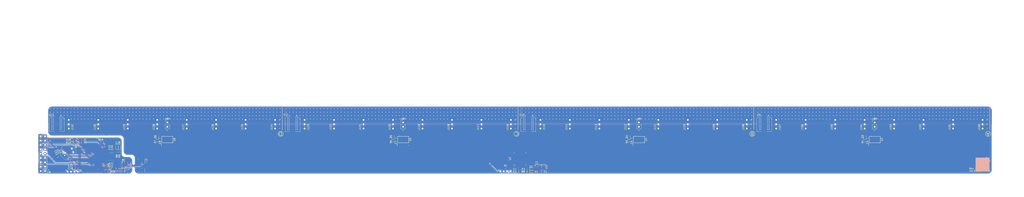
<source format=kicad_pcb>
(kicad_pcb (version 20221018) (generator pcbnew)
  (layers (0 "F.Cu" signal) (31 "B.Cu" signal) (34 "B.Paste" user) (35 "F.Paste" user) (36 "B.SilkS" user "B.Silkscreen") (37 "F.SilkS" user "F.Silkscreen") (38 "B.Mask" user) (39 "F.Mask" user) (44 "Edge.Cuts" user))
  (net 0 "")
  (net 1 "VDD")
  (net 2 "GND")
  (net 3 "Net-(U1-BP)")
  (net 4 "Net-(D1-K)")
  (net 5 "Net-(D2-K)")
  (net 6 "Net-(D3-K)")
  (net 7 "Net-(D4-K)")
  (net 8 "/SWCLK")
  (net 9 "/SWDIO")
  (net 10 "/SPI_DI")
  (net 11 "/SPI_CK")
  (net 12 "/SPI_CS")
  (net 14 "/Grabber/SWCLK")
  (net 15 "/Grabber/SWDIO")
  (net 16 "/Grabber/SCL")
  (net 17 "/Grabber/SDA")
  (net 18 "/Grabber/CAM_VSYNC")
  (net 19 "/Grabber/CAM_HREF")
  (net 20 "/Grabber/CAM_PCLK")
  (net 21 "/Grabber/CAM_XCLK")
  (net 22 "/Grabber/CAM_D7")
  (net 23 "/Grabber/CAM_D6")
  (net 24 "/Grabber/CAM_D5")
  (net 25 "/Grabber/CAM_D4")
  (net 26 "/Grabber/CAM_D3")
  (net 27 "/Grabber/CAM_D2")
  (net 28 "/Grabber/CAM_D1")
  (net 29 "/Grabber/CAM_D0")
  (net 30 "/Grabber/CAM_RESET")
  (net 31 "/Grabber/CAM_PWDN")
  (net 32 "LS'0")
  (net 33 "LS'1")
  (net 34 "LS'2")
  (net 35 "LS'3")
  (net 36 "LS'4")
  (net 37 "LS'5")
  (net 38 "LS'6")
  (net 39 "LS'7")
  (net 40 "LS'8")
  (net 41 "LS'9")
  (net 42 "LS'10")
  (net 43 "LS'11")
  (net 44 "LS'12")
  (net 45 "LS'13")
  (net 46 "LS'14")
  (net 47 "LS'15")
  (net 48 "LS'16")
  (net 49 "LS'17")
  (net 50 "LS'18")
  (net 51 "LS'19")
  (net 52 "LS'20")
  (net 53 "LS'21")
  (net 54 "LS'22")
  (net 55 "LS'23")
  (net 56 "LS'24")
  (net 57 "LS'25")
  (net 58 "LS'26")
  (net 59 "LS'27")
  (net 60 "LS'28")
  (net 61 "LS'29")
  (net 62 "LS'30")
  (net 63 "LS'31")
  (net 64 "/ACT_LED_1")
  (net 65 "/ACT_LED_2")
  (net 66 "/Grabber/ACT_LED_1")
  (net 67 "/Grabber/ACT_LED_2")
  (net 72 "LS0")
  (net 73 "LS1")
  (net 74 "LS2")
  (net 75 "LS3")
  (net 76 "LS4")
  (net 77 "LS5")
  (net 78 "LS6")
  (net 79 "LS7")
  (net 80 "LS8")
  (net 81 "LS9")
  (net 82 "LS10")
  (net 83 "LS11")
  (net 84 "LS12")
  (net 85 "LS13")
  (net 86 "LS14")
  (net 87 "LS15")
  (net 88 "LS16")
  (net 89 "LS17")
  (net 90 "LS18")
  (net 91 "LS19")
  (net 92 "LS20")
  (net 93 "LS21")
  (net 94 "LS22")
  (net 95 "LS23")
  (net 97 "LS24")
  (net 98 "LS25")
  (net 99 "LS26")
  (net 100 "LS27")
  (net 101 "LS28")
  (net 102 "LS29")
  (net 103 "LS30")
  (net 104 "LS31")
  (net 105 "Net-(U7-VCAP_1)")
  (net 106 "Net-(U7-VCAP_2)")
  (net 126 "+5V-A")
  (net 127 "+5V-B")
  (net 128 "+5V-C")
  (net 129 "+5V-D")
  (net 131 "Net-(D5-K)")
  (net 132 "Net-(D6-K)")
  (net 133 "Net-(D7-K)")
  (net 134 "Net-(D8-K)")
  (footprint "Capacitor_SMD:C_0603_1608Metric" (layer "F.Cu") (at 87.4 50.25)
    (fp_text reference "C3")
    (fp_text value "4.7u")
  )
  (footprint "Capacitor_SMD:C_0603_1608Metric" (layer "F.Cu") (at 87.4 48.75)
    (fp_text reference "C4")
    (fp_text value "100n")
  )
  (footprint "LED_SMD:LED_0603_1608Metric" (layer "F.Cu") (at -123.35 29.85 90)
    (fp_text reference "D6")
    (fp_text value "Green")
  )
  (footprint "Distributor_footprints:PinHeader_1x03_P2.54mm_Vertical" (layer "F.Cu") (at 220.3125 20)
    (fp_text reference "J108")
    (fp_text value "Conn_01x03")
  )
  (footprint "Distributor_footprints:PinHeader_1x03_P2.54mm_Vertical" (layer "F.Cu") (at 100 20)
    (fp_text reference "J115")
    (fp_text value "Conn_01x03")
  )
  (footprint "Distributor_footprints:PinHeader_1x03_P2.54mm_Vertical" (layer "F.Cu") (at -140.625 20)
    (fp_text reference "J129")
    (fp_text value "Conn_01x03")
  )
  (footprint "Resistor_SMD:R_0603_1608Metric" (layer "F.Cu") (at -146.95 38.875 -90)
    (fp_text reference "R8")
    (fp_text value "4.7k TBD")
  )
  (footprint "Resistor_SMD:R_0603_1608Metric" (layer "F.Cu") (at -145.45 38.875 -90)
    (fp_text reference "R9")
    (fp_text value "4.7k TBD")
  )
  (footprint "Capacitor_SMD:C_0603_1608Metric" (layer "F.Cu") (at -180.175 41.25 -67.5)
    (fp_text reference "C24")
    (fp_text value "100n")
  )
  (footprint "Capacitor_SMD:C_0603_1608Metric" (layer "F.Cu") (at 153.133332 30.7 -90)
    (fp_text reference "C6")
    (fp_text value "100n")
  )
  (footprint "Capacitor_SMD:C_0603_1608Metric" (layer "F.Cu") (at -151.275 39.09 -90)
    (fp_text reference "C15")
    (fp_text value "100n")
  )
  (footprint "Capacitor_SMD:C_0603_1608Metric" (layer "F.Cu") (at 290.633332 30.7 -90)
    (fp_text reference "C5")
    (fp_text value "100n")
  )
  (footprint "Connector_FFC-FPC:Jushuo_AFC07-S06FCA-00_1x6-1MP_P0.50_Horizontal" (layer "F.Cu") (at -131.6 46.65 -90)
    (fp_text reference "J2")
    (fp_text value "Conn_01x06_MountingPin")
  )
  (footprint "MLX90640ESF-BAB-000-TU:MLX90640ESFBAB000TU" (layer "F.Cu") (at -173.235 36.735 180)
    (fp_text reference "U8")
    (fp_text value "MLX90640ESF-BAB-000-TU" hide)
  )
  (footprint "Distributor_footprints:PinHeader_1x03_P2.54mm_Vertical" (layer "F.Cu") (at 14.0625 20)
    (fp_text reference "J120")
    (fp_text value "Conn_01x03")
  )
  (footprint "Distributor_footprints:PinHeader_1x03_P2.54mm_Vertical" (layer "F.Cu") (at -106.25 20)
    (fp_text reference "J127")
    (fp_text value "Conn_01x03")
  )
  (footprint "Capacitor_SMD:C_0603_1608Metric" (layer "F.Cu") (at -149.725 39.09 -90)
    (fp_text reference "C20")
    (fp_text value "1u")
  )
  (footprint "LED_SMD:LED_0603_1608Metric" (layer "F.Cu") (at -145.45 35.875 90)
    (fp_text reference "D8")
    (fp_text value "White")
  )
  (footprint "Capacitor_SMD:C_0603_1608Metric" (layer "F.Cu") (at -121.866668 30.7 -90)
    (fp_text reference "C8")
    (fp_text value "100n")
  )
  (footprint "Capacitor_SMD:C_0603_1608Metric" (layer "F.Cu") (at -156.3 33)
    (fp_text reference "C16")
    (fp_text value "100n")
  )
  (footprint "Resistor_SMD:R_0603_1608Metric" (layer "F.Cu") (at 289.15 32.85 -90)
    (fp_text reference "R4")
    (fp_text value "6.8k TBD")
  )
  (footprint "Distributor_footprints:PinHeader_1x03_P2.54mm_Vertical" (layer "F.Cu") (at -3.125 20)
    (fp_text reference "J121")
    (fp_text value "Conn_01x03")
  )
  (footprint "Package_QFP:LQFP-100_14x14mm_P0.5mm" (layer "F.Cu") (at -160.95 42.55 180)
    (fp_text reference "U7")
    (fp_text value "STM32F407VETx")
  )
  (footprint "Distributor_footprints:PinHeader_1x03_P2.54mm_Vertical" (layer "F.Cu") (at 323.4375 20)
    (fp_text reference "J102")
    (fp_text value "Conn_01x03")
  )
  (footprint "Capacitor_SMD:C_0603_1608Metric" (layer "F.Cu") (at -166.775 32.19 90)
    (fp_text reference "C21")
    (fp_text value "2.2u")
  )
  (footprint "Resistor_SMD:R_0603_1608Metric" (layer "F.Cu") (at 79.7 48.075 180)
    (fp_text reference "R1")
    (fp_text value "1M")
  )
  (footprint "Distributor_footprints:PinHeader_1x03_P2.54mm_Vertical" (layer "F.Cu") (at 65.625 20)
    (fp_text reference "J117")
    (fp_text value "Conn_01x03")
  )
  (footprint "Capacitor_SMD:C_0603_1608Metric" (layer "F.Cu") (at -149.81 43.64 -90)
    (fp_text reference "C13")
    (fp_text value "4.7u")
  )
  (footprint "Capacitor_SMD:C_0603_1608Metric" (layer "F.Cu") (at 15.633332 30.7 -90)
    (fp_text reference "C7")
    (fp_text value "100n")
  )
  (footprint "SN74AHCT245PWR:SOP65P640X120-20N" (layer "F.Cu") (at -117.516668 31.5 90)
    (fp_text reference "U6")
    (fp_text value "SN74AHCT245PWR" hide)
  )
  (footprint "Connector_PinHeader_2.54mm:PinHeader_1x02_P2.54mm_Vertical" (layer "F.Cu") (at 157.433332 21.5)
    (fp_text reference "J4" hide)
    (fp_text value "Conn_01x02")
  )
  (footprint "Resistor_SMD:R_0603_1608Metric" (layer "F.Cu") (at 14.15 32.85 -90)
    (fp_text reference "R6")
    (fp_text value "6.8k TBD")
  )
  (footprint "Capacitor_SMD:C_0603_1608Metric" (layer "F.Cu") (at 97.8 47.45 -90)
    (fp_text reference "C2")
    (fp_text value "10n")
  )
  (footprint "Distributor_footprints:PinHeader_1x03_P2.54mm_Vertical" (layer "F.Cu") (at 357.8125 20)
    (fp_text reference "J100")
    (fp_text value "Conn_01x03")
  )
  (footprint "Capacitor_SMD:CP_Elec_8x10.5" (layer "F.Cu") (at -44.5 22.5 -90)
    (fp_text reference "C11")
    (fp_text value "1000u")
  )
  (footprint "Distributor_footprints:PinHeader_1x03_P2.54mm_Vertical" (layer "F.Cu") (at 185.9375 20)
    (fp_text reference "J110")
    (fp_text value "Conn_01x03")
  )
  (footprint "SN74AHCT245PWR:SOP65P640X120-20N" (layer "F.Cu") (at 19.983332 31.5 90)
    (fp_text reference "U5")
    (fp_text value "SN74AHCT245PWR" hide)
  )
  (footprint "Capacitor_SMD:CP_Elec_8x10.5" (layer "F.Cu") (at 230.5 22.5 -90)
    (fp_text reference "C9")
    (fp_text value "1000u")
  )
  (footprint "Capacitor_SMD:C_0603_1608Metric" (layer "F.Cu") (at -181.56082 41.824025 -67.5)
    (fp_text reference "C23")
    (fp_text value "10u")
  )
  (footprint "Resistor_SMD:R_0603_1608Metric" (layer "F.Cu") (at 151.65 32.85 -90)
    (fp_text reference "R5")
    (fp_text value "6.8k TBD")
  )
  (footprint "Connector_FFC-FPC:Jushuo_AFC07-S06FCA-00_1x6-1MP_P0.50_Horizontal" (layer "F.Cu") (at -141.434314 46.6 90)
    (fp_text reference "J8")
    (fp_text value "Conn_01x06_MountingPin")
  )
  (footprint "Resistor_SMD:R_0603_1608Metric" (layer "F.Cu") (at 92.25 50.25 180)
    (fp_text reference "R2")
    (fp_text value "4.7k TBD")
  )
  (footprint "Distributor_footprints:PinHeader_1x03_P2.54mm_Vertical" (layer "F.Cu") (at 254.6875 20)
    (fp_text reference "J106")
    (fp_text value "Conn_01x03")
  )
  (footprint "LED_SMD:LED_0603_1608Metric" (layer "F.Cu") (at 95.225 50.25)
    (fp_text reference "D1")
    (fp_text value "White")
  )
  (footprint "Connector_PinHeader_2.54mm:PinHeader_1x02_P2.54mm_Vertical" (layer "F.Cu") (at 19.966666 21.5)
    (fp_text reference "J5" hide)
    (fp_text value "Conn_01x02")
  )
  (footprint "Package_QFP:LQFP-48_7x7mm_P0.5mm" (layer "F.Cu") (at 88.1 42.7 90)
    (fp_text reference "U2")
    (fp_text value "STM32G030C8Tx")
  )
  (footprint "Resistor_SMD:R_0603_1608Metric" (layer "F.Cu") (at 92.25 48.75 180)
    (fp_text reference "R3")
    (fp_text value "4.7k TBD")
  )
  (footprint "Distributor_footprints:PinHeader_1x03_P2.54mm_Vertical" (layer "F.Cu") (at -71.875 20)
    (fp_text reference "J125")
    (fp_text value "Conn_01x03")
  )
  (footprint "Capacitor_SMD:C_0603_1608Metric" (layer "F.Cu") (at -171.225 48.34)
    (fp_text reference "C18")
    (fp_text value "100n")
  )
  (footprint "Distributor_footprints:PinHeader_1x03_P2.54mm_Vertical" (layer "F.Cu") (at -37.5 20)
    (fp_text reference "J123")
    (fp_text value "Conn_01x03")
  )
  (footprint "LED_SMD:LED_0603_1608Metric" (layer "F.Cu") (at 95.225 48.75)
    (fp_text reference "D2")
    (fp_text value "White")
  )
  (footprint "Package_TO_SOT_SMD:SOT-23-5" (layer "F.Cu") (at 100.65 47.8 180)
    (fp_text reference "U1")
    (fp_text value "SPX3819M5-L-3-3")
  )
  (footprint "Distributor_footprints:TestPoints_1x04_P2.0" (layer "F.Cu") (at -172.7 50.25)
    (fp_text reference "J7" hide)
    (fp_text value "Conn_01x04")
  )
  (footprint "Distributor_footprints:PinHeader_1x03_P2.54mm_Vertical" (layer "F.Cu") (at 289.0625 20)
    (fp_text reference "J104")
    (fp_text value "Conn_01x03")
  )
  (footprint "Capacitor_SMD:C_0603_1608Metric" (layer "F.Cu") (at -151.275 43.64 -90)
    (fp_text reference "C14")
    (fp_text value "100n")
  )
  (footprint "Capacitor_SMD:C_0603_1608Metric" (layer "F.Cu") (at 100.525 50.25)
    (fp_text reference "C1")
    (fp_text value "2.2u")
  )
  (footprint "SN74AHCT245PWR:SOP65P640X120-20N" (layer "F.Cu") (at 294.983332 31.5 90)
    (fp_text reference "U3")
    (fp_text value "SN74AHCT245PWR" hide)
  )
  (footprint "Distributor_footprints:PinHeader_1x03_P2.54mm_Vertical" (layer "F.Cu") (at 31.25 20)
    (fp_text reference "J119")
    (fp_text value "Conn_01x03")
  )
  (footprint "Connector_PinHeader_2.54mm:PinHeader_2x09_P2.54mm_Vertical" (layer "F.Cu") (at -188.825 49.9 180)
    (fp_text reference "J9")
    (fp_text value "Conn_02x09_Odd_Even")
  )
  (footprint "Connector_PinHeader_2.54mm:PinHeader_1x02_P2.54mm_Vertical" (layer "F.Cu") (at -117.5 21.5)
    (fp_text reference "J6" hide)
    (fp_text value "Conn_01x02")
  )
  (footprint "Capacitor_SMD:C_0603_1608Metric" (layer "F.Cu") (at -168.275 33.69 90)
    (fp_text reference "C17")
    (fp_text value "100n")
  )
  (footprint "Connector_PinHeader_2.54mm:PinHeader_1x02_P2.54mm_Vertical" (layer "F.Cu") (at 294.9 21.5)
    (fp_text reference "J3" hide)
    (fp_text value "Conn_01x02")
  )
  (footprint "Distributor_footprints:PinHeader_1x03_P2.54mm_Vertical" (layer "F.Cu") (at 340.625 20)
    (fp_text reference "J101")
    (fp_text value "Conn_01x03")
  )
  (footprint "Distributor_footprints:PinHeader_1x03_P2.54mm_Vertical" (layer "F.Cu") (at -175 20)
    (fp_text reference "J131")
    (fp_text value "Conn_01x03")
  )
  (footprint "Distributor_footprints:PinHeader_1x03_P2.54mm_Vertical" (layer "F.Cu") (at -54.6875 20)
    (fp_text reference "J124")
    (fp_text value "Conn_01x03")
  )
  (footprint "Distributor_footprints:PinHeader_1x03_P2.54mm_Vertical" (layer "F.Cu") (at 117.1875 20)
    (fp_text reference "J114")
    (fp_text value "Conn_01x03")
  )
  (footprint "Distributor_footprints:PinHeader_1x03_P2.54mm_Vertical" (layer "F.Cu") (at 306.25 20)
    (fp_text reference "J103")
    (fp_text value "Conn_01x03")
  )
  (footprint "Distributor_footprints:PinHeader_1x03_P2.54mm_Vertical" (layer "F.Cu") (at -157.8125 20)
    (fp_text reference "J130")
    (fp_text value "Conn_01x03")
  )
  (footprint "Resistor_SMD:R_0603_1608Metric" (layer "F.Cu") (at -172.4 33.25 180)
    (fp_text reference "R10")
    (fp_text value "1.8k")
  )
  (footprint "LED_SMD:LED_0603_1608Metric" (layer "F.Cu") (at 289.15 29.85 90)
    (fp_text reference "D3")
    (fp_text value "Green")
  )
  (footprint "Distributor_footprints:TestPoints_1x04_P2.0" (layer "F.Cu") (at 79.6 50.025)
    (fp_text reference "J1" hide)
    (fp_text value "Conn_01x04")
  )
  (footprint "Distributor_footprints:PinHeader_1x03_P2.54mm_Vertical" (layer "F.Cu") (at 48.4375 20)
    (fp_text reference "J118")
    (fp_text value "Conn_01x03")
  )
  (footprint "Resistor_SMD:R_0603_1608Metric" (layer "F.Cu") (at -123.35 32.85 -90)
    (fp_text reference "R7")
    (fp_text value "6.8k TBD")
  )
  (footprint "SN74AHCT245PWR:SOP65P640X120-20N" (layer "F.Cu") (at 157.483332 31.5 90)
    (fp_text reference "U4")
    (fp_text value "SN74AHCT245PWR" hide)
  )
  (footprint "Resistor_SMD:R_0603_1608Metric" (layer "F.Cu") (at -172.4 31.75 180)
    (fp_text reference "R11")
    (fp_text value "1.8k")
  )
  (footprint "Distributor_footprints:PinHeader_1x03_P2.54mm_Vertical" (layer "F.Cu") (at -20.3125 20)
    (fp_text reference "J122")
    (fp_text value "Conn_01x03")
  )
  (footprint "LOGO" (layer "F.Cu") (at 359.953572 43.8)
    (fp_text reference "G***" hide)
    (fp_text value "LOGO" hide)
  )
  (footprint "Distributor_footprints:PinHeader_1x03_P2.54mm_Vertical" (layer "F.Cu") (at 168.75 20)
    (fp_text reference "J111")
    (fp_text value "Conn_01x03")
  )
  (footprint "Distributor_footprints:PinHeader_1x03_P2.54mm_Vertical" (layer "F.Cu") (at 237.5 20)
    (fp_text reference "J107")
    (fp_text value "Conn_01x03")
  )
  (footprint "LED_SMD:LED_0603_1608Metric" (layer "F.Cu") (at 151.65 29.85 90)
    (fp_text reference "D4")
    (fp_text value "Green")
  )
  (footprint "Capacitor_SMD:CP_Elec_8x10.5" (layer "F.Cu") (at -182 22.5 -90)
    (fp_text reference "C12")
    (fp_text value "1000u")
  )
  (footprint "LED_SMD:LED_0603_1608Metric" (layer "F.Cu") (at -146.975 35.875 90)
    (fp_text reference "D7")
    (fp_text value "White")
  )
  (footprint "LED_SMD:LED_0603_1608Metric" (layer "F.Cu") (at 14.15 29.85 90)
    (fp_text reference "D5")
    (fp_text value "Green")
  )
  (footprint "Distributor_footprints:PinHeader_1x03_P2.54mm_Vertical" (layer "F.Cu") (at 82.8125 20)
    (fp_text reference "J116")
    (fp_text value "Conn_01x03")
  )
  (footprint "Distributor_footprints:PinHeader_1x03_P2.54mm_Vertical" (layer "F.Cu") (at 134.375 20)
    (fp_text reference "J113")
    (fp_text value "Conn_01x03")
  )
  (footprint "Distributor_footprints:PinHeader_1x03_P2.54mm_Vertical" (layer "F.Cu") (at -123.4375 20)
    (fp_text reference "J128")
    (fp_text value "Conn_01x03")
  )
  (footprint "Distributor_footprints:PinHeader_1x03_P2.54mm_Vertical" (layer "F.Cu") (at 203.125 20)
    (fp_text reference "J109")
    (fp_text value "Conn_01x03")
  )
  (footprint "Capacitor_SMD:C_0603_1608Metric" (layer "F.Cu") (at -171.225 46.8 180)
    (fp_text reference "C22")
    (fp_text value "2.2u")
  )
  (footprint "Distributor_footprints:PinHeader_1x03_P2.54mm_Vertical" (layer "F.Cu") (at 151.5625 20)
    (fp_text reference "J112")
    (fp_text value "Conn_01x03")
  )
  (footprint "Distributor_footprints:PinHeader_1x03_P2.54mm_Vertical" (layer "F.Cu") (at 271.875 20)
    (fp_text reference "J105")
    (fp_text value "Conn_01x03")
  )
  (footprint "Capacitor_SMD:C_0603_1608Metric" (layer "F.Cu") (at -152.15 50.3 180)
    (fp_text reference "C19")
    (fp_text value "100n")
  )
  (footprint "Capacitor_SMD:CP_Elec_8x10.5" (layer "F.Cu") (at 93 22.5 -90)
    (fp_text reference "C10")
    (fp_text value "1000u")
  )
  (footprint "LOGO" (layer "F.Cu") (at 360.25 48.6)
    (fp_text reference "G***" hide)
    (fp_text value "LOGO" hide)
  )
  (footprint "Distributor_footprints:PinHeader_1x03_P2.54mm_Vertical" (layer "F.Cu") (at -89.0625 20)
    (fp_text reference "J126")
    (fp_text value "Conn_01x03")
  )
  (footprint "LOGO" (layer "B.Cu") (at -141.05 48.6 180)
    (fp_text reference "G***" hide)
    (fp_text value "LOGO" hide)
  )
  (gr_arc (start -150.855539 48.995731) (mid -150.482691 48.885205) (end -150.263282 49.206283) (stroke (width 0.15)) (layer "B.SilkS"))
  (gr_line (start -151.55 49.925) (end -151.35 49.725) (stroke (width 0.15)) (layer "B.SilkS"))
  (gr_line (start -143.603572 49.925) (end -143.803572 49.725) (stroke (width 0.15)) (layer "B.SilkS"))
  (gr_arc (start -150.822793 49.232347) (mid -150.783616 49.198475) (end -150.733282 49.186283) (stroke (width 0.15)) (layer "B.SilkS"))
  (gr_arc (start -150.599998 49.9) (mid -150.594892 49.802343) (end -150.583688 49.705196) (stroke (width 0.15)) (layer "B.SilkS"))
  (gr_arc (start -150.767354 49.612721) (mid -150.761137 49.751432) (end -150.77 49.89) (stroke (width 0.15)) (layer "B.SilkS"))
  (gr_arc (start -151.033282 49.626283) (mid -151.145665 49.28901) (end -150.880315 49.052425) (stroke (width 0.15)) (layer "B.SilkS"))
  (gr_line (start -151.35 50.125) (end -151.55 49.925) (stroke (width 0.15)) (layer "B.SilkS"))
  (gr_rect (start 353.825 42.1) (end 361.825 50.1) (stroke (width 0.15)) (fill solid) (layer "B.SilkS"))
  (gr_line (start -143.803572 50.125) (end -143.603572 49.925) (stroke (width 0.15)) (layer "B.SilkS"))
  (gr_arc (start -150.373282 49.226283) (mid -150.129637 49.460401) (end -150.380476 49.686794) (stroke (width 0.15)) (layer "B.SilkS"))
  (gr_line (start 86.95 12.85) (end 86.95 25.85) (stroke (width 0.2)) (layer "F.SilkS"))
  (gr_arc (start 357.033688 49.705196) (mid 357.044892 49.802343) (end 357.049998 49.9) (stroke (width 0.15)) (layer "F.SilkS"))
  (gr_arc (start 357.183282 49.186283) (mid 357.233616 49.198475) (end 357.272793 49.232347) (stroke (width 0.15)) (layer "F.SilkS"))
  (gr_line (start 85.75 22.525) (end 85.375 22.9) (stroke (width 0.15)) (layer "F.SilkS"))
  (gr_line (start 361.95 12.85) (end 361.95 25.85) (stroke (width 0.2)) (layer "F.SilkS"))
  (gr_arc (start 356.830476 49.686794) (mid 356.579637 49.460401) (end 356.823282 49.226283) (stroke (width 0.15)) (layer "F.SilkS"))
  (gr_line (start 222.5 22.525) (end 222.875 22.15) (stroke (width 0.15)) (layer "F.SilkS"))
  (gr_line (start 222.875 22.9) (end 222.5 22.525) (stroke (width 0.15)) (layer "F.SilkS"))
  (gr_line (start 223.25 22.525) (end 222.875 22.9) (stroke (width 0.15)) (layer "F.SilkS"))
  (gr_line (start 360 22.525) (end 360.375 22.15) (stroke (width 0.15)) (layer "F.SilkS"))
  (gr_line (start 222.875 22.15) (end 223.25 22.525) (stroke (width 0.15)) (layer "F.SilkS"))
  (gr_arc (start 357.330315 49.052425) (mid 357.595665 49.28901) (end 357.483282 49.626283) (stroke (width 0.15)) (layer "F.SilkS"))
  (gr_line (start -52.5 22.525) (end -52.125 22.15) (stroke (width 0.15)) (layer "F.SilkS"))
  (gr_circle (center 86.05 28.15) (end 87.55 28.15) (stroke (width 0.2)) (fill none) (layer "F.SilkS"))
  (gr_arc (start 357.22 49.89) (mid 357.211137 49.751432) (end 357.217354 49.612721) (stroke (width 0.15)) (layer "F.SilkS"))
  (gr_line (start 360.375 22.9) (end 360 22.525) (stroke (width 0.15)) (layer "F.SilkS"))
  (gr_poly (pts (xy -187 49.25) (xy -186.7 49.4) (xy -186.7 49.05)) (stroke (width 0.15)) (fill solid) (layer "F.SilkS"))
  (gr_line (start 85 22.525) (end 85.375 22.15) (stroke (width 0.15)) (layer "F.SilkS"))
  (gr_line (start -52.125 22.9) (end -52.5 22.525) (stroke (width 0.15)) (layer "F.SilkS"))
  (gr_line (start 350.053572 49.925) (end 350.253572 50.125) (stroke (width 0.15)) (layer "F.SilkS"))
  (gr_line (start -51.75 22.525) (end -52.125 22.9) (stroke (width 0.15)) (layer "F.SilkS"))
  (gr_line (start 358 49.925) (end 357.8 50.125) (stroke (width 0.15)) (layer "F.SilkS"))
  (gr_line (start 360.75 22.525) (end 360.375 22.9) (stroke (width 0.15)) (layer "F.SilkS"))
  (gr_line (start 350.253572 49.725) (end 350.053572 49.925) (stroke (width 0.15)) (layer "F.SilkS"))
  (gr_circle (center 361.05 28.15) (end 362.55 28.15) (stroke (width 0.2)) (fill none) (layer "F.SilkS"))
  (gr_circle (center 223.55 28.15) (end 225.05 28.15) (stroke (width 0.2)) (fill none) (layer "F.SilkS"))
  (gr_line (start 85.375 22.15) (end 85.75 22.525) (stroke (width 0.15)) (layer "F.SilkS"))
  (gr_arc (start 356.713282 49.206283) (mid 356.932691 48.885205) (end 357.305539 48.995731) (stroke (width 0.15)) (layer "F.SilkS"))
  (gr_line (start 360.375 22.15) (end 360.75 22.525) (stroke (width 0.15)) (layer "F.SilkS"))
  (gr_line (start -52.125 22.15) (end -51.75 22.525) (stroke (width 0.15)) (layer "F.SilkS"))
  (gr_circle (center -51.45 28.15) (end -49.95 28.15) (stroke (width 0.2)) (fill none) (layer "F.SilkS"))
  (gr_line (start -50.55 12.85) (end -50.55 25.85) (stroke (width 0.2)) (layer "F.SilkS"))
  (gr_line (start 357.8 49.725) (end 358 49.925) (stroke (width 0.15)) (layer "F.SilkS"))
  (gr_line (start 85.375 22.9) (end 85 22.525) (stroke (width 0.15)) (layer "F.SilkS"))
  (gr_line (start 224.45 12.85) (end 224.45 25.85) (stroke (width 0.2)) (layer "F.SilkS"))
  (gr_line (start 363.1 14.275) (end 363.1 49.375) (stroke (width 0.1)) (layer "Edge.Cuts"))
  (gr_line (start -136.475 49.375) (end -136.475 48.4) (stroke (width 0.1)) (layer "Edge.Cuts"))
  (gr_line (start -187.35 29.1) (end -187.35 29.35) (stroke (width 0.1)) (layer "Edge.Cuts"))
  (gr_arc (start -154.225 29.15) (mid -153.625 29.75) (end -154.225 30.35) (stroke (width 0.1)) (layer "Edge.Cuts"))
  (gr_line (start -191.9 28.1) (end -188.35 28.1) (stroke (width 0.1)) (layer "Edge.Cuts"))
  (gr_arc (start -182.025 30.35) (mid -182.625 29.75) (end -182.025 29.15) (stroke (width 0.1)) (layer "Edge.Cuts"))
  (gr_arc (start -188.35 28.1) (mid -187.642893 28.392893) (end -187.35 29.1) (stroke (width 0.1)) (layer "Edge.Cuts"))
  (gr_arc (start -152.025 30.35) (mid -152.625 29.75) (end -152.025 29.15) (stroke (width 0.1)) (layer "Edge.Cuts"))
  (gr_line (start -142.175 41.75) (end -139.975 41.75) (stroke (width 0.1)) (layer "Edge.Cuts"))
  (gr_arc (start -186.9 14.275) (mid -186.314214 12.860786) (end -184.9 12.275) (stroke (width 0.1)) (layer "Edge.Cuts"))
  (gr_line (start -141 40.375) (end -138.475 40.375) (stroke (width 0.1)) (layer "Edge.Cuts"))
  (gr_arc (start -137.975 48.4) (mid -137.225 47.65) (end -136.475 48.4) (stroke (width 0.1)) (layer "Edge.Cuts"))
  (gr_line (start -152.025 29.15) (end -145 29.15) (stroke (width 0.1)) (layer "Edge.Cuts"))
  (gr_arc (start -142.175 41.75) (mid -143.589214 41.164214) (end -144.175 39.75) (stroke (width 0.1)) (layer "Edge.Cuts"))
  (gr_line (start -191.9 51.375) (end -139.975 51.375) (stroke (width 0.1)) (layer "Edge.Cuts"))
  (gr_line (start -143 31.15) (end -143 38.375) (stroke (width 0.1)) (layer "Edge.Cuts"))
  (gr_line (start -186.35 30.35) (end -184.225 30.35) (stroke (width 0.1)) (layer "Edge.Cuts"))
  (gr_arc (start -146.175 30.35) (mid -144.760786 30.935786) (end -144.175 32.35) (stroke (width 0.1)) (layer "Edge.Cuts"))
  (gr_line (start -192.9 29.1) (end -192.9 50.375) (stroke (width 0.1)) (layer "Edge.Cuts"))
  (gr_arc (start 363.1 49.375) (mid 362.514214 50.789214) (end 361.1 51.375) (stroke (width 0.1)) (layer "Edge.Cuts"))
  (gr_line (start -144.175 32.35) (end -144.175 39.75) (stroke (width 0.1)) (layer "Edge.Cuts"))
  (gr_arc (start -184.9 29.15) (mid -186.314214 28.564214) (end -186.9 27.15) (stroke (width 0.1)) (layer "Edge.Cuts"))
  (gr_line (start -184.9 29.15) (end -184.225 29.15) (stroke (width 0.1)) (layer "Edge.Cuts"))
  (gr_arc (start -145 29.15) (mid -143.585786 29.735786) (end -143 31.15) (stroke (width 0.1)) (layer "Edge.Cuts"))
  (gr_arc (start -184.225 29.15) (mid -183.625 29.75) (end -184.225 30.35) (stroke (width 0.1)) (layer "Edge.Cuts"))
  (gr_line (start -137.975 49.375) (end -137.975 48.4) (stroke (width 0.1)) (layer "Edge.Cuts"))
  (gr_arc (start -192.9 29.1) (mid -192.607107 28.392894) (end -191.9 28.1) (stroke (width 0.1)) (layer "Edge.Cuts"))
  (gr_line (start -186.9 14.275) (end -186.9 27.15) (stroke (width 0.1)) (layer "Edge.Cuts"))
  (gr_arc (start -136.475 45.5) (mid -137.225 46.25) (end -137.975 45.5) (stroke (width 0.1)) (layer "Edge.Cuts"))
  (gr_line (start -182.025 29.15) (end -154.225 29.15) (stroke (width 0.1)) (layer "Edge.Cuts"))
  (gr_arc (start -138.475 40.375) (mid -137.060786 40.960786) (end -136.475 42.375) (stroke (width 0.1)) (layer "Edge.Cuts"))
  (gr_arc (start -137.975 49.375) (mid -138.560786 50.789214) (end -139.975 51.375) (stroke (width 0.1)) (layer "Edge.Cuts"))
  (gr_line (start -152.025 30.35) (end -146.175 30.35) (stroke (width 0.1)) (layer "Edge.Cuts"))
  (gr_line (start -184.9 12.275) (end 361.1 12.275) (stroke (width 0.1)) (layer "Edge.Cuts"))
  (gr_line (start -137.975 43.75) (end -137.975 45.5) (stroke (width 0.1)) (layer "Edge.Cuts"))
  (gr_arc (start 361.1 12.275) (mid 362.514214 12.860786) (end 363.1 14.275) (stroke (width 0.1)) (layer "Edge.Cuts"))
  (gr_line (start 361.1 51.375) (end -134.475 51.375) (stroke (width 0.1)) (layer "Edge.Cuts"))
  (gr_arc (start -139.975 41.75) (mid -138.560786 42.335786) (end -137.975 43.75) (stroke (width 0.1)) (layer "Edge.Cuts"))
  (gr_line (start -136.475 42.375) (end -136.475 45.5) (stroke (width 0.1)) (layer "Edge.Cuts"))
  (gr_arc (start -141 40.375) (mid -142.414214 39.789214) (end -143 38.375) (stroke (width 0.1)) (layer "Edge.Cuts"))
  (gr_arc (start -134.475 51.375) (mid -135.889214 50.789214) (end -136.475 49.375) (stroke (width 0.1)) (layer "Edge.Cuts"))
  (gr_line (start -182.025 30.35) (end -154.225 30.35) (stroke (width 0.1)) (layer "Edge.Cuts"))
  (gr_arc (start -186.35 30.35) (mid -187.057106 30.057107) (end -187.35 29.35) (stroke (width 0.1)) (layer "Edge.Cuts"))
  (gr_arc (start -191.9 51.375) (mid -192.607106 51.082107) (end -192.9 50.375) (stroke (width 0.1)) (layer "Edge.Cuts"))
  (gr_text "Rev. 2" (at -143.525 49) (layer "B.SilkS") (effects (font (size 0.9 0.9) (thickness 0.18) bold) (justify left bottom mirror)))
  (gr_text "24-SmEst" (at -144 50.425) (layer "B.SilkS") (effects (font (size 0.9 0.9) (thickness 0.18) bold) (justify left bottom mirror)))
  (gr_text "-" (at 359.65 25.125 180) (layer "F.SilkS") (effects (font (size 1 1)) (justify right)))
  (gr_text "-" (at -52.85 25.125 180) (layer "F.SilkS") (effects (font (size 1 1)) (justify right)))
  (gr_text "-" (at 222.15 25.125 180) (layer "F.SilkS") (effects (font (size 1 1)) (justify right)))
  (gr_text "D" (at -51.525 27.975 180) (layer "F.SilkS") (effects (font (size 2 2) (thickness 0.25))))
  (gr_text "B" (at 223.525 27.975 180) (layer "F.SilkS") (effects (font (size 2 2) (thickness 0.25))))
  (gr_text "+" (at -52.85 20.125 180) (layer "F.SilkS") (effects (font (size 1 1)) (justify right)))
  (gr_text "-" (at 157.325 25.5) (layer "F.SilkS") (effects (font (size 1 1) (thickness 0.2) bold) (justify top)))
  (gr_text "+" (at 359.65 20.125 180) (layer "F.SilkS") (effects (font (size 1 1)) (justify right)))
  (gr_text "-" (at -117.675 25.5) (layer "F.SilkS") (effects (font (size 1 1) (thickness 0.2) bold) (justify top)))
  (gr_text "+5V" (at 157.325 18.75) (layer "F.SilkS") (effects (font (size 1 1) (thickness 0.2) bold) (justify top)))
  (gr_text "-" (at 294.825 25.5) (layer "F.SilkS") (effects (font (size 1 1) (thickness 0.2) bold) (justify top)))
  (gr_text "+" (at 222.15 20.125 180) (layer "F.SilkS") (effects (font (size 1 1)) (justify right)))
  (gr_text "+" (at 84.65 20.125 180) (layer "F.SilkS") (effects (font (size 1 1)) (justify right)))
  (gr_text "C" (at 86.275 28 180) (layer "F.SilkS") (effects (font (size 2 2) (thickness 0.25))))
  (gr_text "+5V" (at 19.825 18.75) (layer "F.SilkS") (effects (font (size 1 1) (thickness 0.2) bold) (justify top)))
  (gr_text "24-SmEst" (at 350.45 50.425) (layer "F.SilkS") (effects (font (size 0.9 0.9) (thickness 0.18) bold) (justify left bottom)))
  (gr_text "Rev. 2" (at 349.975 49) (layer "F.SilkS") (effects (font (size 0.9 0.9) (thickness 0.18) bold) (justify left bottom)))
  (gr_text "-" (at 84.65 25.125 180) (layer "F.SilkS") (effects (font (size 1 1)) (justify right)))
  (gr_text "+5V" (at 294.825 18.75) (layer "F.SilkS") (effects (font (size 1 1) (thickness 0.2) bold) (justify top)))
  (gr_text "A" (at 361.05 28.15 180) (layer "F.SilkS") (effects (font (size 2 2) (thickness 0.25))))
  (gr_text "-" (at 19.825 25.5) (layer "F.SilkS") (effects (font (size 1 1) (thickness 0.2) bold) (justify top)))
  (gr_text "+5V" (at -117.675 18.75) (layer "F.SilkS") (effects (font (size 1 1) (thickness 0.2) bold) (justify top)))
  (segment (start -132.15 45.939724) (end -132.15 46) (width 0.15) (layer "F.Cu") (net 1))
  (segment (start -171.575 31.75) (end -171.575 33.25) (width 0.25) (layer "F.Cu") (net 1))
  (segment (start -169.49 33.25) (end -168.275 34.465) (width 0.25) (layer "F.Cu") (net 1))
  (segment (start -143.875 44.575) (end -144.405 44.575) (width 0.4) (layer "F.Cu") (net 1))
  (segment (start -149.725 38.315) (end -151.275 38.315) (width 0.4) (layer "F.Cu") (net 1))
  (segment (start -172.65 48.99) (end -172 48.34) (width 0.25) (layer "F.Cu") (net 1))
  (segment (start -148.7 42.865) (end -149.81 42.865) (width 0.4) (layer "F.Cu") (net 1))
  (segment (start -157.025001 33) (end -157.075 33) (width 0.25) (layer "F.Cu") (net 1))
  (segment (start -169.85 31.15) (end -169.39 30.69) (width 0.25) (layer "F.Cu") (net 1))
  (segment (start -188.825 49.9) (end -188.125 50.6) (width 0.5) (layer "F.Cu") (net 1))
  (segment (start -171.575 33.25) (end -169.49 33.25) (width 0.25) (layer "F.Cu") (net 1))
  (segment (start -180.47158 40.533993) (end -178.22 38.8) (width 0.4) (layer "F.Cu") (net 1))
  (segment (start -171.343413 31.981587) (end -171.575 31.75) (width 0.25) (layer "F.Cu") (net 1))
  (segment (start -143.875 47.925) (end -146.25 50.3) (width 0.4) (layer "F.Cu") (net 1))
  (segment (start -153.275 43.55) (end -154.074999 43.55) (width 0.25) (layer "F.Cu") (net 1))
  (segment (start -148.7 39.34) (end -148.7 42.865) (width 0.4) (layer "F.Cu") (net 1))
  (segment (start -144.55 35.9875) (end -144.55 41.3) (width 0.4) (layer "F.Cu") (net 1))
  (segment (start -131.55 45.4) (end -132.15 46) (width 0.25) (layer "F.Cu") (net 1))
  (segment (start -151.275 42.865) (end -149.81 42.865) (width 0.4) (layer "F.Cu") (net 1))
  (segment (start -172.65 49) (end -172.65 48.99) (width 0.25) (layer "F.Cu") (net 1))
  (segment (start -172 48.34) (end -172.75 47.59) (width 0.25) (layer "F.Cu") (net 1))
  (segment (start -154.95 50.85) (end -154.75 51.05) (width 0.25) (layer "F.Cu") (net 1))
  (segment (start -151.275 38.315) (end -153.7 38.315) (width 0.75) (layer "F.Cu") (net 1))
  (segment (start -146.95 35.0625) (end -145.475 35.0625) (width 0.4) (layer "F.Cu") (net 1))
  (segment (start -146.115 42.865) (end -148.7 42.865) (width 0.4) (layer "F.Cu") (net 1))
  (segment (start -149.8875 32.175) (end -156.25 32.175) (width 0.4) (layer "F.Cu") (net 1))
  (segment (start -154.35 39.274999) (end -154.35 38.827946) (width 0.25) (layer "F.Cu") (net 1))
  (segment (start -144.405 44.575) (end -146.115 42.865) (width 0.4) (layer "F.Cu") (net 1))
  (segment (start 70.375 45.4) (end -130 45.4) (width 0.25) (layer "F.Cu") (net 1))
  (segment (start -154.074999 46.05) (end -153.275 46.05) (width 0.25) (layer "F.Cu") (net 1))
  (segment (start -167.135 34.465) (end -166.95 34.65) (width 0.25) (layer "F.Cu") (net 1))
  (segment (start -182.1 42.95) (end -182.1 41.350618) (width 0.25) (layer "F.Cu") (net 1))
  (segment (start 70.475 45.5) (end 70.375 45.4) (width 0.25) (layer "F.Cu") (net 1))
  (segment (start -168.275 34.465) (end -167.135 34.465) (width 0.25) (layer "F.Cu") (net 1))
  (segment (start -169.3 48.55) (end -169.84 49.09) (width 0.25) (layer "F.Cu") (net 1))
  (segment (start -155.95 34.875) (end -155.95 34.075001) (width 0.25) (layer "F.Cu") (net 1))
  (segment (start 86.625 50.25) (end 87.275 50.25) (width 0.25) (layer "F.Cu") (net 1))
  (segment (start -176.05 50.6) (end -175.7 50.25) (width 0.5) (layer "F.Cu") (net 1))
  (segment (start 86.625 50.25) (end 86.625 48.75) (width 0.4) (layer "F.Cu") (net 1))
  (segment (start -153.275 39.55) (end -154.074999 39.55) (width 0.25) (layer "F.Cu") (net 1))
  (segment (start -172.75 44.05) (end -174.775 42.025) (width 0.25) (layer "F.Cu") (net 1))
  (segment (start -146.25 50.3) (end -150.25 50.3) (width 0.4) (layer "F.Cu") (net 1))
  (segment (start -130 45.4) (end -131.55 45.4) (width 0.25) (layer "F.Cu") (net 1))
  (segment (start -154.072054 38.55) (end -153.275 38.55) (width 0.25) (layer "F.Cu") (net 1))
  (segment (start 86.625 48.75) (end 86.85 48.525) (width 0.4) (layer "F.Cu") (net 1))
  (segment (start -145.45 35.0875) (end -144.55 35.9875) (width 0.4) (layer "F.Cu") (net 1))
  (segment (start -151.96 43.55) (end -151.275 42.865) (width 0.25) (layer "F.Cu") (net 1))
  (segment (start -166.95 34.65) (end -166.95 34.875) (width 0.25) (layer "F.Cu") (net 1))
  (segment (start -154.95 50.225) (end -154.95 50.85) (width 0.25) (layer "F.Cu") (net 1))
  (segment (start -146.975 35.0875) (end -149.8875 32.175) (width 0.4) (layer "F.Cu") (net 1))
  (segment (start -179.15 43.425) (end -181.625 43.425) (width 0.25) (layer "F.Cu") (net 1))
  (segment (start -154.074999 43.55) (end -154.35 43.825001) (width 0.25) (layer "F.Cu") (net 1))
  (segment (start -154.75 51.05) (end -152.125 51.05) (width 0.25) (layer "F.Cu") (net 1))
  (segment (start -130 45.4) (end -130.05 45.35) (width 0.15) (layer "F.Cu") (net 1))
  (segment (start -153.275 43.55) (end -151.96 43.55) (width 0.25) (layer "F.Cu") (net 1))
  (segment (start -144.55 41.3) (end -146.115 42.865) (width 0.4) (layer "F.Cu") (net 1))
  (segment (start -149.725 38.315) (end -148.7 39.34) (width 0.4) (layer "F.Cu") (net 1))
  (segment (start -181.550001 41.005331) (end -180.8 40.69467) (width 0.4) (layer "F.Cu") (net 1))
  (segment (start -177.75 42.025) (end -179.15 43.425) (width 0.25) (layer "F.Cu") (net 1))
  (segment (start -154.35 45.774999) (end -154.074999 46.05) (width 0.25) (layer "F.Cu") (net 1))
  (segment (start -175.7 50.25) (end -173.79 48.34) (width 0.4) (layer "F.Cu") (net 1))
  (segment (start -170.731587 31.981587) (end -171.343413 31.981587) (width 0.25) (layer "F.Cu") (net 1))
  (segment (start -172.75 47.59) (end -172.75 44.05) (width 0.25) (layer "F.Cu") (net 1))
  (segment (start -169.84 49.09) (end -171.25 49.09) (width 0.25) (layer "F.Cu") (net 1))
  (segment (start -188.125 50.6) (end -176.05 50.6) (width 0.5) (layer "F.Cu") (net 1))
  (segment (start -151.375 50.3) (end -150.25 50.3) (width 0.4) (layer "F.Cu") (net 1))
  (segment (start -154.35 43.825001) (end -154.35 45.774999) (width 0.25) (layer "F.Cu") (net 1))
  (segment (start -152.125 51.05) (end -151.375 50.3) (width 0.25) (layer "F.Cu") (net 1))
  (segment (start -155.95 34.075001) (end -157.025001 33) (width 0.25) (layer "F.Cu") (net 1))
  (segment (start 86.85 48.525) (end 86.85 46.8625) (width 0.4) (layer "F.Cu") (net 1))
  (segment (start -181.625 43.425) (end -182.1 42.95) (width 0.25) (layer "F.Cu") (net 1))
  (segment (start -156.25 32.175) (end -157.075 33) (width 0.4) (layer "F.Cu") (net 1))
  (segment (start -171.25 49.09) (end -172 48.34) (width 0.25) (layer "F.Cu") (net 1))
  (segment (start -182.1 41.350618) (end -181.8574 41.108018) (width 0.25) (layer "F.Cu") (net 1))
  (segment (start -159.385 30.69) (end -157.075 33) (width 0.25) (layer "F.Cu") (net 1))
  (segment (start -173.79 48.34) (end -172 48.34) (width 0.4) (layer "F.Cu") (net 1))
  (segment (start -154.35 38.827946) (end -154.072054 38.55) (width 0.25) (layer "F.Cu") (net 1))
  (segment (start -168.625 48.55) (end -169.3 48.55) (width 0.25) (layer "F.Cu") (net 1))
  (segment (start -174.775 42.025) (end -177.75 42.025) (width 0.25) (layer "F.Cu") (net 1))
  (segment (start -169.39 30.69) (end -159.385 30.69) (width 0.25) (layer "F.Cu") (net 1))
  (segment (start -154.074999 39.55) (end -154.35 39.274999) (width 0.25) (layer "F.Cu") (net 1))
  (via (at -169.85 31.15) (size 0.6) (drill 0.3) (layers "F.Cu" "B.Cu") (net 1))
  (via (at 98.7 50.35) (size 0.6) (drill 0.3) (layers "F.Cu" "B.Cu") (net 1))
  (via (at -150.25 50.3) (size 0.6) (drill 0.3) (layers "F.Cu" "B.Cu") (net 1))
  (via (at -143.875 44.575) (size 0.6) (drill 0.3) (layers "F.Cu" "B.Cu") (net 1))
  (via (at -143.875 47.925) (size 0.6) (drill 0.3) (layers "F.Cu" "B.Cu") (net 1))
  (via (at 87.275 50.25) (size 0.6) (drill 0.3) (layers "F.Cu" "B.Cu") (net 1))
  (via (at -170.731587 31.981587) (size 0.6) (drill 0.3) (layers "F.Cu" "B.Cu") (net 1))
  (via (at 70.475 45.5) (size 0.6) (drill 0.3) (layers "F.Cu" "B.Cu") (net 1))
  (via (at -172.65 49) (size 0.6) (drill 0.3) (layers "F.Cu" "B.Cu") (net 1))
  (via (at -132.15 46) (size 0.6) (drill 0.3) (layers "F.Cu" "B.Cu") (net 1))
  (segment (start -166.470976 51.15) (end -151.1 51.15) (width 0.25) (layer "B.Cu") (net 1))
  (segment (start 87.275 50.25) (end 86.35 51.175) (width 0.4) (layer "B.Cu") (net 1))
  (segment (start -143.875 47.925) (end -143.875 44.575) (width 0.4) (layer "B.Cu") (net 1))
  (segment (start -172.65 49) (end -171.015686 49) (width 0.25) (layer "B.Cu") (net 1))
  (segment (start -169.85 31.15) (end -169.9 31.15) (width 0.25) (layer "B.Cu") (net 1))
  (segment (start 77.75 51.175) (end 76.6 50.025) (width 0.4) (layer "B.Cu") (net 1))
  (segment (start -170.765685 48.75) (end -168.870976 48.75) (width 0.25) (layer "B.Cu") (net 1))
  (segment (start 98.7 50.35) (end 87.375 50.35) (width 0.5) (layer "B.Cu") (net 1))
  (segment (start -138.45 48) (end -137.675 47.225) (width 0.25) (layer "B.Cu") (net 1))
  (segment (start -151.1 51.15) (end -150.25 50.3) (width 0.25) (layer "B.Cu") (net 1))
  (segment (start -137.675 47.225) (end -133.375 47.225) (width 0.25) (layer "B.Cu") (net 1))
  (segment (start -133.375 47.225) (end -132.15 46) (width 0.25) (layer "B.Cu") (net 1))
  (segment (start 75 50.025) (end 70.475 45.5) (width 0.25) (layer "B.Cu") (net 1))
  (segment (start -171.015686 49) (end -170.765685 48.75) (width 0.25) (layer "B.Cu") (net 1))
  (segment (start -169.9 31.15) (end -170.731587 31.981587) (width 0.25) (layer "B.Cu") (net 1))
  (segment (start -143.875 47.925) (end -143.8 48) (width 0.25) (layer "B.Cu") (net 1))
  (segment (start -168.870976 48.75) (end -166.470976 51.15) (width 0.25) (layer "B.Cu") (net 1))
  (segment (start -143.8 48) (end -138.45 48) (width 0.25) (layer "B.Cu") (net 1))
  (segment (start 86.35 51.175) (end 77.75 51.175) (width 0.4) (layer "B.Cu") (net 1))
  (segment (start 87.375 50.35) (end 87.275 50.25) (width 0.5) (layer "B.Cu") (net 1))
  (segment (start 76.6 50.025) (end 75 50.025) (width 0.25) (layer "B.Cu") (net 1))
  (segment (start -121.866668 31.475) (end -121.866668 30.827757) (width 0.25) (layer "F.Cu") (net 2))
  (segment (start 100.725 47.399999) (end 100.725 47.8) (width 0.5) (layer "F.Cu") (net 2))
  (segment (start 100.725 50.143996) (end 100.725 48.200001) (width 0.5) (layer "F.Cu") (net 2))
  (segment (start -132.35 43.75) (end -132.35 45.125) (width 0.4) (layer "F.Cu") (net 2))
  (segment (start -171.1 48.275) (end -170.515 48.275) (width 0.25) (layer "F.Cu") (net 2))
  (segment (start -149.81 44.415) (end -148.915 44.415) (width 0.4) (layer "F.Cu") (net 2))
  (segment (start 100.725001 47.4) (end 100.725 47.399999) (width 0.5) (layer "F.Cu") (net 2))
  (segment (start -149.725 39.865) (end -151.275 39.865) (width 0.4) (layer "F.Cu") (net 2))
  (segment (start 88.175 50.25) (end 88.175 48.75) (width 0.4) (layer "F.Cu") (net 2))
  (segment (start 88.65 49.5) (end 88.65 49.225) (width 0.8) (layer "F.Cu") (net 2))
  (segment (start -154.075 49.15) (end -152.925 50.3) (width 0.25) (layer "F.Cu") (net 2))
  (segment (start 88.65 49.775) (end 88.175 50.25) (width 0.8) (layer "F.Cu") (net 2))
  (segment (start -181.33889 42.465382) (end -181.26424 42.540032) (width 0.4) (layer "F.Cu") (net 2))
  (segment (start -148.915 44.415) (end -148.9 44.4) (width 0.4) (layer "F.Cu") (net 2))
  (segment (start -181.33889 41.867399) (end -181.33889 42.465382) (width 0.4) (layer "F.Cu") (net 2))
  (segment (start 292.708332 29.475) (end 292.708332 28.562) (width 0.25) (layer "F.Cu") (net 2))
  (segment (start 297.908332 33.491668) (end 297.908332 34.438) (width 0.25) (layer "F.Cu") (net 2))
  (segment (start 100.75 47.424999) (end 100.75 47.4) (width 0.5) (layer "F.Cu") (net 2))
  (segment (start -168.275 32.915) (end -168.275 33.559376) (width 0.25) (layer "F.Cu") (net 2))
  (segment (start 153.133332 31.475) (end 153.133332 30.827757) (width 0.25) (layer "F.Cu") (net 2))
  (segment (start 88.65 49.225) (end 88.175 48.75) (width 0.8) (layer "F.Cu") (net 2))
  (segment (start -171.351981 46.8) (end -171.35 46.801981) (width 0.25) (layer "F.Cu") (net 2))
  (segment (start -153.275 39.05) (end -152.09 39.05) (width 0.25) (layer "F.Cu") (net 2))
  (segment (start 88.175 48.75) (end 88.35 48.575) (width 0.4) (layer "F.Cu") (net 2))
  (segment (start 101.7875 47.8) (end 101.125001 47.8) (width 0.5) (layer "F.Cu") (net 2))
  (segment (start -155.174999 49.15) (end -154.075 49.15) (width 0.25) (layer "F.Cu") (net 2))
  (segment (start -140.684314 43.75) (end -140.684314 45.1) (width 0.4) (layer "F.Cu") (net 2))
  (segment (start -167.55 31.415) (end -166.775 31.415) (width 0.25) (layer "F.Cu") (net 2))
  (segment (start -149.725 39.23424) (end -149.725 39.865) (width 0.4) (layer "F.Cu") (net 2))
  (segment (start 88.35 48.575) (end 88.35 46.8625) (width 0.4) (layer "F.Cu") (net 2))
  (segment (start 100.75 47.4) (end 100.725001 47.4) (width 0.5) (layer "F.Cu") (net 2))
  (segment (start 88.65 49.5) (end 88.65 49.775) (width 0.8) (layer "F.Cu") (net 2))
  (segment (start 100.818996 50.218996) (end 101.05 50.45) (width 0.5) (layer "F.Cu") (net 2))
  (segment (start 100.65 50.218996) (end 100.725 50.143996) (width 0.5) (layer "F.Cu") (net 2))
  (segment (start 290.633332 30.827757) (end 290.630575 30.825) (width 0.25) (layer "F.Cu") (net 2))
  (segment (start -149.72962 39.22962) (end -149.725 39.23424) (width 0.4) (layer "F.Cu") (net 2))
  (segment (start 100.65 50.218996) (end 100.818996 50.218996) (width 0.5) (layer "F.Cu") (net 2))
  (segment (start 100.475 48.05) (end 100.725 47.8) (width 0.5) (layer "F.Cu") (net 2))
  (segment (start -151.64 44.05) (end -151.275 44.415) (width 0.25) (layer "F.Cu") (net 2))
  (segment (start 100.75 48.15) (end 100.75 48.175001) (width 0.5) (layer "F.Cu") (net 2))
  (segment (start -170.16 48.05) (end -170.45 48.34) (width 0.25) (layer "F.Cu") (net 2))
  (segment (start -154.75 33) (end -154.7 32.95) (width 0.25) (layer "F.Cu") (net 2))
  (segment (start -168.275 33.559376) (end -168.269376 33.565) (width 0.25) (layer "F.Cu") (net 2))
  (segment (start -155.525 33) (end -154.75 33) (width 0.25) (layer "F.Cu") (net 2))
  (segment (start 155.208332 29.475) (end 155.208332 28.562) (width 0.25) (layer "F.Cu") (net 2))
  (segment (start 100.725 47.8) (end 100.725 48.200001) (width 0.5) (layer "F.Cu") (net 2))
  (segment (start -123.35 33.675) (end -123.35 32.95) (width 0.25) (layer "F.Cu") (net 2))
  (segment (start -157.95 50.225) (end -157.95 49.046141) (width 0.25) (layer "F.Cu") (net 2))
  (segment (start 101.125001 47.8) (end 100.775001 48.15) (width 0.5) (layer "F.Cu") (net 2))
  (segment (start 160.408332 33.491668) (end 160.408332 34.438) (width 0.25) (layer "F.Cu") (net 2))
  (segment (start -121.866668 30.827757) (end -121.869425 30.825) (width 0.25) (layer "F.Cu") (net 2))
  (segment (start 101.125001 47.8) (end 100.75 47.424999) (width 0.5) (layer "F.Cu") (net 2))
  (segment (start 153.133332 30.827757) (end 153.130575 30.825) (width 0.25) (layer "F.Cu") (net 2))
  (segment (start -152.09 39.05) (end -151.275 39.865) (width 0.25) (layer "F.Cu") (net 2))
  (segment (start -179.87842 41.966007) (end -177.365 40.865) (width 0.4) (layer "F.Cu") (net 2))
  (segment (start -172 46.8) (end -171.351981 46.8) (width 0.25) (layer "F.Cu") (net 2))
  (segment (start -114.591668 33.491668) (end -114.591668 34.438) (width 0.25) (layer "F.Cu") (net 2))
  (segment (start 17.708332 29.475) (end 17.708332 28.562) (width 0.25) (layer "F.Cu") (net 2))
  (segment (start -152.925 50.3) (end -152.275 50.3) (width 0.25) (layer "F.Cu") (net 2))
  (segment (start 290.633332 31.475) (end 290.633332 30.827757) (width 0.25) (layer "F.Cu") (net 2))
  (segment (start 22.908332 34.508332) (end 22.908332 34.438) (width 0.25) (layer "F.Cu") (net 2))
  (segment (start -180.925 42.405331) (end -180.175 42.09467) (width 0.4) (layer "F.Cu") (net 2))
  (segment (start -155.45 50.225) (end -155.45 49.425001) (width 0.25) (layer "F.Cu") (net 2))
  (segment (start -132.35 49.55) (end -132.35 48.275) (width 0.4) (layer "F.Cu") (net 2))
  (segment (start -170.515 48.275) (end -170.45 48.34) (width 0.25) (layer "F.Cu") (net 2))
  (segment (start -157.95 49.046141) (end -158.115211 48.88093) (width 0.25) (layer "F.Cu") (net 2))
  (segment (start 97.975 48.05) (end 100.475 48.05) (width 0.5) (layer "F.Cu") (net 2))
  (segment (start -140.684314 50.825) (end -140.709314 50.85) (width 0.4) (layer "F.Cu") (net 2))
  (segment (start -155.45 49.425001) (end -155.174999 49.15) (width 0.25) (layer "F.Cu") (net 2))
  (segment (start 15.633332 30.827757) (end 15.630575 30.825) (width 0.25) (layer "F.Cu") (net 2))
  (segment (start 151.65 33.675) (end 151.65 32.95) (width 0.25) (layer "F.Cu") (net 2))
  (segment (start -142.05 47.325) (end -142.075 47.35) (width 0.4) (layer "F.Cu") (net 2))
  (segment (start -119.791668 29.475) (end -119.791668 28.562) (width 0.25) (layer "F.Cu") (net 2))
  (segment (start -140.684314 49.55) (end -140.684314 50.825) (width 0.4) (layer "F.Cu") (net 2))
  (segment (start -168.625 48.05) (end -170.16 48.05) (width 0.25) (layer "F.Cu") (net 2))
  (segment (start 78.6 48.35) (end 78.875 48.075) (width 0.25) (layer "F.Cu") (net 2))
  (segment (start 100.75 48.175001) (end 100.725 48.200001) (width 0.5) (layer "F.Cu") (net 2))
  (segment (start 23.3 34.9) (end 22.908332 34.508332) (width 0.25) (layer "F.Cu") (net 2))
  (segment (start 78.6 50.025) (end 78.6 48.35) (width 0.25) (layer "F.Cu") (net 2))
  (segment (start 15.633332 31.475) (end 15.633332 30.827757) (width 0.25) (layer "F.Cu") (net 2))
  (segment (start -151.275 44.415) (end -149.81 44.415) (width 0.4) (layer "F.Cu") (net 2))
  (segment (start -155.45 34.875) (end -155.45 33.075) (width 0.25) (layer "F.Cu") (net 2))
  (segment (start 14.15 33.675) (end 14.15 32.95) (width 0.25) (layer "F.Cu") (net 2))
  (segment (start -131.125 45.9) (end -130 45.9) (width 0.4) (layer "F.Cu") (net 2))
  (segment (start 100.775001 48.15) (end 100.75 48.15) (width 0.5) (layer "F.Cu") (net 2))
  (segment (start -131.3 46.075) (end -131.125 45.9) (width 0.4) (layer "F.Cu") (net 2))
  (segment (start 289.15 33.675) (end 289.15 32.95) (width 0.25) (layer "F.Cu") (net 2))
  (segment (start -142.075 47.35) (end -142.812563 47.35) (width 0.4) (layer "F.Cu") (net 2))
  (segment (start -153.275 44.05) (end -151.64 44.05) (width 0.25) (layer "F.Cu") (net 2))
  (segment (start -155.45 33.075) (end -155.525 33) (width 0.25) (layer "F.Cu") (net 2))
  (segment (start 97.8 48.225) (end 97.975 48.05) (width 0.5) (layer "F.Cu") (net 2))
  (via (at -41.65 22.9) (size 0.8) (drill 0.4) (layers "F.Cu" "B.Cu") (net 2))
  (via (at 232.45 25.6) (size 0.8) (drill 0.4) (layers "F.Cu" "B.Cu") (net 2))
  (via (at -181.33889 41.867399) (size 0.6) (drill 0.3) (layers "F.Cu" "B.Cu") (net 2))
  (via (at 290.630575 30.825) (size 0.6) (drill 0.3) (layers "F.Cu" "B.Cu") (net 2))
  (via (at 233.35 22.9) (size 0.8) (drill 0.4) (layers "F.Cu" "B.Cu") (net 2))
  (via (at -140.684314 45.1) (size 0.6) (drill 0.3) (layers "F.Cu" "B.Cu") (net 2))
  (via (at -47.35 25.65) (size 0.8) (drill 0.4) (layers "F.Cu" "B.Cu") (net 2))
  (via (at 95.85 23.8) (size 0.8) (drill 0.4) (layers "F.Cu" "B.Cu") (net 2))
  (via (at 90.15 24.75) (size 0.8) (drill 0.4) (layers "F.Cu" "B.Cu") (net 2))
  (via (at 232.45 22.9) (size 0.8) (drill 0.4) (layers "F.Cu" "B.Cu") (net 2))
  (via (at 227.65 22.95) (size 0.8) (drill 0.4) (layers "F.Cu" "B.Cu") (net 2))
  (via (at -42.55 23.8) (size 0.8) (drill 0.4) (layers "F.Cu" "B.Cu") (net 2))
  (via (at 160.408332 33.491668) (size 0.6) (drill 0.3) (layers "F.Cu" "B.Cu") (net 2))
  (via (at 289.15 32.95) (size 0.6) (drill 0.3) (layers "F.Cu" "B.Cu") (net 2))
  (via (at 232.45 23.8) (size 0.8) (drill 0.4) (layers "F.Cu" "B.Cu") (net 2))
  (via (at -179.15 23.8) (size 0.8) (drill 0.4) (layers "F.Cu" "B.Cu") (net 2))
  (via (at -131.3 46.075) (size 0.6) (drill 0.3) (layers "F.Cu" "B.Cu") (net 2))
  (via (at 100.65 50.218996) (size 0.6) (drill 0.3) (layers "F.Cu" "B.Cu") (net 2))
  (via (at 151.65 32.95) (size 0.6) (drill 0.3) (layers "F.Cu" "B.Cu") (net 2))
  (via (at 14.15 32.95) (size 0.6) (drill 0.3) (layers "F.Cu" "B.Cu") (net 2))
  (via (at 15.630575 30.825) (size 0.6) (drill 0.3) (layers "F.Cu" "B.Cu") (net 2))
  (via (at 90.15 25.65) (size 0.8) (drill 0.4) (layers "F.Cu" "B.Cu") (net 2))
  (via (at 227.65 23.85) (size 0.8) (drill 0.4) (layers "F.Cu" "B.Cu") (net 2))
  (via (at -123.35 32.95) (size 0.6) (drill 0.3) (layers "F.Cu" "B.Cu") (net 2))
  (via (at 91.05 24.75) (size 0.8) (drill 0.4) (layers "F.Cu" "B.Cu") (net 2))
  (via (at -46.45 24.75) (size 0.8) (drill 0.4) (layers "F.Cu" "B.Cu") (net 2))
  (via (at 227.65 24.75) (size 0.8) (drill 0.4) (layers "F.Cu" "B.Cu") (net 2))
  (via (at -180.05 23.8) (size 0.8) (drill 0.4) (layers "F.Cu" "B.Cu") (net 2))
  (via (at -184.85 25.65) (size 0.8) (drill 0.4) (layers "F.Cu" "B.Cu") (net 2))
  (via (at -179.15 25.6) (size 0.8) (drill 0.4) (layers "F.Cu" "B.Cu") (net 2))
  (via (at -142.05 47.325) (size 0.6) (drill 0.3) (layers "F.Cu" "B.Cu") (net 2))
  (via (at -47.35 23.85) (size 0.8) (drill 0.4) (layers "F.Cu" "B.Cu") (net 2))
  (via (at 228.55 23.85) (size 0.8) (drill 0.4) (layers "F.Cu" "B.Cu") (net 2))
  (via (at 95.85 22.9) (size 0.8) (drill 0.4) (layers "F.Cu" "B.Cu") (net 2))
  (via (at 94.95 24.7) (size 0.8) (drill 0.4) (layers "F.Cu" "B.Cu") (net 2))
  (via (at 23.3 34.9) (size 0.6) (drill 0.3) (layers "F.Cu" "B.Cu") (net 2))
  (via (at 91.05 22.95) (size 0.8) (drill 0.4) (layers "F.Cu" "B.Cu") (net 2))
  (via (at -42.55 24.7) (size 0.8) (drill 0.4) (layers "F.Cu" "B.Cu") (net 2))
  (via (at 228.55 22.95) (size 0.8) (drill 0.4) (layers "F.Cu" "B.Cu") (net 2))
  (via (at -168.269376 33.565) (size 0.6) (drill 0.3) (layers "F.Cu" "B.Cu") (net 2))
  (via (at 94.95 22.9) (size 0.8) (drill 0.4) (layers "F.Cu" "B.Cu") (net 2))
  (via (at 232.45 24.7) (size 0.8) (drill 0.4) (layers "F.Cu" "B.Cu") (net 2))
  (via (at -171.35 46.801981) (size 0.6) (drill 0.3) (layers "F.Cu" "B.Cu") (net 2))
  (via (at -183.95 25.65) (size 0.8) (drill 0.4) (layers "F.Cu" "B.Cu") (net 2))
  (via (at -184.85 23.85) (size 0.8) (drill 0.4) (layers "F.Cu" "B.Cu") (net 2))
  (via (at -47.35 22.95) (size 0.8) (drill 0.4) (layers "F.Cu" "B.Cu") (net 2))
  (via (at -184.85 22.95) (size 0.8) (drill 0.4) (layers "F.Cu" "B.Cu") (net 2))
  (via (at 95.85 25.6) (size 0.8) (drill 0.4) (layers "F.Cu" "B.Cu") (net 2))
  (via (at -132.35 45.125) (size 0.6) (drill 0.3) (layers "F.Cu" "B.Cu") (net 2))
  (via (at 233.35 24.7) (size 0.8) (drill 0.4) (layers "F.Cu" "B.Cu") (net 2))
  (via (at -158.115211 48.88093) (size 0.6) (drill 0.3) (layers "F.Cu" "B.Cu") (net 2))
  (via (at 228.55 25.65) (size 0.8) (drill 0.4) (layers "F.Cu" "B.Cu") (net 2))
  (via (at -121.869425 30.825) (size 0.6) (drill 0.3) (layers "F.Cu" "B.Cu") (net 2))
  (via (at -42.55 25.6) (size 0.8) (drill 0.4) (layers "F.Cu" "B.Cu") (net 2))
  (via (at 297.908332 33.491668) (size 0.6) (drill 0.3) (layers "F.Cu" "B.Cu") (net 2))
  (via (at 233.35 25.6) (size 0.8) (drill 0.4) (layers "F.Cu" "B.Cu") (net 2))
  (via (at 228.55 24.75) (size 0.8) (drill 0.4) (layers "F.Cu" "B.Cu") (net 2))
  (via (at -149.72962 39.22962) (size 0.6) (drill 0.3) (layers "F.Cu" "B.Cu") (net 2))
  (via (at 227.65 25.65) (size 0.8) (drill 0.4) (layers "F.Cu" "B.Cu") (net 2))
  (via (at -47.35 24.75) (size 0.8) (drill 0.4) (layers "F.Cu" "B.Cu") (net 2))
  (via (at 94.95 23.8) (size 0.8) (drill 0.4) (layers "F.Cu" "B.Cu") (net 2))
  (via (at 292.708332 29.475) (size 0.6) (drill 0.3) (layers "F.Cu" "B.Cu") (net 2))
  (via (at -179.15 22.9) (size 0.8) (drill 0.4) (layers "F.Cu" "B.Cu") (net 2))
  (via (at 233.35 23.8) (size 0.8) (drill 0.4) (layers "F.Cu" "B.Cu") (net 2))
  (via (at 155.208332 29.475) (size 0.6) (drill 0.3) (layers "F.Cu" "B.Cu") (net 2))
  (via (at -183.95 22.95) (size 0.8) (drill 0.4) (layers "F.Cu" "B.Cu") (net 2))
  (via (at -41.65 24.7) (size 0.8) (drill 0.4) (layers "F.Cu" "B.Cu") (net 2))
  (via (at -42.55 22.9) (size 0.8) (drill 0.4) (layers "F.Cu" "B.Cu") (net 2))
  (via (at 90.15 22.95) (size 0.8) (drill 0.4) (layers "F.Cu" "B.Cu") (net 2))
  (via (at -171.1 48.275) (size 0.6) (drill 0.3) (layers "F.Cu" "B.Cu") (net 2))
  (via (at 153.130575 30.825) (size 0.6) (drill 0.3) (layers "F.Cu" "B.Cu") (net 2))
  (via (at -180.05 24.7) (size 0.8) (drill 0.4) (layers "F.Cu" "B.Cu") (net 2))
  (via (at -46.45 22.95) (size 0.8) (drill 0.4) (layers "F.Cu" "B.Cu") (net 2))
  (via (at -46.45 23.85) (size 0.8) (drill 0.4) (layers "F.Cu" "B.Cu") (net 2))
  (via (at 100.75 48.15) (size 0.6) (drill 0.3) (layers "F.Cu" "B.Cu") (net 2))
  (via (at 100.75 47.4) (size 0.6) (drill 0.3) (layers "F.Cu" "B.Cu") (net 2))
  (via (at -183.95 23.85) (size 0.8) (drill 0.4) (layers "F.Cu" "B.Cu") (net 2))
  (via (at -41.65 23.8) (size 0.8) (drill 0.4) (layers "F.Cu" "B.Cu") (net 2))
  (via (at -154.7 32.95) (size 0.6) (drill 0.3) (layers "F.Cu" "B.Cu") (net 2))
  (via (at 94.95 25.6) (size 0.8) (drill 0.4) (layers "F.Cu" "B.Cu") (net 2))
  (via (at -41.65 25.6) (size 0.8) (drill 0.4) (layers "F.Cu" "B.Cu") (net 2))
  (via (at -152.275 50.3) (size 0.6) (drill 0.3) (layers "F.Cu" "B.Cu") (net 2))
  (via (at -132.35 48.275) (size 0.6) (drill 0.3) (layers "F.Cu" "B.Cu") (net 2))
  (via (at -114.591668 33.491668) (size 0.6) (drill 0.3) (layers "F.Cu" "B.Cu") (net 2))
  (via (at -140.709314 50.85) (size 0.6) (drill 0.3) (layers "F.Cu" "B.Cu") (net 2))
  (via (at 17.708332 29.475) (size 0.6) (drill 0.3) (layers "F.Cu" "B.Cu") (net 2))
  (via (at -183.95 24.75) (size 0.8) (drill 0.4) (layers "F.Cu" "B.Cu") (net 2))
  (via (at 88.65 49.5) (size 0.6) (drill 0.3) (layers "F.Cu" "B.Cu") (net 2))
  (via (at -180.05 25.6) (size 0.8) (drill 0.4) (layers "F.Cu" "B.Cu") (net 2))
  (via (at 91.05 25.65) (size 0.8) (drill 0.4) (layers "F.Cu" "B.Cu") (net 2))
  (via (at -184.85 24.75) (size 0.8) (drill 0.4) (layers "F.Cu" "B.Cu") (net 2))
  (via (at 90.15 23.85) (size 0.8) (drill 0.4) (layers "F.Cu" "B.Cu") (net 2))
  (via (at -119.791668 29.475) (size 0.6) (drill 0.3) (layers "F.Cu" "B.Cu") (net 2))
  (via (at -46.45 25.65) (size 0.8) (drill 0.4) (layers "F.Cu" "B.Cu") (net 2))
  (via (at 91.05 23.85) (size 0.8) (drill 0.4) (layers "F.Cu" "B.Cu") (net 2))
  (via (at -148.9 44.4) (size 0.6) (drill 0.3) (layers "F.Cu" "B.Cu") (net 2))
  (via (at -179.15 24.7) (size 0.8) (drill 0.4) (layers "F.Cu" "B.Cu") (net 2))
  (via (at 95.85 24.7) (size 0.8) (drill 0.4) (layers "F.Cu" "B.Cu") (net 2))
  (via (at -180.05 22.9) (size 0.8) (drill 0.4) (layers "F.Cu" "B.Cu") (net 2))
  (via (at -167.55 31.415) (size 0.6) (drill 0.3) (layers "F.Cu" "B.Cu") (net 2))
  (segment (start 97.975 46.85) (end 97.8 46.675) (width 0.5) (layer "F.Cu") (net 3))
  (segment (start 99.5125 46.85) (end 97.975 46.85) (width 0.5) (layer "F.Cu") (net 3))
  (segment (start 93.075 50.25) (end 94.4375 50.25) (width 0.25) (layer "F.Cu") (net 4))
  (segment (start 93.075 48.75) (end 94.4375 48.75) (width 0.25) (layer "F.Cu") (net 5))
  (segment (start 289.15 30.6375) (end 289.15 32.025) (width 0.25) (layer "F.Cu") (net 6))
  (segment (start 151.65 32.025) (end 151.65 30.6375) (width 0.25) (layer "F.Cu") (net 7))
  (segment (start 85.35 45.201344) (end 82.901344 47.65) (width 0.15) (layer "F.Cu") (net 8))
  (segment (start 82.901344 47.65) (end 80.95 47.65) (width 0.15) (layer "F.Cu") (net 8))
  (segment (start 85.35 38.5375) (end 85.35 45.201344) (width 0.15) (layer "F.Cu") (net 8))
  (segment (start 80.6 48.15) (end 80.525 48.075) (width 0.25) (layer "F.Cu") (net 8))
  (segment (start 80.95 47.65) (end 80.525 48.075) (width 0.15) (layer "F.Cu") (net 8))
  (segment (start 80.6 50.025) (end 80.6 48.15) (width 0.25) (layer "F.Cu") (net 8))
  (segment (start 82.6 48.375608) (end 85.85 45.125608) (width 0.15) (layer "F.Cu") (net 9))
  (segment (start 82.6 50.025) (end 82.6 48.375608) (width 0.15) (layer "F.Cu") (net 9))
  (segment (start 85.85 45.125608) (end 85.85 38.5375) (width 0.15) (layer "F.Cu") (net 9))
  (segment (start -130.95 46.6) (end -130.75 46.4) (width 0.15) (layer "F.Cu") (net 10))
  (segment (start -139.308255 46.058255) (end -138.279245 46.058255) (width 0.15) (layer "F.Cu") (net 10))
  (segment (start -144.15 46.95) (end -144.05 46.85) (width 0.25) (layer "F.Cu") (net 10))
  (segment (start -140.025 46.775) (end -139.308255 46.058255) (width 0.15) (layer "F.Cu") (net 10))
  (segment (start -130.75 46.4) (end -130 46.4) (width 0.15) (layer "F.Cu") (net 10))
  (segment (start -151.56641 46.968469) (end -151.547941 46.95) (width 0.25) (layer "F.Cu") (net 10))
  (segment (start -155.1 46.950006) (end -155.909557 46.950006) (width 0.25) (layer "F.Cu") (net 10))
  (segment (start -144.05 46.85) (end -143.084314 46.85) (width 0.25) (layer "F.Cu") (net 10))
  (segment (start -137.7375 46.6) (end -130.95 46.6) (width 0.15) (layer "F.Cu") (net 10))
  (segment (start 70.625 46.4) (end -130 46.4) (width 0.25) (layer "F.Cu") (net 10))
  (segment (start -142.375 46.775) (end -140.025 46.775) (width 0.15) (layer "F.Cu") (net 10))
  (segment (start 72.575 44.45) (end 70.625 46.4) (width 0.25) (layer "F.Cu") (net 10))
  (segment (start -138.279245 46.058255) (end -137.7375 46.6) (width 0.15) (layer "F.Cu") (net 10))
  (segment (start -142.45 46.85) (end -142.375 46.775) (width 0.15) (layer "F.Cu") (net 10))
  (segment (start 83.9375 44.45) (end 72.575 44.45) (width 0.25) (layer "F.Cu") (net 10))
  (segment (start -155.909557 46.950006) (end -164.809563 38.05) (width 0.25) (layer "F.Cu") (net 10))
  (segment (start -151.547941 46.95) (end -144.15 46.95) (width 0.25) (layer "F.Cu") (net 10))
  (segment (start -164.809563 38.05) (end -168.625 38.05) (width 0.25) (layer "F.Cu") (net 10))
  (via (at -155.1 46.950006) (size 0.6) (drill 0.3) (layers "F.Cu" "B.Cu") (net 10))
  (via (at -151.56641 46.968469) (size 0.6) (drill 0.3) (layers "F.Cu" "B.Cu") (net 10))
  (segment (start -151.584873 46.950006) (end -151.56641 46.968469) (width 0.25) (layer "B.Cu") (net 10))
  (segment (start -155.1 46.950006) (end -151.584873 46.950006) (width 0.25) (layer "B.Cu") (net 10))
  (segment (start -138.931587 46.583255) (end -138.923332 46.575) (width 0.15) (layer "F.Cu") (net 11))
  (segment (start -152.025 46.375006) (end -152.024029 46.374035) (width 0.25) (layer "F.Cu") (net 11))
  (segment (start -138.186764 46.575) (end -137.861764 46.9) (width 0.15) (layer "F.Cu") (net 11))
  (segment (start -155.918877 46.375) (end -165.243877 37.05) (width 0.25) (layer "F.Cu") (net 11))
  (segment (start -165.243877 37.05) (end -168.625 37.05) (width 0.25) (layer "F.Cu") (net 11))
  (segment (start -137.861764 46.9) (end -130 46.9) (width 0.15) (layer "F.Cu") (net 11))
  (segment (start -130 46.9) (end 70.690686 46.9) (width 0.25) (layer "F.Cu") (net 11))
  (segment (start -152.024029 46.374035) (end -143.060279 46.374035) (width 0.25) (layer "F.Cu") (net 11))
  (segment (start 83.9375 44.95) (end 72.640686 44.95) (width 0.25) (layer "F.Cu") (net 11))
  (segment (start 72.640686 44.95) (end 70.690686 46.9) (width 0.25) (layer "F.Cu") (net 11))
  (segment (start -140.317464 46.325) (end -142.959314 46.325) (width 0.15) (layer "F.Cu") (net 11))
  (segment (start -143.060279 46.374035) (end -143.034314 46.4) (width 0.25) (layer "F.Cu") (net 11))
  (segment (start -154.563173 46.375) (end -155.918877 46.375) (width 0.25) (layer "F.Cu") (net 11))
  (segment (start -138.923332 46.575) (end -138.186764 46.575) (width 0.15) (layer "F.Cu") (net 11))
  (segment (start -154.562249 46.375924) (end -154.563173 46.375) (width 0.25) (layer "F.Cu") (net 11))
  (segment (start -140.208732 46.216268) (end -140.317464 46.325) (width 0.15) (layer "F.Cu") (net 11))
  (segment (start -142.959314 46.325) (end -143.034314 46.4) (width 0.15) (layer "F.Cu") (net 11))
  (via (at -140.208732 46.216268) (size 0.6) (drill 0.3) (layers "F.Cu" "B.Cu") (net 11))
  (via (at -138.931587 46.583255) (size 0.6) (drill 0.3) (layers "F.Cu" "B.Cu") (net 11))
  (via (at -152.025 46.375006) (size 0.6) (drill 0.3) (layers "F.Cu" "B.Cu") (net 11))
  (via (at -154.588264 46.375006) (size 0.6) (drill 0.3) (layers "F.Cu" "B.Cu") (net 11))
  (segment (start -139.298574 46.216268) (end -140.208732 46.216268) (width 0.15) (layer "B.Cu") (net 11))
  (segment (start -152.025 46.375006) (end -152.025006 46.375) (width 0.25) (layer "B.Cu") (net 11))
  (segment (start -154.561325 46.375) (end -154.562249 46.375924) (width 0.25) (layer "B.Cu") (net 11))
  (segment (start -152.025006 46.375) (end -154.561325 46.375) (width 0.25) (layer "B.Cu") (net 11))
  (segment (start -138.931587 46.583255) (end -139.298574 46.216268) (width 0.15) (layer "B.Cu") (net 11))
  (segment (start 83.9375 45.45) (end 72.706372 45.45) (width 0.25) (layer "F.Cu") (net 12))
  (segment (start -130.925 47.2) (end -130.725 47.4) (width 0.15) (layer "F.Cu") (net 12))
  (segment (start -138.406587 47.143413) (end -138.35 47.2) (width 0.15) (layer "F.Cu") (net 12))
  (segment (start 72.706372 45.45) (end 70.756372 47.4) (width 0.25) (layer "F.Cu") (net 12))
  (segment (start -155.125447 45.800924) (end -155.927267 45.800924) (width 0.25) (layer "F.Cu") (net 12))
  (segment (start -151.536908 45.799035) (end -151.485943 45.85) (width 0.25) (layer "F.Cu") (net 12))
  (segment (start -140.268182 45.533255) (end -140.584927 45.85) (width 0.15) (layer "F.Cu") (net 12))
  (segment (start -130.725 47.4) (end -130 47.4) (width 0.15) (layer "F.Cu") (net 12))
  (segment (start -140.584927 45.85) (end -142.984314 45.85) (width 0.15) (layer "F.Cu") (net 12))
  (segment (start 70.756372 47.4) (end -130 47.4) (width 0.25) (layer "F.Cu") (net 12))
  (segment (start -165.178191 36.55) (end -168.625 36.55) (width 0.25) (layer "F.Cu") (net 12))
  (segment (start -138.95 45.533255) (end -140.268182 45.533255) (width 0.15) (layer "F.Cu") (net 12))
  (segment (start -151.485943 45.85) (end -143.084314 45.85) (width 0.25) (layer "F.Cu") (net 12))
  (segment (start -138.35 47.2) (end -130.925 47.2) (width 0.15) (layer "F.Cu") (net 12))
  (segment (start -155.927267 45.800924) (end -165.178191 36.55) (width 0.25) (layer "F.Cu") (net 12))
  (via (at -155.125447 45.8) (size 0.6) (drill 0.3) (layers "F.Cu" "B.Cu") (net 12))
  (via (at -138.406587 47.143413) (size 0.6) (drill 0.3) (layers "F.Cu" "B.Cu") (net 12))
  (via (at -151.536908 45.799035) (size 0.6) (drill 0.3) (layers "F.Cu" "B.Cu") (net 12))
  (via (at -138.95 45.533255) (size 0.6) (drill 0.3) (layers "F.Cu" "B.Cu") (net 12))
  (segment (start -151.536908 45.799035) (end -151.537873 45.8) (width 0.25) (layer "B.Cu") (net 12))
  (segment (start -151.537873 45.8) (end -155.124523 45.8) (width 0.25) (layer "B.Cu") (net 12))
  (segment (start -138.406587 46.076668) (end -138.95 45.533255) (width 0.15) (layer "B.Cu") (net 12))
  (segment (start -155.124523 45.8) (end -155.125447 45.800924) (width 0.25) (layer "B.Cu") (net 12))
  (segment (start -138.406587 47.143413) (end -138.406587 46.076668) (width 0.15) (layer "B.Cu") (net 12))
  (segment (start -168.209149 50.225) (end -166.95 50.225) (width 0.25) (layer "F.Cu") (net 14))
  (segment (start -168.487319 49.94683) (end -168.209149 50.225) (width 0.25) (layer "F.Cu") (net 14))
  (via (at -168.487319 49.94683) (size 0.6) (drill 0.3) (layers "F.Cu" "B.Cu") (net 14))
  (segment (start -168.487319 49.942401) (end -169.27972 49.15) (width 0.25) (layer "B.Cu") (net 14))
  (segment (start -168.487319 49.94683) (end -168.487319 49.942401) (width 0.25) (layer "B.Cu") (net 14))
  (segment (start -169.27972 49.15) (end -170.6 49.15) (width 0.25) (layer "B.Cu") (net 14))
  (segment (start -170.6 49.15) (end -171.7 50.25) (width 0.25) (layer "B.Cu") (net 14))
  (segment (start -167.55 48.772054) (end -167.55 47.325001) (width 0.25) (layer "F.Cu") (net 15))
  (segment (start -169.7 50.25) (end -168.425 48.975) (width 0.25) (layer "F.Cu") (net 15))
  (segment (start -167.825001 47.05) (end -168.625 47.05) (width 0.25) (layer "F.Cu") (net 15))
  (segment (start -167.55 47.325001) (end -167.825001 47.05) (width 0.25) (layer "F.Cu") (net 15))
  (segment (start -167.752946 48.975) (end -167.55 48.772054) (width 0.25) (layer "F.Cu") (net 15))
  (segment (start -168.425 48.975) (end -167.752946 48.975) (width 0.25) (layer "F.Cu") (net 15))
  (segment (start -172.575 38.8) (end -172.38 38.8) (width 0.25) (layer "F.Cu") (net 16))
  (segment (start -175.55 35.825) (end -172.575 38.8) (width 0.25) (layer "F.Cu") (net 16))
  (segment (start -165.45 35.674999) (end -165.725001 35.95) (width 0.25) (layer "F.Cu") (net 16))
  (segment (start -165.725001 35.95) (end -170.5 35.95) (width 0.25) (layer "F.Cu") (net 16))
  (segment (start -173.2 33.25) (end -170.5 35.95) (width 0.25) (layer "F.Cu") (net 16))
  (segment (start -165.45 34.875) (end -165.45 35.674999) (width 0.25) (layer "F.Cu") (net 16))
  (segment (start -170.5 35.95) (end -170.5 36.92) (width 0.25) (layer "F.Cu") (net 16))
  (segment (start -182.163981 35.825) (end -175.55 35.825) (width 0.25) (layer "F.Cu") (net 16))
  (segment (start -173.225 33.25) (end -173.2 33.25) (width 0.25) (layer "F.Cu") (net 16))
  (segment (start -170.5 36.92) (end -172.38 38.8) (width 0.25) (layer "F.Cu") (net 16))
  (via (at -182.163981 35.825) (size 0.6) (drill 0.3) (layers "F.Cu" "B.Cu") (net 16))
  (segment (start -182.163981 35.825) (end -182.238981 35.9) (width 0.25) (layer "B.Cu") (net 16))
  (segment (start -192.49 45.285991) (end -191.830991 45.945) (width 0.25) (layer "B.Cu") (net 16))
  (segment (start -189.95 37.85) (end -190.715 38.615) (width 0.25) (layer "B.Cu") (net 16))
  (segment (start -190.24 45.945) (end -188.825 47.36) (width 0.25) (layer "B.Cu") (net 16))
  (segment (start -191.830991 38.615) (end -192.49 39.274009) (width 0.25) (layer "B.Cu") (net 16))
  (segment (start -189.115991 35.9) (end -189.95 36.734009) (width 0.25) (layer "B.Cu") (net 16))
  (segment (start -182.238981 35.9) (end -189.115991 35.9) (width 0.25) (layer "B.Cu") (net 16))
  (segment (start -191.830991 45.945) (end -190.24 45.945) (width 0.25) (layer "B.Cu") (net 16))
  (segment (start -190.715 38.615) (end -191.830991 38.615) (width 0.25) (layer "B.Cu") (net 16))
  (segment (start -189.95 36.734009) (end -189.95 37.85) (width 0.25) (layer "B.Cu") (net 16))
  (segment (start -192.49 39.274009) (end -192.49 45.285991) (width 0.25) (layer "B.Cu") (net 16))
  (segment (start -192.49 34.194009) (end -192.49 46.235) (width 0.25) (layer "F.Cu") (net 17))
  (segment (start -187 33.245) (end -191.540991 33.245) (width 0.25) (layer "F.Cu") (net 17))
  (segment (start -173.91 36.06) (end -173.235 36.735) (width 0.25) (layer "F.Cu") (net 17))
  (segment (start -185.901483 32.151484) (end -185.860569 32.11057) (width 0.25) (layer "F.Cu") (net 17))
  (segment (start -166.411658 32.14) (end -169.76 32.14) (width 0.25) (layer "F.Cu") (net 17))
  (segment (start -169.76 32.14) (end -171 30.9) (width 0.25) (layer "F.Cu") (net 17))
  (segment (start -173.91 32.435) (end -173.91 36.06) (width 0.25) (layer "F.Cu") (net 17))
  (segment (start -192.49 46.235) (end -191.365 47.36) (width 0.25) (layer "F.Cu") (net 17))
  (segment (start -165.95 34.875) (end -165.95 32.601658) (width 0.25) (layer "F.Cu") (net 17))
  (segment (start -185.860569 32.11057) (end -174.23443 32.11057) (width 0.25) (layer "F.Cu") (net 17))
  (segment (start -172.375 30.9) (end -173.225 31.75) (width 0.25) (layer "F.Cu") (net 17))
  (segment (start -173.225 31.75) (end -173.91 32.435) (width 0.25) (layer "F.Cu") (net 17))
  (segment (start -165.95 32.601658) (end -166.411658 32.14) (width 0.25) (layer "F.Cu") (net 17))
  (segment (start -191.540991 33.245) (end -192.49 34.194009) (width 0.25) (layer "F.Cu") (net 17))
  (segment (start -171 30.9) (end -172.375 30.9) (width 0.25) (layer "F.Cu") (net 17))
  (segment (start -174.23443 32.11057) (end -173.91 32.435) (width 0.25) (layer "F.Cu") (net 17))
  (via (at -185.901483 32.151484) (size 0.6) (drill 0.3) (layers "F.Cu" "B.Cu") (net 17))
  (via (at -187 33.245) (size 0.6) (drill 0.3) (layers "F.Cu" "B.Cu") (net 17))
  (segment (start -186.899999 33.15) (end -186.905 33.15) (width 0.25) (layer "B.Cu") (net 17))
  (segment (start -186.905 33.15) (end -187 33.245) (width 0.25) (layer "B.Cu") (net 17))
  (segment (start -185.901483 32.151484) (end -186.899999 33.15) (width 0.25) (layer "B.Cu") (net 17))
  (segment (start -164.544087 45.975) (end -163.819087 45.25) (width 0.25) (layer "F.Cu") (net 18))
  (segment (start -158.45 49.359315) (end -158.45 50.225) (width 0.25) (layer "F.Cu") (net 18))
  (segment (start -162.559315 45.25) (end -158.45 49.359315) (width 0.25) (layer "F.Cu") (net 18))
  (segment (start -163.819087 45.25) (end -162.559315 45.25) (width 0.25) (layer "F.Cu") (net 18))
  (via (at -164.544087 45.975) (size 0.6) (drill 0.3) (layers "F.Cu" "B.Cu") (net 18))
  (segment (start -164.719087 45.8) (end -187.845 45.8) (width 0.25) (layer "B.Cu") (net 18))
  (segment (start -164.544087 45.975) (end -164.719087 45.8) (width 0.25) (layer "B.Cu") (net 18))
  (segment (start -187.845 45.8) (end -188.825 44.82) (width 0.25) (layer "B.Cu") (net 18))
  (segment (start -173.4 44.268414) (end -173.4 44.531586) (width 0.25) (layer "F.Cu") (net 19))
  (segment (start -160.805785 40.030784) (end -156.45 35.674999) (width 0.25) (layer "F.Cu") (net 19))
  (segment (start -175.103414 46.235) (end -189.95 46.235) (width 0.25) (layer "F.Cu") (net 19))
  (segment (start -174.994087 42.619087) (end -174.994087 42.674327) (width 0.25) (layer "F.Cu") (net 19))
  (segment (start -156.45 35.674999) (end -156.45 34.875) (width 0.25) (layer "F.Cu") (net 19))
  (segment (start -174.994087 42.674327) (end -173.4 44.268414) (width 0.25) (layer "F.Cu") (net 19))
  (segment (start -189.95 46.235) (end -191.365 44.82) (width 0.25) (layer "F.Cu") (net 19))
  (segment (start -173.4 44.531586) (end -175.103414 46.235) (width 0.25) (layer "F.Cu") (net 19))
  (segment (start -160.805785 40.109232) (end -160.805785 40.030784) (width 0.25) (layer "F.Cu") (net 19))
  (via (at -160.805785 40.109232) (size 0.6) (drill 0.3) (layers "F.Cu" "B.Cu") (net 19))
  (via (at -174.994087 42.619087) (size 0.6) (drill 0.3) (layers "F.Cu" "B.Cu") (net 19))
  (segment (start -174.525 42.15) (end -174.994087 42.619087) (width 0.25) (layer "B.Cu") (net 19))
  (segment (start -160.805785 40.109232) (end -160.993489 40.109232) (width 0.25) (layer "B.Cu") (net 19))
  (segment (start -163.034257 42.15) (end -174.525 42.15) (width 0.25) (layer "B.Cu") (net 19))
  (segment (start -160.993489 40.109232) (end -163.034257 42.15) (width 0.25) (layer "B.Cu") (net 19))
  (segment (start -161.336078 39.578939) (end -157.45 35.692861) (width 0.25) (layer "F.Cu") (net 20))
  (segment (start -175.743835 42.599574) (end -176.969261 43.825) (width 0.25) (layer "F.Cu") (net 20))
  (segment (start -183.885686 42.28) (end -188.825 42.28) (width 0.25) (layer "F.Cu") (net 20))
  (segment (start -157.45 35.692861) (end -157.45 34.875) (width 0.25) (layer "F.Cu") (net 20))
  (segment (start -182.340686 43.825) (end -183.885686 42.28) (width 0.25) (layer "F.Cu") (net 20))
  (segment (start -176.969261 43.825) (end -182.340686 43.825) (width 0.25) (layer "F.Cu") (net 20))
  (via (at -175.743835 42.599574) (size 0.6) (drill 0.3) (layers "F.Cu" "B.Cu") (net 20))
  (via (at -161.336078 39.578939) (size 0.6) (drill 0.3) (layers "F.Cu" "B.Cu") (net 20))
  (segment (start -175.743835 42.599574) (end -175.569087 42.424826) (width 0.25) (layer "B.Cu") (net 20))
  (segment (start -175.569087 42.424826) (end -175.569087 42.380914) (width 0.25) (layer "B.Cu") (net 20))
  (segment (start -174.928173 41.74) (end -163.19 41.74) (width 0.25) (layer "B.Cu") (net 20))
  (segment (start -161.336078 39.886078) (end -161.336078 39.578939) (width 0.25) (layer "B.Cu") (net 20))
  (segment (start -175.569087 42.380914) (end -174.928173 41.74) (width 0.25) (layer "B.Cu") (net 20))
  (segment (start -163.19 41.74) (end -161.336078 39.886078) (width 0.25) (layer "B.Cu") (net 20))
  (segment (start -169.725 44.425) (end -169.6 44.55) (width 0.25) (layer "F.Cu") (net 21))
  (segment (start -190.24 43.405) (end -191.365 42.28) (width 0.25) (layer "F.Cu") (net 21))
  (segment (start -169.82307 44.425) (end -169.725 44.425) (width 0.25) (layer "F.Cu") (net 21))
  (segment (start -174.081587 44.4) (end -182.525 44.4) (width 0.25) (layer "F.Cu") (net 21))
  (segment (start -182.525 44.4) (end -183.52 43.405) (width 0.25) (layer "F.Cu") (net 21))
  (segment (start -169.6 44.55) (end -168.625 44.55) (width 0.25) (layer "F.Cu") (net 21))
  (segment (start -183.52 43.405) (end -190.24 43.405) (width 0.25) (layer "F.Cu") (net 21))
  (via (at -174.081587 44.4) (size 0.6) (drill 0.3) (layers "F.Cu" "B.Cu") (net 21))
  (via (at -169.82307 44.425) (size 0.6) (drill 0.3) (layers "F.Cu" "B.Cu") (net 21))
  (segment (start -169.84807 44.45) (end -169.82307 44.425) (width 0.25) (layer "B.Cu") (net 21))
  (segment (start -174.081587 44.4) (end -174.031587 44.45) (width 0.25) (layer "B.Cu") (net 21))
  (segment (start -174.031587 44.45) (end -169.84807 44.45) (width 0.25) (layer "B.Cu") (net 21))
  (segment (start -165.467282 40.15) (end -156.95 48.667282) (width 0.25) (layer "F.Cu") (net 22))
  (segment (start -180.425 37.775) (end -182.39 39.74) (width 0.25) (layer "F.Cu") (net 22))
  (segment (start -167.175 40.15) (end -165.467282 40.15) (width 0.25) (layer "F.Cu") (net 22))
  (segment (start -182.39 39.74) (end -188.825 39.74) (width 0.25) (layer "F.Cu") (net 22))
  (segment (start -167.2 40.125) (end -167.175 40.15) (width 0.25) (layer "F.Cu") (net 22))
  (segment (start -156.95 48.667282) (end -156.95 50.225) (width 0.25) (layer "F.Cu") (net 22))
  (via (at -167.2 40.125) (size 0.6) (drill 0.3) (layers "F.Cu" "B.Cu") (net 22))
  (via (at -180.425 37.775) (size 0.6) (drill 0.3) (layers "F.Cu" "B.Cu") (net 22))
  (segment (start -175.325 40.3) (end -177.85 37.775) (width 0.25) (layer "B.Cu") (net 22))
  (segment (start -177.85 37.775) (end -180.425 37.775) (width 0.25) (layer "B.Cu") (net 22))
  (segment (start -167.375 40.3) (end -175.325 40.3) (width 0.25) (layer "B.Cu") (net 22))
  (segment (start -167.2 40.125) (end -167.375 40.3) (width 0.25) (layer "B.Cu") (net 22))
  (segment (start -157.45 48.732968) (end -157.45 50.225) (width 0.25) (layer "F.Cu") (net 23))
  (segment (start -160.573072 46.42307) (end -159.759898 46.42307) (width 0.25) (layer "F.Cu") (net 23))
  (segment (start -159.759898 46.42307) (end -157.45 48.732968) (width 0.25) (layer "F.Cu") (net 23))
  (via (at -160.573072 46.42307) (size 0.6) (drill 0.3) (layers "F.Cu" "B.Cu") (net 23))
  (segment (start -187.235 40.865) (end -190.24 40.865) (width 0.25) (layer "B.Cu") (net 23))
  (segment (start -163.275758 46.424242) (end -164.3 45.4) (width 0.25) (layer "B.Cu") (net 23))
  (segment (start -160.574244 46.424242) (end -163.275758 46.424242) (width 0.25) (layer "B.Cu") (net 23))
  (segment (start -164.3 45.4) (end -182.7 45.4) (width 0.25) (layer "B.Cu") (net 23))
  (segment (start -190.24 40.865) (end -191.365 39.74) (width 0.25) (layer "B.Cu") (net 23))
  (segment (start -160.573072 46.42307) (end -160.574244 46.424242) (width 0.25) (layer "B.Cu") (net 23))
  (segment (start -182.7 45.4) (end -187.235 40.865) (width 0.25) (layer "B.Cu") (net 23))
  (segment (start -163.037585 45.849242) (end -162.525759 45.849242) (width 0.25) (layer "F.Cu") (net 24))
  (segment (start -162.525759 45.849242) (end -158.95 49.425001) (width 0.25) (layer "F.Cu") (net 24))
  (segment (start -158.95 49.425001) (end -158.95 50.225) (width 0.25) (layer "F.Cu") (net 24))
  (via (at -163.037585 45.849242) (size 0.6) (drill 0.3) (layers "F.Cu" "B.Cu") (net 24))
  (segment (start -187.5 38.6) (end -188.825 37.275) (width 0.25) (layer "B.Cu") (net 24))
  (segment (start -163.037585 45.849242) (end -163.250758 45.849242) (width 0.25) (layer "B.Cu") (net 24))
  (segment (start -164.1 45) (end -182.45 45) (width 0.25) (layer "B.Cu") (net 24))
  (segment (start -187.5 39.95) (end -187.5 38.6) (width 0.25) (layer "B.Cu") (net 24))
  (segment (start -182.45 45) (end -187.5 39.95) (width 0.25) (layer "B.Cu") (net 24))
  (segment (start -163.250758 45.849242) (end -164.1 45) (width 0.25) (layer "B.Cu") (net 24))
  (segment (start -188.825 37.275) (end -188.825 37.2) (width 0.25) (layer "B.Cu") (net 24))
  (segment (start -190.24 36.075) (end -191.365 37.2) (width 0.25) (layer "F.Cu") (net 25))
  (segment (start -156.125 47.55) (end -153.275 47.55) (width 0.25) (layer "F.Cu") (net 25))
  (segment (start -186.05 37.2) (end -187.175 36.075) (width 0.25) (layer "F.Cu") (net 25))
  (segment (start -179.504669 38.968937) (end -179.504669 37.882158) (width 0.25) (layer "F.Cu") (net 25))
  (segment (start -162.967955 40.704781) (end -162.967955 40.707045) (width 0.25) (layer "F.Cu") (net 25))
  (segment (start -180.186827 37.2) (end -186.05 37.2) (width 0.25) (layer "F.Cu") (net 25))
  (segment (start -162.967955 40.707045) (end -156.125 47.55) (width 0.25) (layer "F.Cu") (net 25))
  (segment (start -179.504669 37.882158) (end -180.186827 37.2) (width 0.25) (layer "F.Cu") (net 25))
  (segment (start -187.175 36.075) (end -190.24 36.075) (width 0.25) (layer "F.Cu") (net 25))
  (via (at -179.504669 38.968937) (size 0.6) (drill 0.3) (layers "F.Cu" "B.Cu") (net 25))
  (via (at -162.967955 40.704781) (size 0.6) (drill 0.3) (layers "F.Cu" "B.Cu") (net 25))
  (segment (start -176.415686 39.775) (end -178.698606 39.775) (width 0.25) (layer "B.Cu") (net 25))
  (segment (start -162.967955 40.704781) (end -162.972736 40.7) (width 0.25) (layer "B.Cu") (net 25))
  (segment (start -178.698606 39.775) (end -179.504669 38.968937) (width 0.25) (layer "B.Cu") (net 25))
  (segment (start -162.972736 40.7) (end -175.490686 40.7) (width 0.25) (layer "B.Cu") (net 25))
  (segment (start -175.490686 40.7) (end -176.415686 39.775) (width 0.25) (layer "B.Cu") (net 25))
  (segment (start -164.775 39.71091) (end -155.95 48.53591) (width 0.25) (layer "F.Cu") (net 26))
  (segment (start -165.461827 38.625) (end -164.775 39.311827) (width 0.25) (layer "F.Cu") (net 26))
  (segment (start -166.15 38.625) (end -165.461827 38.625) (width 0.25) (layer "F.Cu") (net 26))
  (segment (start -164.775 39.311827) (end -164.775 39.71091) (width 0.25) (layer "F.Cu") (net 26))
  (segment (start -155.95 48.53591) (end -155.95 50.225) (width 0.25) (layer "F.Cu") (net 26))
  (via (at -166.15 38.625) (size 0.6) (drill 0.3) (layers "F.Cu" "B.Cu") (net 26))
  (segment (start -169.89 34.66) (end -188.825 34.66) (width 0.25) (layer "B.Cu") (net 26))
  (segment (start -166.15 38.625) (end -166.15 38.4) (width 0.25) (layer "B.Cu") (net 26))
  (segment (start -166.15 38.4) (end -169.89 34.66) (width 0.25) (layer "B.Cu") (net 26))
  (segment (start -156.45 48.601596) (end -156.45 50.225) (width 0.25) (layer "F.Cu") (net 27))
  (segment (start -165.572542 39.327459) (end -165.572542 39.479054) (width 0.25) (layer "F.Cu") (net 27))
  (segment (start -165.572542 39.479054) (end -156.45 48.601596) (width 0.25) (layer "F.Cu") (net 27))
  (via (at -165.572542 39.327459) (size 0.6) (drill 0.3) (layers "F.Cu" "B.Cu") (net 27))
  (segment (start -165.572542 38.364285) (end -169.676827 34.26) (width 0.25) (layer "B.Cu") (net 27))
  (segment (start -165.572542 39.327459) (end -165.572542 38.364285) (width 0.25) (layer "B.Cu") (net 27))
  (segment (start -188.359009 33.535) (end -190.24 33.535) (width 0.25) (layer "B.Cu") (net 27))
  (segment (start -187.634009 34.26) (end -188.359009 33.535) (width 0.25) (layer "B.Cu") (net 27))
  (segment (start -169.676827 34.26) (end -187.634009 34.26) (width 0.25) (layer "B.Cu") (net 27))
  (segment (start -190.24 33.535) (end -191.365 34.66) (width 0.25) (layer "B.Cu") (net 27))
  (segment (start -168.625 45.55) (end -170.1 45.55) (width 0.25) (layer "F.Cu") (net 28))
  (segment (start -170.1 45.55) (end -178.85 36.8) (width 0.25) (layer "F.Cu") (net 28))
  (segment (start -187.311827 32.12) (end -188.825 32.12) (width 0.25) (layer "F.Cu") (net 28))
  (segment (start -178.85 36.8) (end -182.631827 36.8) (width 0.25) (layer "F.Cu") (net 28))
  (segment (start -182.631827 36.8) (end -187.311827 32.12) (width 0.25) (layer "F.Cu") (net 28))
  (segment (start -170.034314 45.05) (end -178.684315 36.4) (width 0.25) (layer "F.Cu") (net 29))
  (segment (start -178.684315 36.4) (end -182.466141 36.4) (width 0.25) (layer "F.Cu") (net 29))
  (segment (start -190.24 30.995) (end -191.365 32.12) (width 0.25) (layer "F.Cu") (net 29))
  (segment (start -168.625 45.05) (end -170.034314 45.05) (width 0.25) (layer "F.Cu") (net 29))
  (segment (start -182.466141 36.4) (end -187.871141 30.995) (width 0.25) (layer "F.Cu") (net 29))
  (segment (start -187.871141 30.995) (end -190.24 30.995) (width 0.25) (layer "F.Cu") (net 29))
  (segment (start -154.95 34.35) (end -154.95 34.875) (width 0.25) (layer "F.Cu") (net 30))
  (segment (start -188.825 29.58) (end -187.81 30.595) (width 0.25) (layer "F.Cu") (net 30))
  (segment (start -174.355 30.595) (end -174.25 30.7) (width 0.25) (layer "F.Cu") (net 30))
  (segment (start -154.75 34.15) (end -154.95 34.35) (width 0.25) (layer "F.Cu") (net 30))
  (segment (start -187.81 30.595) (end -174.355 30.595) (width 0.25) (layer "F.Cu") (net 30))
  (segment (start -154.35 34.15) (end -154.75 34.15) (width 0.25) (layer "F.Cu") (net 30))
  (via (at -154.35 34.15) (size 0.6) (drill 0.3) (layers "F.Cu" "B.Cu") (net 30))
  (via (at -174.25 30.7) (size 0.6) (drill 0.3) (layers "F.Cu" "B.Cu") (net 30))
  (segment (start -157.925 30.575) (end -154.35 34.15) (width 0.25) (layer "B.Cu") (net 30))
  (segment (start -174.25 30.7) (end -174.125 30.575) (width 0.25) (layer "B.Cu") (net 30))
  (segment (start -174.125 30.575) (end -157.925 30.575) (width 0.25) (layer "B.Cu") (net 30))
  (segment (start -155.212616 36.100508) (end -154.763124 36.55) (width 0.25) (layer "F.Cu") (net 31))
  (segment (start -154.763124 36.55) (end -153.275 36.55) (width 0.25) (layer "F.Cu") (net 31))
  (via (at -155.212616 36.100508) (size 0.6) (drill 0.3) (layers "F.Cu" "B.Cu") (net 31))
  (segment (start -188.514009 28.3) (end -190.085 28.3) (width 0.25) (layer "B.Cu") (net 31))
  (segment (start -175.058173 30.705) (end -186.945 30.705) (width 0.25) (layer "B.Cu") (net 31))
  (segment (start -155.212616 36.100508) (end -155.224492 36.100508) (width 0.25) (layer "B.Cu") (net 31))
  (segment (start -172.773173 32.99) (end -175.058173 30.705) (width 0.25) (layer "B.Cu") (net 31))
  (segment (start -187.7 29.95) (end -187.7 29.114009) (width 0.25) (layer "B.Cu") (net 31))
  (segment (start -186.945 30.705) (end -187.7 29.95) (width 0.25) (layer "B.Cu") (net 31))
  (segment (start -187.7 29.114009) (end -188.514009 28.3) (width 0.25) (layer "B.Cu") (net 31))
  (segment (start -190.085 28.3) (end -191.365 29.58) (width 0.25) (layer "B.Cu") (net 31))
  (segment (start -158.335 32.99) (end -172.773173 32.99) (width 0.25) (layer "B.Cu") (net 31))
  (segment (start -155.224492 36.100508) (end -158.335 32.99) (width 0.25) (layer "B.Cu") (net 31))
  (segment (start 353.1775 27.175) (end 357.8125 22.54) (width 0.25) (layer "F.Cu") (net 32))
  (segment (start 297.908332 28.041668) (end 297.908332 28.562) (width 0.25) (layer "F.Cu") (net 32))
  (segment (start 297.95 27.9) (end 297.95 27.85) (width 0.25) (layer "F.Cu") (net 32))
  (segment (start 297.95 27.85) (end 298.625 27.175) (width 0.25) (layer "F.Cu") (net 32))
  (segment (start 298.625 27.175) (end 353.1775 27.175) (width 0.25) (layer "F.Cu") (net 32))
  (segment (start 297.258332 27.841668) (end 298.325 26.775) (width 0.25) (layer "F.Cu") (net 33))
  (segment (start 297.258332 28.062) (end 297.258332 27.841668) (width 0.25) (layer "F.Cu") (net 33))
  (segment (start 336.39 26.775) (end 340.625 22.54) (width 0.25) (layer "F.Cu") (net 33))
  (segment (start 298.325 26.775) (end 336.39 26.775) (width 0.25) (layer "F.Cu") (net 33))
  (segment (start 296.608332 27.841668) (end 296.608332 28.062) (width 0.25) (layer "F.Cu") (net 34))
  (segment (start 323.4375 22.54) (end 319.6025 26.375) (width 0.25) (layer "F.Cu") (net 34))
  (segment (start 319.6025 26.375) (end 298.075 26.375) (width 0.25) (layer "F.Cu") (net 34))
  (segment (start 298.075 26.375) (end 296.608332 27.841668) (width 0.25) (layer "F.Cu") (net 34))
  (segment (start 295.958332 27.841668) (end 297.825 25.975) (width 0.25) (layer "F.Cu") (net 35))
  (segment (start 302.815 25.975) (end 306.25 22.54) (width 0.25) (layer "F.Cu") (net 35))
  (segment (start 297.825 25.975) (end 302.815 25.975) (width 0.25) (layer "F.Cu") (net 35))
  (segment (start 295.958332 28.562) (end 295.958332 27.841668) (width 0.25) (layer "F.Cu") (net 35))
  (segment (start 295.308332 28.562) (end 295.308332 27.858332) (width 0.25) (layer "F.Cu") (net 36))
  (segment (start 295.308332 27.858332) (end 293.3 25.85) (width 0.25) (layer "F.Cu") (net 36))
  (segment (start 292.3725 25.85) (end 289.0625 22.54) (width 0.25) (layer "F.Cu") (net 36))
  (segment (start 293.3 25.85) (end 292.3725 25.85) (width 0.25) (layer "F.Cu") (net 36))
  (segment (start 275.585 26.25) (end 271.875 22.54) (width 0.25) (layer "F.Cu") (net 37))
  (segment (start 294.658332 27.858332) (end 293.05 26.25) (width 0.25) (layer "F.Cu") (net 37))
  (segment (start 293.05 26.25) (end 275.585 26.25) (width 0.25) (layer "F.Cu") (net 37))
  (segment (start 294.658332 28.562) (end 294.658332 27.858332) (width 0.25) (layer "F.Cu") (net 37))
  (segment (start 292.8 26.65) (end 258.7975 26.65) (width 0.25) (layer "F.Cu") (net 38))
  (segment (start 294.008332 28.562) (end 294.008332 27.858332) (width 0.25) (layer "F.Cu") (net 38))
  (segment (start 258.7975 26.65) (end 254.6875 22.54) (width 0.25) (layer "F.Cu") (net 38))
  (segment (start 294.008332 27.858332) (end 292.8 26.65) (width 0.25) (layer "F.Cu") (net 38))
  (segment (start 292.55 27.05) (end 242.01 27.05) (width 0.25) (layer "F.Cu") (net 39))
  (segment (start 293.358332 27.858332) (end 292.55 27.05) (width 0.25) (layer "F.Cu") (net 39))
  (segment (start 293.358332 28.062) (end 293.358332 27.858332) (width 0.25) (layer "F.Cu") (net 39))
  (segment (start 242.01 27.05) (end 237.5 22.54) (width 0.25) (layer "F.Cu") (net 39))
  (segment (start 215.6775 27.175) (end 220.3125 22.54) (width 0.25) (layer "F.Cu") (net 40))
  (segment (start 160.408332 28.041668) (end 160.408332 28.562) (width 0.25) (layer "F.Cu") (net 40))
  (segment (start 161.125 27.175) (end 215.6775 27.175) (width 0.25) (layer "F.Cu") (net 40))
  (segment (start 160.45 27.9) (end 160.45 27.85) (width 0.25) (layer "F.Cu") (net 40))
  (segment (start 160.45 27.85) (end 161.125 27.175) (width 0.25) (layer "F.Cu") (net 40))
  (segment (start 198.89 26.775) (end 203.125 22.54) (width 0.25) (layer "F.Cu") (net 41))
  (segment (start 159.758332 28.062) (end 159.758332 27.841668) (width 0.25) (layer "F.Cu") (net 41))
  (segment (start 159.758332 27.841668) (end 160.825 26.775) (width 0.25) (layer "F.Cu") (net 41))
  (segment (start 160.825 26.775) (end 198.89 26.775) (width 0.25) (layer "F.Cu") (net 41))
  (segment (start 185.9375 22.54) (end 182.1025 26.375) (width 0.25) (layer "F.Cu") (net 42))
  (segment (start 182.1025 26.375) (end 160.575 26.375) (width 0.25) (layer "F.Cu") (net 42))
  (segment (start 160.575 26.375) (end 159.108332 27.841668) (width 0.25) (layer "F.Cu") (net 42))
  (segment (start 159.108332 27.841668) (end 159.108332 28.062) (width 0.25) (layer "F.Cu") (net 42))
  (segment (start 160.325 25.975) (end 165.315 25.975) (width 0.25) (layer "F.Cu") (net 43))
  (segment (start 165.315 25.975) (end 168.75 22.54) (width 0.25) (layer "F.Cu") (net 43))
  (segment (start 158.458332 27.841668) (end 160.325 25.975) (width 0.25) (layer "F.Cu") (net 43))
  (segment (start 158.458332 28.562) (end 158.458332 27.841668) (width 0.25) (layer "F.Cu") (net 43))
  (segment (start 157.808332 28.562) (end 157.808332 27.858332) (width 0.25) (layer "F.Cu") (net 44))
  (segment (start 154.8725 25.85) (end 151.5625 22.54) (width 0.25) (layer "F.Cu") (net 44))
  (segment (start 157.808332 27.858332) (end 155.8 25.85) (width 0.25) (layer "F.Cu") (net 44))
  (segment (start 155.8 25.85) (end 154.8725 25.85) (width 0.25) (layer "F.Cu") (net 44))
  (segment (start 155.55 26.25) (end 138.085 26.25) (width 0.25) (layer "F.Cu") (net 45))
  (segment (start 157.158332 27.858332) (end 155.55 26.25) (width 0.25) (layer "F.Cu") (net 45))
  (segment (start 157.158332 28.562) (end 157.158332 27.858332) (width 0.25) (layer "F.Cu") (net 45))
  (segment (start 138.085 26.25) (end 134.375 22.54) (width 0.25) (layer "F.Cu") (net 45))
  (segment (start 121.2975 26.65) (end 117.1875 22.54) (width 0.25) (layer "F.Cu") (net 46))
  (segment (start 156.508332 27.858332) (end 155.3 26.65) (width 0.25) (layer "F.Cu") (net 46))
  (segment (start 155.3 26.65) (end 121.2975 26.65) (width 0.25) (layer "F.Cu") (net 46))
  (segment (start 156.508332 28.562) (end 156.508332 27.858332) (width 0.25) (layer "F.Cu") (net 46))
  (segment (start 155.858332 27.858332) (end 155.05 27.05) (width 0.25) (layer "F.Cu") (net 47))
  (segment (start 155.05 27.05) (end 104.51 27.05) (width 0.25) (layer "F.Cu") (net 47))
  (segment (start 104.51 27.05) (end 100 22.54) (width 0.25) (layer "F.Cu") (net 47))
  (segment (start 155.858332 28.062) (end 155.858332 27.858332) (width 0.25) (layer "F.Cu") (net 47))
  (segment (start 78.1775 27.175) (end 82.8125 22.54) (width 0.25) (layer "F.Cu") (net 48))
  (segment (start 23.625 27.175) (end 78.1775 27.175) (width 0.25) (layer "F.Cu") (net 48))
  (segment (start 22.95 27.9) (end 22.95 27.85) (width 0.25) (layer "F.Cu") (net 48))
  (segment (start 22.908332 28.041668) (end 22.908332 28.562) (width 0.25) (layer "F.Cu") (net 48))
  (segment (start 22.95 27.85) (end 23.625 27.175) (width 0.25) (layer "F.Cu") (net 48))
  (segment (start 23.325 26.775) (end 61.39 26.775) (width 0.25) (layer "F.Cu") (net 49))
  (segment (start 22.258332 28.062) (end 22.258332 27.841668) (width 0.25) (layer "F.Cu") (net 49))
  (segment (start 61.39 26.775) (end 65.625 22.54) (width 0.25) (layer "F.Cu") (net 49))
  (segment (start 22.258332 27.841668) (end 23.325 26.775) (width 0.25) (layer "F.Cu") (net 49))
  (segment (start 48.4375 22.54) (end 44.6025 26.375) (width 0.25) (layer "F.Cu") (net 50))
  (segment (start 21.608332 27.841668) (end 21.608332 28.062) (width 0.25) (layer "F.Cu") (net 50))
  (segment (start 23.075 26.375) (end 21.608332 27.841668) (width 0.25) (layer "F.Cu") (net 50))
  (segment (start 44.6025 26.375) (end 23.075 26.375) (width 0.25) (layer "F.Cu") (net 50))
  (segment (start 27.815 25.975) (end 31.25 22.54) (width 0.25) (layer "F.Cu") (net 51))
  (segment (start 20.958332 28.562) (end 20.958332 27.841668) (width 0.25) (layer "F.Cu") (net 51))
  (segment (start 20.958332 27.841668) (end 22.825 25.975) (width 0.25) (layer "F.Cu") (net 51))
  (segment (start 22.825 25.975) (end 27.815 25.975) (width 0.25) (layer "F.Cu") (net 51))
  (segment (start 20.308332 27.858332) (end 18.3 25.85) (width 0.25) (layer "F.Cu") (net 52))
  (segment (start 18.3 25.85) (end 17.3725 25.85) (width 0.25) (layer "F.Cu") (net 52))
  (segment (start 17.3725 25.85) (end 14.0625 22.54) (width 0.25) (layer "F.Cu") (net 52))
  (segment (start 20.308332 28.562) (end 20.308332 27.858332) (width 0.25) (layer "F.Cu") (net 52))
  (segment (start 18.05 26.25) (end 0.585 26.25) (width 0.25) (layer "F.Cu") (net 53))
  (segment (start 19.658332 28.562) (end 19.658332 27.858332) (width 0.25) (layer "F.Cu") (net 53))
  (segment (start 0.585 26.25) (end -3.125 22.54) (width 0.25) (layer "F.Cu") (net 53))
  (segment (start 19.658332 27.858332) (end 18.05 26.25) (width 0.25) (layer "F.Cu") (net 53))
  (segment (start 19.008332 28.562) (end 19.008332 27.858332) (width 0.25) (layer "F.Cu") (net 54))
  (segment (start -16.2025 26.65) (end -20.3125 22.54) (width 0.25) (layer "F.Cu") (net 54))
  (segment (start 19.008332 27.858332) (end 17.8 26.65) (width 0.25) (layer "F.Cu") (net 54))
  (segment (start 17.8 26.65) (end -16.2025 26.65) (width 0.25) (layer "F.Cu") (net 54))
  (segment (start 18.358332 27.858332) (end 17.55 27.05) (width 0.25) (layer "F.Cu") (net 55))
  (segment (start 18.358332 28.062) (end 18.358332 27.858332) (width 0.25) (layer "F.Cu") (net 55))
  (segment (start 17.55 27.05) (end -32.99 27.05) (width 0.25) (layer "F.Cu") (net 55))
  (segment (start -32.99 27.05) (end -37.5 22.54) (width 0.25) (layer "F.Cu") (net 55))
  (segment (start -114.591668 28.041668) (end -114.591668 28.562) (width 0.25) (layer "F.Cu") (net 56))
  (segment (start -114.55 27.85) (end -113.875 27.175) (width 0.25) (layer "F.Cu") (net 56))
  (segment (start -59.3225 27.175) (end -54.6875 22.54) (width 0.25) (layer "F.Cu") (net 56))
  (segment (start -114.55 27.9) (end -114.55 27.85) (width 0.25) (layer "F.Cu") (net 56))
  (segment (start -113.875 27.175) (end -59.3225 27.175) (width 0.25) (layer "F.Cu") (net 56))
  (segment (start -115.241668 28.062) (end -115.241668 27.841668) (width 0.25) (layer "F.Cu") (net 57))
  (segment (start -115.241668 27.841668) (end -114.175 26.775) (width 0.25) (layer "F.Cu") (net 57))
  (segment (start -76.11 26.775) (end -71.875 22.54) (width 0.25) (layer "F.Cu") (net 57))
  (segment (start -114.175 26.775) (end -76.11 26.775) (width 0.25) (layer "F.Cu") (net 57))
  (segment (start -114.425 26.375) (end -115.891668 27.841668) (width 0.25) (layer "F.Cu") (net 58))
  (segment (start -92.8975 26.375) (end -114.425 26.375) (width 0.25) (layer "F.Cu") (net 58))
  (segment (start -89.0625 22.54) (end -92.8975 26.375) (width 0.25) (layer "F.Cu") (net 58))
  (segment (start -115.891668 27.841668) (end -115.891668 28.062) (width 0.25) (layer "F.Cu") (net 58))
  (segment (start -116.541668 28.562) (end -116.541668 27.841668) (width 0.25) (layer "F.Cu") (net 59))
  (segment (start -109.685 25.975) (end -106.25 22.54) (width 0.25) (layer "F.Cu") (net 59))
  (segment (start -114.675 25.975) (end -109.685 25.975) (width 0.25) (layer "F.Cu") (net 59))
  (segment (start -116.541668 27.841668) (end -114.675 25.975) (width 0.25) (layer "F.Cu") (net 59))
  (segment (start -119.2 25.85) (end -120.1275 25.85) (width 0.25) (layer "F.Cu") (net 60))
  (segment (start -117.191668 28.562) (end -117.191668 27.858332) (width 0.25) (layer "F.Cu") (net 60))
  (segment (start -120.1275 25.85) (end -123.4375 22.54) (width 0.25) (layer "F.Cu") (net 60))
  (segment (start -117.191668 27.858332) (end -119.2 25.85) (width 0.25) (layer "F.Cu") (net 60))
  (segment (start -117.841668 27.858332) (end -119.45 26.25) (width 0.25) (layer "F.Cu") (net 61))
  (segment (start -117.841668 28.562) (end -117.841668 27.858332) (width 0.25) (layer "F.Cu") (net 61))
  (segment (start -119.45 26.25) (end -136.915 26.25) (width 0.25) (layer "F.Cu") (net 61))
  (segment (start -136.915 26.25) (end -140.625 22.54) (width 0.25) (layer "F.Cu") (net 61))
  (segment (start -119.7 26.65) (end -153.7025 26.65) (width 0.25) (layer "F.Cu") (net 62))
  (segment (start -118.491668 27.858332) (end -119.7 26.65) (width 0.25) (layer "F.Cu") (net 62))
  (segment (start -153.7025 26.65) (end -157.8125 22.54) (width 0.25) (layer "F.Cu") (net 62))
  (segment (start -118.491668 28.562) (end -118.491668 27.858332) (width 0.25) (layer "F.Cu") (net 62))
  (segment (start -119.95 27.05) (end -170.49 27.05) (width 0.25) (layer "F.Cu") (net 63))
  (segment (start -119.141668 27.858332) (end -119.95 27.05) (width 0.25) (layer "F.Cu") (net 63))
  (segment (start -170.49 27.05) (end -175 22.54) (width 0.25) (layer "F.Cu") (net 63))
  (segment (start -119.141668 28.062) (end -119.141668 27.858332) (width 0.25) (layer "F.Cu") (net 63))
  (segment (start 88.85 47.675) (end 91.425 50.25) (width 0.25) (layer "F.Cu") (net 64))
  (segment (start 88.85 46.8625) (end 88.85 47.675) (width 0.25) (layer "F.Cu") (net 64))
  (segment (start 90.500001 48.75) (end 91.425 48.75) (width 0.25) (layer "F.Cu") (net 65))
  (segment (start 89.35 47.599999) (end 90.500001 48.75) (width 0.25) (layer "F.Cu") (net 65))
  (segment (start 89.35 46.8625) (end 89.35 47.599999) (width 0.25) (layer "F.Cu") (net 65))
  (segment (start -149.257843 37.55) (end -147.107843 39.7) (width 0.25) (layer "F.Cu") (net 66))
  (segment (start -147.107843 39.7) (end -146.95 39.7) (width 0.25) (layer "F.Cu") (net 66))
  (segment (start -153.275 37.55) (end -149.257843 37.55) (width 0.25) (layer "F.Cu") (net 66))
  (segment (start -149.132843 37.05) (end -147.457843 38.725) (width 0.25) (layer "F.Cu") (net 67))
  (segment (start -147.457843 38.725) (end -146.425 38.725) (width 0.25) (layer "F.Cu") (net 67))
  (segment (start -146.425 38.725) (end -145.45 39.7) (width 0.25) (layer "F.Cu") (net 67))
  (segment (start -153.275 37.05) (end -149.132843 37.05) (width 0.25) (layer "F.Cu") (net 67))
  (segment (start 90.35 47.599999) (end 90.35 46.8625) (width 0.25) (layer "F.Cu") (net 72))
  (segment (start 297.258332 35.441668) (end 297.258332 34.438) (width 0.25) (layer "F.Cu") (net 72))
  (segment (start 95.525 47.875) (end 90.625001 47.875) (width 0.25) (layer "F.Cu") (net 72))
  (segment (start 90.625001 47.875) (end 90.35 47.599999) (width 0.25) (layer "F.Cu") (net 72))
  (segment (start 103.475 46.525) (end 103.55 46.45) (width 0.25) (layer "F.Cu") (net 72))
  (segment (start 96.875 46.525) (end 95.525 47.875) (width 0.25) (layer "F.Cu") (net 72))
  (segment (start 103.55 46.45) (end 286.25 46.45) (width 0.25) (layer "F.Cu") (net 72))
  (segment (start 286.25 46.45) (end 297.258332 35.441668) (width 0.25) (layer "F.Cu") (net 72))
  (via (at 103.475 46.525) (size 0.6) (drill 0.3) (layers "F.Cu" "B.Cu") (net 72))
  (via (at 96.875 46.525) (size 0.6) (drill 0.3) (layers "F.Cu" "B.Cu") (net 72))
  (segment (start 103.475 46.525) (end 96.875 46.525) (width 0.25) (layer "B.Cu") (net 72))
  (segment (start 296.608332 35.441668) (end 286.1 45.95) (width 0.25) (layer "F.Cu") (net 73))
  (segment (start 90.85 46.25) (end 90.85 46.8625) (width 0.25) (layer "F.Cu") (net 73))
  (segment (start 91.15 45.95) (end 90.85 46.25) (width 0.25) (layer "F.Cu") (net 73))
  (segment (start 286.1 45.95) (end 91.15 45.95) (width 0.25) (layer "F.Cu") (net 73))
  (segment (start 296.608332 34.9255) (end 296.608332 35.441668) (width 0.25) (layer "F.Cu") (net 73))
  (segment (start 295.958332 35.4255) (end 295.958332 34.438) (width 0.25) (layer "F.Cu") (net 74))
  (segment (start 285.933832 45.45) (end 295.958332 35.4255) (width 0.25) (layer "F.Cu") (net 74))
  (segment (start 92.2625 45.45) (end 285.933832 45.45) (width 0.25) (layer "F.Cu") (net 74))
  (segment (start 285.775 44.95) (end 92.2625 44.95) (width 0.25) (layer "F.Cu") (net 75))
  (segment (start 295.308332 35.4255) (end 295.2995 35.4255) (width 0.25) (layer "F.Cu") (net 75))
  (segment (start 295.2995 35.4255) (end 285.775 44.95) (width 0.25) (layer "F.Cu") (net 75))
  (segment (start 295.308332 34.438) (end 295.308332 35.4255) (width 0.25) (layer "F.Cu") (net 75))
  (segment (start 285.633832 44.45) (end 294.658332 35.4255) (width 0.25) (layer "F.Cu") (net 76))
  (segment (start 92.2625 44.45) (end 285.633832 44.45) (width 0.25) (layer "F.Cu") (net 76))
  (segment (start 294.658332 35.4255) (end 294.658332 34.438) (width 0.25) (layer "F.Cu") (net 76))
  (segment (start 294.008332 35.4255) (end 285.483832 43.95) (width 0.25) (layer "F.Cu") (net 77))
  (segment (start 294.008332 34.438) (end 294.008332 35.4255) (width 0.25) (layer "F.Cu") (net 77))
  (segment (start 285.483832 43.95) (end 92.2625 43.95) (width 0.25) (layer "F.Cu") (net 77))
  (segment (start 92.2625 43.45) (end 285.333832 43.45) (width 0.25) (layer "F.Cu") (net 78))
  (segment (start 285.333832 43.45) (end 293.358332 35.4255) (width 0.25) (layer "F.Cu") (net 78))
  (segment (start 293.358332 35.4255) (end 293.358332 34.438) (width 0.25) (layer "F.Cu") (net 78))
  (segment (start 292.708332 35.4255) (end 285.183832 42.95) (width 0.25) (layer "F.Cu") (net 79))
  (segment (start 292.708332 34.438) (end 292.708332 35.4255) (width 0.25) (layer "F.Cu") (net 79))
  (segment (start 285.183832 42.95) (end 92.2625 42.95) (width 0.25) (layer "F.Cu") (net 79))
  (segment (start 159.758332 35.441668) (end 159.758332 34.438) (width 0.25) (layer "F.Cu") (net 80))
  (segment (start 92.2625 42.45) (end 152.75 42.45) (width 0.25) (layer "F.Cu") (net 80))
  (segment (start 152.75 42.45) (end 159.758332 35.441668) (width 0.25) (layer "F.Cu") (net 80))
  (segment (start 159.108332 34.9255) (end 159.108332 35.441668) (width 0.25) (layer "F.Cu") (net 81))
  (segment (start 152.6 41.95) (end 92.2625 41.95) (width 0.25) (layer "F.Cu") (net 81))
  (segment (start 159.108332 35.441668) (end 152.6 41.95) (width 0.25) (layer "F.Cu") (net 81))
  (segment (start 92.2625 41.45) (end 152.433832 41.45) (width 0.25) (layer "F.Cu") (net 82))
  (segment (start 152.433832 41.45) (end 158.458332 35.4255) (width 0.25) (layer "F.Cu") (net 82))
  (segment (start 158.458332 35.4255) (end 158.458332 34.438) (width 0.25) (layer "F.Cu") (net 82))
  (segment (start 157.808332 34.438) (end 157.808332 35.4255) (width 0.25) (layer "F.Cu") (net 83))
  (segment (start 157.808332 35.4255) (end 152.283832 40.95) (width 0.25) (layer "F.Cu") (net 83))
  (segment (start 152.283832 40.95) (end 92.2625 40.95) (width 0.25) (layer "F.Cu") (net 83))
  (segment (start 157.158332 35.509814) (end 157.158332 34.438) (width 0.25) (layer "F.Cu") (net 84))
  (segment (start 152.218146 40.45) (end 157.158332 35.509814) (width 0.25) (layer "F.Cu") (net 84))
  (segment (start 92.2625 40.45) (end 152.218146 40.45) (width 0.25) (layer "F.Cu") (net 84))
  (segment (start 151.983832 39.95) (end 92.2625 39.95) (width 0.25) (layer "F.Cu") (net 85))
  (segment (start 156.508332 35.4255) (end 151.983832 39.95) (width 0.25) (layer "F.Cu") (net 85))
  (segment (start 156.508332 34.438) (end 156.508332 35.4255) (width 0.25) (layer "F.Cu") (net 85))
  (segment (start 92.35 36.4) (end 154.883832 36.4) (width 0.25) (layer "F.Cu") (net 86))
  (segment (start 92.35 36.4) (end 90.85 37.9) (width 0.25) (layer "F.Cu") (net 86))
  (segment (start 154.883832 36.4) (end 155.858332 35.4255) (width 0.25) (layer "F.Cu") (net 86))
  (segment (start 155.858332 34.438) (end 155.858332 35.4255) (width 0.25) (layer "F.Cu") (net 86))
  (segment (start 154.633832 36) (end 92.150001 36) (width 0.25) (layer "F.Cu") (net 87))
  (segment (start 155.208332 34.438) (end 155.208332 35.4255) (width 0.25) (layer "F.Cu") (net 87))
  (segment (start 92.150001 36) (end 90.35 37.800001) (width 0.25) (layer "F.Cu") (net 87))
  (segment (start 155.208332 35.4255) (end 154.633832 36) (width 0.25) (layer "F.Cu") (net 87))
  (segment (start 90.35 37.800001) (end 90.35 38.5375) (width 0.25) (layer "F.Cu") (net 87))
  (segment (start 81.975499 33.4255) (end 86.35 37.800001) (width 0.25) (layer "F.Cu") (net 88))
  (segment (start 22.4245 33.4255) (end 81.975499 33.4255) (width 0.25) (layer "F.Cu") (net 88))
  (segment (start 22.258332 34.438) (end 22.258332 33.591668) (width 0.25) (layer "F.Cu") (net 88))
  (segment (start 22.258332 33.591668) (end 22.4245 33.4255) (width 0.25) (layer "F.Cu") (net 88))
  (segment (start 86.35 37.800001) (end 86.35 38.5375) (width 0.25) (layer "F.Cu") (net 88))
  (segment (start 86.85 38.5375) (end 86.85 37.734315) (width 0.25) (layer "F.Cu") (net 89))
  (segment (start 22.1745 33.0255) (end 21.608332 33.591668) (width 0.25) (layer "F.Cu") (net 89))
  (segment (start 82.141185 33.0255) (end 22.1745 33.0255) (width 0.25) (layer "F.Cu") (net 89))
  (segment (start 86.85 37.734315) (end 82.141185 33.0255) (width 0.25) (layer "F.Cu") (net 89))
  (segment (start 21.608332 33.591668) (end 21.608332 34.438) (width 0.25) (layer "F.Cu") (net 89))
  (segment (start 20.958332 33.591668) (end 21.9245 32.6255) (width 0.25) (layer "F.Cu") (net 90))
  (segment (start 20.958332 34.438) (end 20.958332 33.591668) (width 0.25) (layer "F.Cu") (net 90))
  (segment (start 82.306871 32.6255) (end 87.35 37.668629) (width 0.25) (layer "F.Cu") (net 90))
  (segment (start 21.9245 32.6255) (end 82.306871 32.6255) (width 0.25) (layer "F.Cu") (net 90))
  (segment (start 87.35 37.668629) (end 87.35 38.5375) (width 0.25) (layer "F.Cu") (net 90))
  (segment (start 20.308332 33.613241) (end 20.308332 34.438) (width 0.25) (layer "F.Cu") (net 91))
  (segment (start 87.85 38.5375) (end 87.85 37.602943) (width 0.25) (layer "F.Cu") (net 91))
  (segment (start 87.85 37.602943) (end 82.472558 32.2255) (width 0.25) (layer "F.Cu") (net 91))
  (segment (start 21.696073 32.2255) (end 20.308332 33.613241) (width 0.25) (layer "F.Cu") (net 91))
  (segment (start 82.472558 32.2255) (end 21.696073 32.2255) (width 0.25) (layer "F.Cu") (net 91))
  (segment (start 88.35 37.537257) (end 88.35 38.5375) (width 0.25) (layer "F.Cu") (net 92))
  (segment (start 82.638244 31.8255) (end 88.35 37.537257) (width 0.25) (layer "F.Cu") (net 92))
  (segment (start 19.658332 34.438) (end 19.658332 33.619128) (width 0.25) (layer "F.Cu") (net 92))
  (segment (start 19.658332 33.619128) (end 21.45196 31.8255) (width 0.25) (layer "F.Cu") (net 92))
  (segment (start 21.45196 31.8255) (end 82.638244 31.8255) (width 0.25) (layer "F.Cu") (net 92))
  (segment (start 82.80393 31.4255) (end 88.85 37.471571) (width 0.25) (layer "F.Cu") (net 93))
  (segment (start 19.008332 33.619611) (end 21.202443 31.4255) (width 0.25) (layer "F.Cu") (net 93))
  (segment (start 88.85 37.471571) (end 88.85 38.5375) (width 0.25) (layer "F.Cu") (net 93))
  (segment (start 19.008332 34.438) (end 19.008332 33.619611) (width 0.25) (layer "F.Cu") (net 93))
  (segment (start 21.202443 31.4255) (end 82.80393 31.4255) (width 0.25) (layer "F.Cu") (net 93))
  (segment (start 82.969615 31.0255) (end 89.35 37.405885) (width 0.25) (layer "F.Cu") (net 94))
  (segment (start 20.9245 31.0255) (end 82.969615 31.0255) (width 0.25) (layer "F.Cu") (net 94))
  (segment (start 18.358332 34.438) (end 18.358332 33.591668) (width 0.25) (layer "F.Cu") (net 94))
  (segment (start 18.358332 33.591668) (end 20.9245 31.0255) (width 0.25) (layer "F.Cu") (net 94))
  (segment (start 89.35 37.405885) (end 89.35 38.5375) (width 0.25) (layer "F.Cu") (net 94))
  (segment (start 89.85 37.340199) (end 89.85 38.5375) (width 0.25) (layer "F.Cu") (net 95))
  (segment (start 20.6745 30.6255) (end 83.135301 30.6255) (width 0.25) (layer "F.Cu") (net 95))
  (segment (start 17.708332 33.591668) (end 20.6745 30.6255) (width 0.25) (layer "F.Cu") (net 95))
  (segment (start 17.708332 34.438) (end 17.708332 33.591668) (width 0.25) (layer "F.Cu") (net 95))
  (segment (start 83.135301 30.6255) (end 89.85 37.340199) (width 0.25) (layer "F.Cu") (net 95))
  (segment (start 72.5 40.45) (end 83.9375 40.45) (width 0.25) (layer "F.Cu") (net 97))
  (segment (start 5.366668 32.916668) (end 9.5005 37.0505) (width 0.25) (layer "F.Cu") (net 97))
  (segment (start -115.241668 34.438) (end -115.241668 33.328495) (width 0.25) (layer "F.Cu") (net 97))
  (segment (start -114.829841 32.916668) (end 5.366668 32.916668) (width 0.25) (layer "F.Cu") (net 97))
  (segment (start -115.241668 33.328495) (end -114.829841 32.916668) (width 0.25) (layer "F.Cu") (net 97))
  (segment (start 9.5005 37.0505) (end 69.1005 37.0505) (width 0.25) (layer "F.Cu") (net 97))
  (segment (start 69.1005 37.0505) (end 72.5 40.45) (width 0.25) (layer "F.Cu") (net 97))
  (segment (start 83.9375 40.95) (end 72.434314 40.95) (width 0.25) (layer "F.Cu") (net 98))
  (segment (start -115.891668 34.9255) (end -115.891668 35.441668) (width 0.25) (layer "F.Cu") (net 98))
  (segment (start 72.434314 40.95) (end 68.934814 37.4505) (width 0.25) (layer "F.Cu") (net 98))
  (segment (start -113.882836 37.4505) (end -115.891668 35.441668) (width 0.25) (layer "F.Cu") (net 98))
  (segment (start 68.934814 37.4505) (end -113.882836 37.4505) (width 0.25) (layer "F.Cu") (net 98))
  (segment (start 68.769128 37.8505) (end 72.368628 41.45) (width 0.25) (layer "F.Cu") (net 99))
  (segment (start 72.368628 41.45) (end 83.9375 41.45) (width 0.25) (layer "F.Cu") (net 99))
  (segment (start -114.116668 37.8505) (end 68.769128 37.8505) (width 0.25) (layer "F.Cu") (net 99))
  (segment (start -116.541668 35.4255) (end -114.116668 37.8505) (width 0.25) (layer "F.Cu") (net 99))
  (segment (start -116.541668 35.4255) (end -116.541668 34.438) (width 0.25) (layer "F.Cu") (net 99))
  (segment (start 83.9375 41.95) (end 72.302942 41.95) (width 0.25) (layer "F.Cu") (net 100))
  (segment (start 72.302942 41.95) (end 68.603442 38.2505) (width 0.25) (layer "F.Cu") (net 100))
  (segment (start 68.603442 38.2505) (end -114.366668 38.2505) (width 0.25) (layer "F.Cu") (net 100))
  (segment (start -114.366668 38.2505) (end -117.191668 35.4255) (width 0.25) (layer "F.Cu") (net 100))
  (segment (start -117.191668 34.438) (end -117.191668 35.4255) (width 0.25) (layer "F.Cu") (net 100))
  (segment (start 68.437756 38.6505) (end 72.237256 42.45) (width 0.25) (layer "F.Cu") (net 101))
  (segment (start -117.841668 35.4255) (end -114.616668 38.6505) (width 0.25) (layer "F.Cu") (net 101))
  (segment (start -114.616668 38.6505) (end 68.437756 38.6505) (width 0.25) (layer "F.Cu") (net 101))
  (segment (start -117.841668 35.4255) (end -117.841668 34.438) (width 0.25) (layer "F.Cu") (net 101))
  (segment (start 72.237256 42.45) (end 83.9375 42.45) (width 0.25) (layer "F.Cu") (net 101))
  (segment (start 68.27207 39.0505) (end -114.866668 39.0505) (width 0.25) (layer "F.Cu") (net 102))
  (segment (start -114.866668 39.0505) (end -118.491668 35.4255) (width 0.25) (layer "F.Cu") (net 102))
  (segment (start 72.17157 42.95) (end 83.9375 42.95) (width 0.25) (layer "F.Cu") (net 102))
  (segment (start 68.27207 39.0505) (end 72.17157 42.95) (width 0.25) (layer "F.Cu") (net 102))
  (segment (start -118.491668 34.438) (end -118.491668 35.4255) (width 0.25) (layer "F.Cu") (net 102))
  (segment (start -115.116668 39.4505) (end 68.106384 39.4505) (width 0.25) (layer "F.Cu") (net 103))
  (segment (start 68.106384 39.4505) (end 72.105884 43.45) (width 0.25) (layer "F.Cu") (net 103))
  (segment (start -119.141668 35.4255) (end -115.116668 39.4505) (width 0.25) (layer "F.Cu") (net 103))
  (segment (start 72.105884 43.45) (end 83.9375 43.45) (width 0.25) (layer "F.Cu") (net 103))
  (segment (start -119.141668 34.438) (end -119.141668 35.4255) (width 0.25) (layer "F.Cu") (net 103))
  (segment (start -115.366668 39.8505) (end -119.791668 35.4255) (width 0.25) (layer "F.Cu") (net 104))
  (segment (start 67.940698 39.8505) (end 72.040198 43.95) (width 0.25) (layer "F.Cu") (net 104))
  (segment (start -119.791668 34.438) (end -119.791668 35.4255) (width 0.25) (layer "F.Cu") (net 104))
  (segment (start 72.040198 43.95) (end 83.9375 43.95) (width 0.25) (layer "F.Cu") (net 104))
  (segment (start 67.940698 39.8505) (end -115.366668 39.8505) (width 0.25) (layer "F.Cu") (net 104))
  (segment (start -166.45 33.29) (end -166.45 34.875) (width 0.25) (layer "F.Cu") (net 105))
  (segment (start -166.775 32.965) (end -166.45 33.29) (width 0.25) (layer "F.Cu") (net 105))
  (segment (start -169.7 47.55) (end -168.625 47.55) (width 0.25) (layer "F.Cu") (net 106))
  (segment (start -170.45 46.8) (end -169.7 47.55) (width 0.25) (layer "F.Cu") (net 106))
  (segment (start 292.058332 29.141668) (end 292.058332 28.562) (width 0.25) (layer "F.Cu") (net 126))
  (segment (start 292.058332 28.562) (end 292.058332 34.438) (width 0.25) (layer "F.Cu") (net 126))
  (segment (start 289.4375 29.35) (end 289.15 29.0625) (width 0.25) (layer "F.Cu") (net 126))
  (segment (start 236 25.55) (end 236 22.3) (width 0.25) (layer "F.Cu") (net 126))
  (segment (start 102.449999 48.75) (end 101.7875 48.75) (width 0.5) (layer "F.Cu") (net 126))
  (segment (start 237.9 27.45) (end 236 25.55) (width 0.25) (layer "F.Cu") (net 126))
  (segment (start 290.633332 29.925) (end 290.058332 29.35) (width 0.25) (layer "F.Cu") (net 126))
  (segment (start 291.275 29.925) (end 292.058332 29.141668) (width 0.25) (layer "F.Cu") (net 126))
  (segment (start 102.85 47.250001) (end 102.85 48.349999) (width 0.5) (layer "F.Cu") (net 126))
  (segment (start 102.449999 46.85) (end 102.85 47.250001) (width 0.5) (layer "F.Cu") (net 126))
  (segment (start 289.15 29.0625) (end 287.5375 27.45) (width 0.25) (layer "F.Cu") (net 126))
  (segment (start 102.85 48.349999) (end 102.449999 48.75) (width 0.5) (layer "F.Cu") (net 126))
  (segment (start 290.633332 29.925) (end 291.275 29.925) (width 0.25) (layer "F.Cu") (net 126))
  (segment (start 362.75 21.9) (end 362.75 30.3755) (width 0.4) (layer "F.Cu") (net 126))
  (segment (start 344.7755 48.35) (end 102.85 48.349999) (width 0.4) (layer "F.Cu") (net 126))
  (segment (start 287.5375 27.45) (end 237.9 27.45) (width 0.25) (layer "F.Cu") (net 126))
  (segment (start 101.7875 46.85) (end 102.449999 46.85) (width 0.5) (layer "F.Cu") (net 126))
  (segment (start 362.75 30.3755) (end 344.7755 48.35) (width 0.4) (layer "F.Cu") (net 126))
  (segment (start 290.058332 29.35) (end 289.4375 29.35) (width 0.25) (layer "F.Cu") (net 126))
  (via (at 328.8 19.5) (size 0.8) (drill 0.4) (layers "F.Cu" "B.Cu") (net 126))
  (via (at 228.8 17.5) (size 0.8) (drill 0.4) (layers "F.Cu" "B.Cu") (net 126))
  (via (at 340.8 15.5) (size 0.8) (drill 0.4) (layers "F.Cu" "B.Cu") (net 126))
  (via (at 318.8 15.5) (size 0.8) (drill 0.4) (layers "F.Cu" "B.Cu") (net 126))
  (via (at 234.8 17.5) (size 0.8) (drill 0.4) (layers "F.Cu" "B.Cu") (net 126))
  (via (at 306.8 13.5) (size 0.8) (drill 0.4) (layers "F.Cu" "B.Cu") (net 126))
  (via (at 226.8 17.5) (size 0.8) (drill 0.4) (layers "F.Cu" "B.Cu") (net 126))
  (via (at 336.8 13.5) (size 0.8) (drill 0.4) (layers "F.Cu" "B.Cu") (net 126))
  (via (at 274.8 13.5) (size 0.8) (drill 0.4) (layers "F.Cu" "B.Cu") (net 126))
  (via (at 336.8 19.5) (size 0.8) (drill 0.4) (layers "F.Cu" "B.Cu") (net 126))
  (via (at 298.8 19.5) (size 0.8) (drill 0.4) (layers "F.Cu" "B.Cu") (net 126))
  (via (at 350.8 19.5) (size 0.8) (drill 0.4) (layers "F.Cu" "B.Cu") (net 126))
  (via (at 356.8 15.5) (size 0.8) (drill 0.4) (layers "F.Cu" "B.Cu") (net 126))
  (via (at 296.8 13.5) (size 0.8) (drill 0.4) (layers "F.Cu" "B.Cu") (net 126))
  (via (at 320.8 19.5) (size 0.8) (drill 0.4) (layers "F.Cu" "B.Cu") (net 126))
  (via (at 286.8 17.5) (size 0.8) (drill 0.4) (layers "F.Cu" "B.Cu") (net 126))
  (via (at 332.8 13.5) (size 0.8) (drill 0.4) (layers "F.Cu" "B.Cu") (net 126))
  (via (at 282.8 15.5) (size 0.8) (drill 0.4) (layers "F.Cu" "B.Cu") (net 126))
  (via (at 236.8 17.5) (size 0.8) (drill 0.4) (layers "F.Cu" "B.Cu") (net 126))
  (via (at 230.8 13.5) (size 0.8) (drill 0.4) (layers "F.Cu" "B.Cu") (net 126))
  (via (at 336.8 15.5) (size 0.8) (drill 0.4) (layers "F.Cu" "B.Cu") (net 126))
  (via (at 274.8 19.5) (size 0.8) (drill 0.4) (layers "F.Cu" "B.Cu") (net 126))
  (via (at 232.8 17.5) (size 0.8) (drill 0.4) (layers "F.Cu" "B.Cu") (net 126))
  (via (at 316.8 15.5) (size 0.8) (drill 0.4) (layers "F.Cu" "B.Cu") (net 126))
  (via (at 246.8 15.5) (size 0.8) (drill 0.4) (layers "F.Cu" "B.Cu") (net 126))
  (via (at 266.8 17.5) (size 0.8) (drill 0.4) (layers "F.Cu" "B.Cu") (net 126))
  (via (at 260.8 15.5) (size 0.8) (drill 0.4) (layers "F.Cu" "B.Cu") (net 126))
  (via (at 284.8 13.5) (size 0.8) (drill 0.4) (layers "F.Cu" "B.Cu") (net 126))
  (via (at 326.8 19.5) (size 0.8) (drill 0.4) (layers "F.Cu" "B.Cu") (net 126))
  (via (at 300.8 17.5) (size 0.8) (drill 0.4) (layers "F.Cu" "B.Cu") (net 126))
  (via (at 240.8 17.5) (size 0.8) (drill 0.4) (layers "F.Cu" "B.Cu") (net 126))
  (via (at 328.8 15.5) (size 0.8) (drill 0.4) (layers "F.Cu" "B.Cu") (net 126))
  (via (at 240.8 19.5) (size 0.8) (drill 0.4) (layers "F.Cu" "B.Cu") (net 126))
  (via (at 354.8 15.5) (size 0.8) (drill 0.4) (layers "F.Cu" "B.Cu") (net 126))
  (via (at 312.8 19.5) (size 0.8) (drill 0.4) (layers "F.Cu" "B.Cu") (net 126))
  (via (at 304.8 13.5) (size 0.8) (drill 0.4) (layers "F.Cu" "B.Cu") (net 126))
  (via (at 254.8 15.5) (size 0.8) (drill 0.4) (layers "F.Cu" "B.Cu") (net 126))
  (via (at 260.8 13.5) (size 0.8) (drill 0.4) (layers "F.Cu" "B.Cu") (net 126))
  (via (at 300.8 19.5) (size 0.8) (drill 0.4) (layers "F.Cu" "B.Cu") (net 126))
  (via (at 227.65 21.75) (size 0.8) (drill 0.4) (layers "F.Cu" "B.Cu") (net 126))
  (via (at 270.8 15.5) (size 0.8) (drill 0.4) (layers "F.Cu" "B.Cu") (net 126))
  (via (at 314.8 17.5) (size 0.8) (drill 0.4) (layers "F.Cu" "B.Cu") (net 126))
  (via (at 348.8 15.5) (size 0.8) (drill 0.4) (layers "F.Cu" "B.Cu") (net 126))
  (via (at 258.8 15.5) (size 0.8) (drill 0.4) (layers "F.Cu" "B.Cu") (net 126))
  (via (at 324.8 17.5) (size 0.8) (drill 0.4) (layers "F.Cu" "B.Cu") (net 126))
  (via (at 282.8 17.5) (size 0.8) (drill 0.4) (layers "F.Cu" "B.Cu") (net 126))
  (via (at 278.8 13.5) (size 0.8) (drill 0.4) (layers "F.Cu" "B.Cu") (net 126))
  (via (at 250.8 13.5) (size 0.8) (drill 0.4) (layers "F.Cu" "B.Cu") (net 126))
  (via (at 226.8 13.5) (size 0.8) (drill 0.4) (layers "F.Cu" "B.Cu") (net 126))
  (via (at 302.8 17.5) (size 0.8) (drill 0.4) (layers "F.Cu" "B.Cu") (net 126))
  (via (at 316.8 17.5) (size 0.8) (drill 0.4) (layers "F.Cu" "B.Cu") (net 126))
  (via (at 344.8 13.5) (size 0.8) (drill 0.4) (layers "F.Cu" "B.Cu") (net 126))
  (via (at 256.8 19.5) (size 0.8) (drill 0.4) (layers "F.Cu" "B.Cu") (net 126))
  (via (at 236.8 13.5) (size 0.8) (drill 0.4) (layers "F.Cu" "B.Cu") (net 126))
  (via (at 256.8 15.5) (size 0.8) (drill 0.4) (layers "F.Cu" "B.Cu") (net 126))
  (via (at 350.8 15.5) (size 0.8) (drill 0.4) (layers "F.Cu" "B.Cu") (net 126))
  (via (at 324.8 13.5) (size 0.8) (drill 0.4) (layers "F.Cu" "B.Cu") (net 126))
  (via (at 250.8 15.5) (size 0.8) (drill 0.4) (layers "F.Cu" "B.Cu") (net 126))
  (via (at 276.8 15.5) (size 0.8) (drill 0.4) (layers "F.Cu" "B.Cu") (net 126))
  (via (at 292.8 15.5) (size 0.8) (drill 0.4) (layers "F.Cu" "B.Cu") (net 126))
  (via (at 294.8 19.5) (size 0.8) (drill 0.4) (layers "F.Cu" "B.Cu") (net 126))
  (via (at 256.8 17.5) (size 0.8) (drill 0.4) (layers "F.Cu" "B.Cu") (net 126))
  (via (at 338.8 15.5) (size 0.8) (drill 0.4) (layers "F.Cu" "B.Cu") (net 126))
  (via (at 344.8 17.5) (size 0.8) (drill 0.4) (layers "F.Cu" "B.Cu") (net 126))
  (via (at 266.8 15.5) (size 0.8) (drill 0.4) (layers "F.Cu" "B.Cu") (net 126))
  (via (at 248.8 15.5) (size 0.8) (drill 0.4) (layers "F.Cu" "B.Cu") (net 126))
  (via (at 334.8 17.5) (size 0.8) (drill 0.4) (layers "F.Cu" "B.Cu") (net 126))
  (via (at 290.8 19.5) (size 0.8) (drill 0.4) (layers "F.Cu" "B.Cu") (net 126))
  (via (at 246.8 17.5) (size 0.8) (drill 0.4) (layers "F.Cu" "B.Cu") (net 126))
  (via (at 276.8 19.5) (size 0.8) (drill 0.4) (layers "F.Cu" "B.Cu") (net 126))
  (via (at 338.8 17.5) (size 0.8) (drill 0.4) (layers "F.Cu" "B.Cu") (net 126))
  (via (at 342.8 13.5) (size 0.8) (drill 0.4) (layers "F.Cu" "B.Cu") (net 126))
  (via (at 234.8 19.5) (size 0.8) (drill 0.4) (layers "F.Cu" "B.Cu") (net 126))
  (via (at 280.8 13.5) (size 0.8) (drill 0.4) (layers "F.Cu" "B.Cu") (net 126))
  (via (at 233.35 19) (size 0.8) (drill 0.4) (layers "F.Cu" "B.Cu") (net 126))
  (via (at 264.8 15.5) (size 0.8) (drill 0.4) (layers "F.Cu" "B.Cu") (net 126))
  (via (at 286.8 19.5) (size 0.8) (drill 0.4) (layers "F.Cu" "B.Cu") (net 126))
  (via (at 232.8 13.5) (size 0.8) (drill 0.4) (layers "F.Cu" "B.Cu") (net 126))
  (via (at 338.8 19.5) (size 0.8) (drill 0.4) (layers "F.Cu" "B.Cu") (net 126))
  (via (at 304.8 15.5) (size 0.8) (drill 0.4) (layers "F.Cu" "B.Cu") (net 126))
  (via (at 294.8 17.5) (size 0.8) (drill 0.4) (layers "F.Cu" "B.Cu") (net 126))
  (via (at 233.35 21.7) (size 0.8) (drill 0.4) (layers "F.Cu" "B.Cu") (net 126))
  (via (at 354.8 13.5) (size 0.8) (drill 0.4) (layers "F.Cu" "B.Cu") (net 126))
  (via (at 266.8 13.5) (size 0.8) (drill 0.4) (layers "F.Cu" "B.Cu") (net 126))
  (via (at 310.8 19.5) (size 0.8) (drill 0.4) (layers "F.Cu" "B.Cu") (net 126))
  (via (at 227.65 19.05) (size 0.8) (drill 0.4) (layers "F.Cu" "B.Cu") (net 126))
  (via (at 358.8 17.5) (size 0.8) (drill 0.4) (layers "F.Cu" "B.Cu") (net 126))
  (via (at 298.8 17.5) (size 0.8) (drill 0.4) (layers "F.Cu" "B.Cu") (net 126))
  (via (at 358.8 13.5) (size 0.8) (drill 0.4) (layers "F.Cu" "B.Cu") (net 126))
  (via (at 330.8 15.5) (size 0.8) (drill 0.4) (layers "F.Cu" "B.Cu") (net 126))
  (via (at 292.8 19.5) (size 0.8) (drill 0.4) (layers "F.Cu" "B.Cu") (net 126))
  (via (at 234.8 13.5) (size 0.8) (drill 0.4) (layers "F.Cu" "B.Cu") (net 126))
  (via (at 348.8 13.5) (size 0.8) (drill 0.4) (layers "F.Cu" "B.Cu") (net 126))
  (via (at 228.55 19.95) (size 0.8) (drill 0.4) (layers "F.Cu" "B.Cu") (net 126))
  (via (at 294.8 13.5) (size 0.8) (drill 0.4) (layers "F.Cu" "B.Cu") (net 126))
  (via (at 298.8 15.5) (size 0.8) (drill 0.4) (layers "F.Cu" "B.Cu") (net 126))
  (via (at 336.8 17.5) (size 0.8) (drill 0.4) (layers "F.Cu" "B.Cu") (net 126))
  (via (at 282.8 19.5) (size 0.8) (drill 0.4) (layers "F.Cu" "B.Cu") (net 126))
  (via (at 360.8 13.5) (size 0.8) (drill 0.4) (layers "F.Cu" "B.Cu") (net 126))
  (via (at 252.8 15.5) (size 0.8) (drill 0.4) (layers "F.Cu" "B.Cu") (net 126))
  (via (at 288.8 17.5) (size 0.8) (drill 0.4) (layers "F.Cu" "B.Cu") (net 126))
  (via (at 242.8 15.5) (size 0.8) (drill 0.4) (layers "F.Cu" "B.Cu") (net 126))
  (via (at 264.8 13.5) (size 0.8) (drill 0.4) (layers "F.Cu" "B.Cu") (net 126))
  (via (at 306.8 15.5) (size 0.8) (drill 0.4) (layers "F.Cu" "B.Cu") (net 126))
  (via (at 312.8 13.5) (size 0.8) (drill 0.4) (layers "F.Cu" "B.Cu") (net 126))
  (via (at 326.8 17.5) (size 0.8) (drill 0.4) (layers "F.Cu" "B.Cu") (net 126))
  (via (at 302.8 15.5) (size 0.8) (drill 0.4) (layers "F.Cu" "B.Cu") (net 126))
  (via (at 234.8 15.5) (size 0.8) (drill 0.4) (layers "F.Cu" "B.Cu") (net 126))
  (via (at 316.8 19.5) (size 0.8) (drill 0.4) (layers "F.Cu" "B.Cu") (net 126))
  (via (at 248.8 13.5) (size 0.8) (drill 0.4) (layers "F.Cu" "B.Cu") (net 126))
  (via (at 272.8 13.5) (size 0.8) (drill 0.4) (layers "F.Cu" "B.Cu") (net 126))
  (via (at 352.8 19.5) (size 0.8) (drill 0.4) (layers "F.Cu" "B.Cu") (net 126))
  (via (at 306.8 17.5) (size 0.8) (drill 0.4) (layers "F.Cu" "B.Cu") (net 126))
  (via (at 300.8 13.5) (size 0.8) (drill 0.4) (layers "F.Cu" "B.Cu") (net 126))
  (via (at 328.8 13.5) (size 0.8) (drill 0.4) (layers "F.Cu" "B.Cu") (net 126))
  (via (at 296.8 19.5) (size 0.8) (drill 0.4) (layers "F.Cu" "B.Cu") (net 126))
  (via (at 308.8 17.5) (size 0.8) (drill 0.4) (layers "F.Cu" "B.Cu") (net 126))
  (via (at 280.8 19.5) (size 0.8) (drill 0.4) (layers "F.Cu" "B.Cu") (net 126))
  (via (at 284.8 19.5) (size 0.8) (drill 0.4) (layers "F.Cu" "B.Cu") (net 126))
  (via (at 246.8 19.5) (size 0.8) (drill 0.4) (layers "F.Cu" "B.Cu") (net 126))
  (via (at 304.8 19.5) (size 0.8) (drill 0.4) (layers "F.Cu" "B.Cu") (net 126))
  (via (at 342.8 15.5) (size 0.8) (drill 0.4) (layers "F.Cu" "B.Cu") (net 126))
  (via (at 252.8 13.5) (size 0.8) (drill 0.4) (layers "F.Cu" "B.Cu") (net 126))
  (via (at 260.8 19.5) (size 0.8) (drill 0.4) (layers "F.Cu" "B.Cu") (net 126))
  (via (at 348.8 19.5) (size 0.8) (drill 0.4) (layers "F.Cu" "B.Cu") (net 126))
  (via (at 346.8 19.5) (size 0.8) (drill 0.4) (layers "F.Cu" "B.Cu") (net 126))
  (via (at 342.8 19.5) (size 0.8) (drill 0.4) (layers "F.Cu" "B.Cu") (net 126))
  (via (at 232.45 19.9) (size 0.8) (drill 0.4) (layers "F.Cu" "B.Cu") (net 126))
  (via (at 260.8 17.5) (size 0.8) (drill 0.4) (layers "F.Cu" "B.Cu") (net 126))
  (via (at 360.8 17.5) (size 0.8) (drill 0.4) (layers "F.Cu" "B.Cu") (net 126))
  (via (at 308.8 15.5) (size 0.8) (drill 0.4) (layers "F.Cu" "B.Cu") (net 126))
  (via (at 238.8 17.5) (size 0.8) (drill 0.4) (layers "F.Cu" "B.Cu") (net 126))
  (via (at 240.8 13.5) (size 0.8) (drill 0.4) (layers "F.Cu" "B.Cu") (net 126))
  (via (at 334.8 15.5) (size 0.8) (drill 0.4) (layers "F.Cu" "B.Cu") (net 126))
  (via (at 252.8 17.5) (size 0.8) (drill 0.4) (layers "F.Cu" "B.Cu") (net 126))
  (via (at 322.8 17.5) (size 0.8) (drill 0.4) (layers "F.Cu" "B.Cu") (net 126))
  (via (at 230.8 15.5) (size 0.8) (drill 0.4) (layers "F.Cu" "B.Cu") (net 126))
  (via (at 308.8 19.5) (size 0.8) (drill 0.4) (layers "F.Cu" "B.Cu") (net 126))
  (via (at 314.8 13.5) (size 0.8) (drill 0.4) (layers "F.Cu" "B.Cu") (net 126))
  (via (at 228.8 15.5) (size 0.8) (drill 0.4) (layers "F.Cu" "B.Cu") (net 126))
  (via (at 332.8 15.5) (size 0.8) (drill 0.4) (layers "F.Cu" "B.Cu") (net 126))
  (via (at 268.8 19.5) (size 0.8) (drill 0.4) (layers "F.Cu" "B.Cu") (net 126))
  (via (at 358.8 15.5) (size 0.8) (drill 0.4) (layers "F.Cu" "B.Cu") (net 126))
  (via (at 328.8 17.5) (size 0.8) (drill 0.4) (layers "F.Cu" "B.Cu") (net 126))
  (via (at 300.8 15.5) (size 0.8) (drill 0.4) (layers "F.Cu" "B.Cu") (net 126))
  (via (at 320.8 15.5) (size 0.8) (drill 0.4) (layers "F.Cu" "B.Cu") (net 126))
  (via (at 312.8 17.5) (size 0.8) (drill 0.4) (layers "F.Cu" "B.Cu") (net 126))
  (via (at 314.8 15.5) (size 0.8) (drill 0.4) (layers "F.Cu" "B.Cu") (net 126))
  (via (at 262.8 19.5) (size 0.8) (drill 0.4) (layers "F.Cu" "B.Cu") (net 126))
  (via (at 318.8 13.5) (size 0.8) (drill 0.4) (layers "F.Cu" "B.Cu") (net 126))
  (via (at 242.8 13.5) (size 0.8) (drill 0.4) (layers "F.Cu" "B.Cu") (net 126))
  (via (at 228.55 21.75) (size 0.8) (drill 0.4) (layers "F.Cu" "B.Cu") (net 126))
  (via (at 304.8 17.5) (size 0.8) (drill 0.4) (layers "F.Cu" "B.Cu") (net 126))
  (via (at 290.8 13.5) (size 0.8) (drill 0.4) (layers "F.Cu" "B.Cu") (net 126))
  (via (at 298.8 13.5) (size 0.8) (drill 0.4) (layers "F.Cu" "B.Cu") (net 126))
  (via (at 278.8 19.5) (size 0.8) (drill 0.4) (layers "F.Cu" "B.Cu") (net 126))
  (via (at 360.8 19.5) (size 0.8) (drill 0.4) (layers "F.Cu" "B.Cu") (net 126))
  (via (at 308.8 13.5) (size 0.8) (drill 0.4) (layers "F.Cu" "B.Cu") (net 126))
  (via (at 352.8 17.5) (size 0.8) (drill 0.4) (layers "F.Cu" "B.Cu") (net 126))
  (via (at 346.8 13.5) (size 0.8) (drill 0.4) (layers "F.Cu" "B.Cu") (net 126))
  (via (at 232.45 19) (size 0.8) (drill 0.4) (layers "F.Cu" "B.Cu") (net 126))
  (via (at 296.8 15.5) (size 0.8) (drill 0.4) (layers "F.Cu" "B.Cu") (net 126))
  (via (at 274.8 15.5) (size 0.8) (drill 0.4) (layers "F.Cu" "B.Cu") (net 126))
  (via (at 268.8 17.5) (size 0.8) (drill 0.4) (layers "F.Cu" "B.Cu") (net 126))
  (via (at 302.8 19.5) (size 0.8) (drill 0.4) (layers "F.Cu" "B.Cu") (net 126))
  (via (at 256.8 13.5) (size 0.8) (drill 0.4) (layers "F.Cu" "B.Cu") (net 126))
  (via (at 350.8 17.5) (size 0.8) (drill 0.4) (layers "F.Cu" "B.Cu") (net 126))
  (via (at 248.8 19.5) (size 0.8) (drill 0.4) (layers "F.Cu" "B.Cu") (net 126))
  (via (at 238.8 13.5) (size 0.8) (drill 0.4) (layers "F.Cu" "B.Cu") (net 126))
  (via (at 332.8 19.5) (size 0.8) (drill 0.4) (layers "F.Cu" "B.Cu") (net 126))
  (via (at 292.8 13.5) (size 0.8) (drill 0.4) (layers "F.Cu" "B.Cu") (net 126))
  (via (at 354.8 17.5) (size 0.8) (drill 0.4) (layers "F.Cu" "B.Cu") (net 126))
  (via (at 282.8 13.5) (size 0.8) (drill 0.4) (layers "F.Cu" "B.Cu") (net 126))
  (via (at 288.8 15.5) (size 0.8) (drill 0.4) (layers "F.Cu" "B.Cu") (net 126))
  (via (at 360.8 15.5) (size 0.8) (drill 0.4) (layers "F.Cu" "B.Cu") (net 126))
  (via (at 238.8 15.5) (size 0.8) (drill 0.4) (layers "F.Cu" "B.Cu") (net 126))
  (via (at 250.8 19.5) (size 0.8) (drill 0.4) (layers "F.Cu" "B.Cu") (net 126))
  (via (at 314.8 19.5) (size 0.8) (drill 0.4) (layers "F.Cu" "B.Cu") (net 126))
  (via (at 302.8 13.5) (size 0.8) (drill 0.4) (layers "F.Cu" "B.Cu") (net 126))
  (via (at 233.35 19.9) (size 0.8) (drill 0.4) (layers "F.Cu" "B.Cu") (net 126))
  (via (at 340.8 17.5) (size 0.8) (drill 0.4) (layers "F.Cu" "B.Cu") (net 126))
  (via (at 262.8 17.5) (size 0.8) (drill 0.4) (layers "F.Cu" "B.Cu") (net 126))
  (via (at 250.8 17.5) (size 0.8) (drill 0.4) (layers "F.Cu" "B.Cu") (net 126))
  (via (at 244.8 13.5) (size 0.8) (drill 0.4) (layers "F.Cu" "B.Cu") (net 126))
  (via (at 354.8 19.5) (size 0.8) (drill 0.4) (layers "F.Cu" "B.Cu") (net 126))
  (via (at 278.8 15.5) (size 0.8) (drill 0.4) (layers "F.Cu" "B.Cu") (net 126))
  (via (at 258.8 19.5) (size 0.8) (drill 0.4) (layers "F.Cu" "B.Cu") (net 126))
  (via (at 228.55 20.85) (size 0.8) (drill 0.4) (layers "F.Cu" "B.Cu") (net 126))
  (via (at 334.8 13.5) (size 0.8) (drill 0.4) (layers "F.Cu" "B.Cu") (net 126))
  (via (at 232.45 20.8) (size 0.8) (drill 0.4) (layers "F.Cu" "B.Cu") (net 126))
  (via (at 264.8 17.5) (size 0.8) (drill 0.4) (layers "F.Cu" "B.Cu") (net 126))
  (via (at 310.8 17.5) (size 0.8) (drill 0.4) (layers "F.Cu" "B.Cu") (net 126))
  (via (at 266.8 19.5) (size 0.8) (drill 0.4) (layers "F.Cu" "B.Cu") (net 126))
  (via (at 278.8 17.5) (size 0.8) (drill 0.4) (layers "F.Cu" "B.Cu") (net 126))
  (via (at 330.8 17.5) (size 0.8) (drill 0.4) (layers "F.Cu" "B.Cu") (net 126))
  (via (at 290.8 15.5) (size 0.8) (drill 0.4) (layers "F.Cu" "B.Cu") (net 126))
  (via (at 338.8 13.5) (size 0.8) (drill 0.4) (layers "F.Cu" "B.Cu") (net 126))
  (via (at 232.8 15.5) (size 0.8) (drill 0.4) (layers "F.Cu" "B.Cu") (net 126))
  (via (at 272.8 15.5) (size 0.8) (drill 0.4) (layers "F.Cu" "B.Cu") (net 126))
  (via (at 310.8 13.5) (size 0.8) (drill 0.4) (layers "F.Cu" "B.Cu") (net 126))
  (via (at 242.8 19.5) (size 0.8) (drill 0.4) (layers "F.Cu" "B.Cu") (net 126))
  (via (at 280.8 17.5) (size 0.8) (drill 0.4) (layers "F.Cu" "B.Cu") (net 126))
  (via (at 276.8 13.5) (size 0.8) (drill 0.4) (layers "F.Cu" "B.Cu") (net 126))
  (via (at 350.8 13.5) (size 0.8) (drill 0.4) (layers "F.Cu" "B.Cu") (net 126))
  (via (at 270.8 17.5) (size 0.8) (drill 0.4) (layers "F.Cu" "B.Cu") (net 126))
  (via (at 248.8 17.5) (size 0.8) (drill 0.4) (layers "F.Cu" "B.Cu") (net 126))
  (via (at 242.8 17.5) (size 0.8) (drill 0.4) (layers "F.Cu" "B.Cu") (net 126))
  (via (at 322.8 15.5) (size 0.8) (drill 0.4) (layers "F.Cu" "B.Cu") (net 126))
  (via (at 318.8 17.5) (size 0.8) (drill 0.4) (layers "F.Cu" "B.Cu") (net 126))
  (via (at 334.8 19.5) (size 0.8) (drill 0.4) (layers "F.Cu" "B.Cu") (net 126))
  (via (at 318.8 19.5) (size 0.8) (drill 0.4) (layers "F.Cu" "B.Cu") (net 126))
  (via (at 322.8 13.5) (size 0.8) (drill 0.4) (layers "F.Cu" "B.Cu") (net 126))
  (via (at 296.8 17.5) (size 0.8) (drill 0.4) (layers "F.Cu" "B.Cu") (net 126))
  (via (at 262.8 15.5) (size 0.8) (drill 0.4) (layers "F.Cu" "B.Cu") (net 126))
  (via (at 324.8 15.5) (size 0.8) (drill 0.4) (layers "F.Cu" "B.Cu") (net 126))
  (via (at 233.35 20.8) (size 0.8) (drill 0.4) (layers "F.Cu" "B.Cu") (net 126))
  (via (at 232.45 21.7) (size 0.8) (drill 0.4) (layers "F.Cu" "B.Cu") (net 126))
  (via (at 346.8 15.5) (size 0.8) (drill 0.4) (layers "F.Cu" "B.Cu") (net 126))
  (via (at 332.8 17.5) (size 0.8) (drill 0.4) (layers "F.Cu" "B.Cu") (net 126))
  (via (at 258.8 17.5) (size 0.8) (drill 0.4) (layers "F.Cu" "B.Cu") (net 126))
  (via (at 292.8 17.5) (size 0.8) (drill 0.4) (layers "F.Cu" "B.Cu") (net 126))
  (via (at 276.8 17.5) (size 0.8) (drill 0.4) (layers "F.Cu" "B.Cu") (net 126))
  (via (at 254.8 13.5) (size 0.8) (drill 0.4) (layers "F.Cu" "B.Cu") (net 126))
  (via (at 326.8 15.5) (size 0.8) (drill 0.4) (layers "F.Cu" "B.Cu") (net 126))
  (via (at 268.8 15.5) (size 0.8) (drill 0.4) (layers "F.Cu" "B.Cu") (net 126))
  (via (at 340.8 13.5) (size 0.8) (drill 0.4) (layers "F.Cu" "B.Cu") (net 126))
  (via (at 290.8 17.5) (size 0.8) (drill 0.4) (layers "F.Cu" "B.Cu") (net 126))
  (via (at 286.8 13.5) (size 0.8) (drill 0.4) (layers "F.Cu" "B.Cu") (net 126))
  (via (at 244.8 17.5) (size 0.8) (drill 0.4) (layers "F.Cu" "B.Cu") (net 126))
  (via (at 356.8 17.5) (size 0.8) (drill 0.4) (layers "F.Cu" "B.Cu") (net 126))
  (via (at 238.8 19.5) (size 0.8) (drill 0.4) (layers "F.Cu" "B.Cu") (net 126))
  (via (at 288.8 13.5) (size 0.8) (drill 0.4) (layers "F.Cu" "B.Cu") (net 126))
  (via (at 284.8 17.5) (size 0.8) (drill 0.4) (layers "F.Cu" "B.Cu") (net 126))
  (via (at 252.8 19.5) (size 0.8) (drill 0.4) (layers "F.Cu" "B.Cu") (net 126))
  (via (at 254.8 17.5) (size 0.8) (drill 0.4) (layers "F.Cu" "B.Cu") (net 126))
  (via (at 344.8 19.5) (size 0.8) (drill 0.4) (layers "F.Cu" "B.Cu") (net 126))
  (via (at 326.8 13.5) (size 0.8) (drill 0.4) (layers "F.Cu" "B.Cu") (net 126))
  (via (at 274.8 17.5) (size 0.8) (drill 0.4) (layers "F.Cu" "B.Cu") (net 126))
  (via (at 262.8 13.5) (size 0.8) (drill 0.4) (layers "F.Cu" "B.Cu") (net 126))
  (via (at 294.8 15.5) (size 0.8) (drill 0.4) (layers "F.Cu" "B.Cu") (net 126))
  (via (at 310.8 15.5) (size 0.8) (drill 0.4) (layers "F.Cu" "B.Cu") (net 126))
  (via (at 244.8 19.5) (size 0.8) (drill 0.4) (layers "F.Cu" "B.Cu") (net 126))
  (via (at 227.65 19.95) (size 0.8) (drill 0.4) (layers "F.Cu" "B.Cu") (net 126))
  (via (at 226.8 15.5) (size 0.8) (drill 0.4) (layers "F.Cu" "B.Cu") (net 126))
  (via (at 286.8 15.5) (size 0.8) (drill 0.4) (layers "F.Cu" "B.Cu") (net 126))
  (via (at 312.8 15.5) (size 0.8) (drill 0.4) (layers "F.Cu" "B.Cu") (net 126))
  (via (at 352.8 15.5) (size 0.8) (drill 0.4) (layers "F.Cu" "B.Cu") (net 126))
  (via (at 228.8 13.5) (size 0.8) (drill 0.4) (layers "F.Cu" "B.Cu") (net 126))
  (via (at 330.8 13.5) (size 0.8) (drill 0.4) (layers "F.Cu" "B.Cu") (net 126))
  (via (at 352.8 13.5) (size 0.8) (drill 0.4) (layers "F.Cu" "B.Cu") (net 126))
  (via (at 240.8 15.5) (size 0.8) (drill 0.4) (layers "F.Cu" "B.Cu") (net 126))
  (via (at 236.8 15.5) (size 0.8) (drill 0.4) (layers "F.Cu" "B.Cu") (net 126))
  (via (at 264.8 19.5) (size 0.8) (drill 0.4) (layers "F.Cu" "B.Cu") (net 126))
  (via (at 316.8 13.5) (size 0.8) (drill 0.4) (layers "F.Cu" "B.Cu") (net 126))
  (via (at 270.8 13.5) (size 0.8) (drill 0.4) (layers "F.Cu" "B.Cu") (net 126))
  (via (at 280.8 15.5) (size 0.8) (drill 0.4) (layers "F.Cu" "B.Cu") (net 126))
  (via (at 348.8 17.5) (size 0.8) (drill 0.4) (layers "F.Cu" "B.Cu") (net 126))
  (via (at 320.8 17.5) (size 0.8) (drill 0.4) (layers "F.Cu" "B.Cu") (net 126))
  (via (at 356.8 13.5) (size 0.8) (drill 0.4) (layers "F.Cu" "B.Cu") (net 126))
  (via (at 330.8 19.5) (size 0.8) (drill 0.4) (layers "F.Cu" "B.Cu") (net 126))
  (via (at 268.8 13.5) (size 0.8) (drill 0.4) (layers "F.Cu" "B.Cu") (net 126))
  (via (at 228.55 19.05) (size 0.8) (drill 0.4) (layers "F.Cu" "B.Cu") (net 126))
  (via (at 342.8 17.5) (size 0.8) (drill 0.4) (layers "F.Cu" "B.Cu") (net 126))
  (via (at 344.8 15.5) (size 0.8) (drill 0.4) (layers "F.Cu" "B.Cu") (net 126))
  (via (at 272.8 17.5) (size 0.8) (drill 0.4) (layers "F.Cu" "B.Cu") (net 126))
  (via (at 258.8 13.5) (size 0.8) (drill 0.4) (layers "F.Cu" "B.Cu") (net 126))
  (via (at 246.8 13.5) (size 0.8) (drill 0.4) (layers "F.Cu" "B.Cu") (net 126))
  (via (at 227.65 20.85) (size 0.8) (drill 0.4) (layers "F.Cu" "B.Cu") (net 126))
  (via (at 244.8 15.5) (size 0.8) (drill 0.4) (layers "F.Cu" "B.Cu") (net 126))
  (via (at 320.8 13.5) (size 0.8) (drill 0.4) (layers "F.Cu" "B.Cu") (net 126))
  (via (at 284.8 15.5) (size 0.8) (drill 0.4) (layers "F.Cu" "B.Cu") (net 126))
  (via (at 346.8 17.5) (size 0.8) (drill 0.4) (layers "F.Cu" "B.Cu") (net 126))
  (segment (start 150.0375 27.45) (end 100.4 27.45) (width 0.25) (layer "F.Cu") (net 127))
  (segment (start 152.558332 29.35) (end 151.9375 29.35) (width 0.25) (layer "F.Cu") (net 127))
  (segment (start 151.9375 29.35) (end 151.65 29.0625) (width 0.25) (layer "F.Cu") (net 127))
  (segment (start 154.558332 28.562) (end 154.558332 34.438) (width 0.25) (layer "F.Cu") (net 127))
  (segment (start 154.558332 29.141668) (end 154.558332 28.562) (width 0.25) (layer "F.Cu") (net 127))
  (segment (start 153.133332 29.925) (end 152.558332 29.35) (width 0.25) (layer "F.Cu") (net 127))
  (segment (start 151.65 29.0625) (end 150.0375 27.45) (width 0.25) (layer "F.Cu") (net 127))
  (segment (start 153.133332 29.925) (end 153.775 29.925) (width 0.25) (layer "F.Cu") (net 127))
  (segment (start 100.4 27.45) (end 98.5 25.55) (width 0.25) (layer "F.Cu") (net 127))
  (segment (start 98.5 25.55) (end 98.5 22.3) (width 0.25) (layer "F.Cu") (net 127))
  (segment (start 153.775 29.925) (end 154.558332 29.141668) (width 0.25) (layer "F.Cu") (net 127))
  (via (at 153.3 19.5) (size 0.8) (drill 0.4) (layers "F.Cu" "B.Cu") (net 127))
  (via (at 213.3 19.5) (size 0.8) (drill 0.4) (layers "F.Cu" "B.Cu") (net 127))
  (via (at 205.3 17.5) (size 0.8) (drill 0.4) (layers "F.Cu" "B.Cu") (net 127))
  (via (at 183.3 19.5) (size 0.8) (drill 0.4) (layers "F.Cu" "B.Cu") (net 127))
  (via (at 223.3 15.5) (size 0.8) (drill 0.4) (layers "F.Cu" "B.Cu") (net 127))
  (via (at 133.3 17.5) (size 0.8) (drill 0.4) (layers "F.Cu" "B.Cu") (net 127))
  (via (at 197.3 17.5) (size 0.8) (drill 0.4) (layers "F.Cu" "B.Cu") (net 127))
  (via (at 193.3 13.5) (size 0.8) (drill 0.4) (layers "F.Cu" "B.Cu") (net 127))
  (via (at 129.3 17.5) (size 0.8) (drill 0.4) (layers "F.Cu" "B.Cu") (net 127))
  (via (at 137.3 13.5) (size 0.8) (drill 0.4) (layers "F.Cu" "B.Cu") (net 127))
  (via (at 133.3 15.5) (size 0.8) (drill 0.4) (layers "F.Cu" "B.Cu") (net 127))
  (via (at 93.3 15.5) (size 0.8) (drill 0.4) (layers "F.Cu" "B.Cu") (net 127))
  (via (at 109.3 13.5) (size 0.8) (drill 0.4) (layers "F.Cu" "B.Cu") (net 127))
  (via (at 213.3 15.5) (size 0.8) (drill 0.4) (layers "F.Cu" "B.Cu") (net 127))
  (via (at 113.3 13.5) (size 0.8) (drill 0.4) (layers "F.Cu" "B.Cu") (net 127))
  (via (at 161.3 15.5) (size 0.8) (drill 0.4) (layers "F.Cu" "B.Cu") (net 127))
  (via (at 215.3 15.5) (size 0.8) (drill 0.4) (layers "F.Cu" "B.Cu") (net 127))
  (via (at 155.3 13.5) (size 0.8) (drill 0.4) (layers "F.Cu" "B.Cu") (net 127))
  (via (at 221.3 17.5) (size 0.8) (drill 0.4) (layers "F.Cu" "B.Cu") (net 127))
  (via (at 119.3 15.5) (size 0.8) (drill 0.4) (layers "F.Cu" "B.Cu") (net 127))
  (via (at 147.3 13.5) (size 0.8) (drill 0.4) (layers "F.Cu" "B.Cu") (net 127))
  (via (at 165.3 13.5) (size 0.8) (drill 0.4) (layers "F.Cu" "B.Cu") (net 127))
  (via (at 129.3 13.5) (size 0.8) (drill 0.4) (layers "F.Cu" "B.Cu") (net 127))
  (via (at 127.3 15.5) (size 0.8) (drill 0.4) (layers "F.Cu" "B.Cu") (net 127))
  (via (at 123.3 15.5) (size 0.8) (drill 0.4) (layers "F.Cu" "B.Cu") (net 127))
  (via (at 221.3 13.5) (size 0.8) (drill 0.4) (layers "F.Cu" "B.Cu") (net 127))
  (via (at 145.3 17.5) (size 0.8) (drill 0.4) (layers "F.Cu" "B.Cu") (net 127))
  (via (at 123.3 13.5) (size 0.8) (drill 0.4) (layers "F.Cu" "B.Cu") (net 127))
  (via (at 94.95 21.7) (size 0.8) (drill 0.4) (layers "F.Cu" "B.Cu") (net 127))
  (via (at 167.3 15.5) (size 0.8) (drill 0.4) (layers "F.Cu" "B.Cu") (net 127))
  (via (at 169.3 15.5) (size 0.8) (drill 0.4) (layers "F.Cu" "B.Cu") (net 127))
  (via (at 165.3 15.5) (size 0.8) (drill 0.4) (layers "F.Cu" "B.Cu") (net 127))
  (via (at 125.3 17.5) (size 0.8) (drill 0.4) (layers "F.Cu" "B.Cu") (net 127))
  (via (at 105.3 15.5) (size 0.8) (drill 0.4) (layers "F.Cu" "B.Cu") (net 127))
  (via (at 95.3 17.5) (size 0.8) (drill 0.4) (layers "F.Cu" "B.Cu") (net 127))
  (via (at 143.3 15.5) (size 0.8) (drill 0.4) (layers "F.Cu" "B.Cu") (net 127))
  (via (at 163.3 19.5) (size 0.8) (drill 0.4) (layers "F.Cu" "B.Cu") (net 127))
  (via (at 213.3 13.5) (size 0.8) (drill 0.4) (layers "F.Cu" "B.Cu") (net 127))
  (via (at 199.3 13.5) (size 0.8) (drill 0.4) (layers "F.Cu" "B.Cu") (net 127))
  (via (at 161.3 19.5) (size 0.8) (drill 0.4) (layers "F.Cu" "B.Cu") (net 127))
  (via (at 97.3 15.5) (size 0.8) (drill 0.4) (layers "F.Cu" "B.Cu") (net 127))
  (via (at 99.3 15.5) (size 0.8) (drill 0.4) (layers "F.Cu" "B.Cu") (net 127))
  (via (at 137.3 19.5) (size 0.8) (drill 0.4) (layers "F.Cu" "B.Cu") (net 127))
  (via (at 111.3 17.5) (size 0.8) (drill 0.4) (layers "F.Cu" "B.Cu") (net 127))
  (via (at 97.3 17.5) (size 0.8) (drill 0.4) (layers "F.Cu" "B.Cu") (net 127))
  (via (at 95.85 20.8) (size 0.8) (drill 0.4) (layers "F.Cu" "B.Cu") (net 127))
  (via (at 179.3 15.5) (size 0.8) (drill 0.4) (layers "F.Cu" "B.Cu") (net 127))
  (via (at 95.85 19) (size 0.8) (drill 0.4) (layers "F.Cu" "B.Cu") (net 127))
  (via (at 191.3 13.5) (size 0.8) (drill 0.4) (layers "F.Cu" "B.Cu") (net 127))
  (via (at 195.3 13.5) (size 0.8) (drill 0.4) (layers "F.Cu" "B.Cu") (net 127))
  (via (at 199.3 17.5) (size 0.8) (drill 0.4) (layers "F.Cu" "B.Cu") (net 127))
  (via (at 109.3 19.5) (size 0.8) (drill 0.4) (layers "F.Cu" "B.Cu") (net 127))
  (via (at 195.3 15.5) (size 0.8) (drill 0.4) (layers "F.Cu" "B.Cu") (net 127))
  (via (at 207.3 17.5) (size 0.8) (drill 0.4) (layers "F.Cu" "B.Cu") (net 127))
  (via (at 131.3 13.5) (size 0.8) (drill 0.4) (layers "F.Cu" "B.Cu") (net 127))
  (via (at 157.3 19.5) (size 0.8) (drill 0.4) (layers "F.Cu" "B.Cu") (net 127))
  (via (at 91.05 21.75) (size 0.8) (drill 0.4) (layers "F.Cu" "B.Cu") (net 127))
  (via (at 191.3 17.5) (size 0.8) (drill 0.4) (layers "F.Cu" "B.Cu") (net 127))
  (via (at 179.3 17.5) (size 0.8) (drill 0.4) (layers "F.Cu" "B.Cu") (net 127))
  (via (at 131.3 15.5) (size 0.8) (drill 0.4) (layers "F.Cu" "B.Cu") (net 127))
  (via (at 195.3 19.5) (size 0.8) (drill 0.4) (layers "F.Cu" "B.Cu") (net 127))
  (via (at 193.3 15.5) (size 0.8) (drill 0.4) (layers "F.Cu" "B.Cu") (net 127))
  (via (at 115.3 13.5) (size 0.8) (drill 0.4) (layers "F.Cu" "B.Cu") (net 127))
  (via (at 109.3 15.5) (size 0.8) (drill 0.4) (layers "F.Cu" "B.Cu") (net 127))
  (via (at 135.3 17.5) (size 0.8) (drill 0.4) (layers "F.Cu" "B.Cu") (net 127))
  (via (at 185.3 17.5) (size 0.8) (drill 0.4) (layers "F.Cu" "B.Cu") (net 127))
  (via (at 91.05 20.85) (size 0.8) (drill 0.4) (layers "F.Cu" "B.Cu") (net 127))
  (via (at 157.3 13.5) (size 0.8) (drill 0.4) (layers "F.Cu" "B.Cu") (net 127))
  (via (at 189.3 19.5) (size 0.8) (drill 0.4) (layers "F.Cu" "B.Cu") (net 127))
  (via (at 115.3 15.5) (size 0.8) (drill 0.4) (layers "F.Cu" "B.Cu") (net 127))
  (via (at 131.3 19.5) (size 0.8) (drill 0.4) (layers "F.Cu" "B.Cu") (net 127))
  (via (at 181.3 15.5) (size 0.8) (drill 0.4) (layers "F.Cu" "B.Cu") (net 127))
  (via (at 173.3 19.5) (size 0.8) (drill 0.4) (layers "F.Cu" "B.Cu") (net 127))
  (via (at 219.3 17.5) (size 0.8) (drill 0.4) (layers "F.Cu" "B.Cu") (net 127))
  (via (at 151.3 15.5) (size 0.8) (drill 0.4) (layers "F.Cu" "B.Cu") (net 127))
  (via (at 137.3 15.5) (size 0.8) (drill 0.4) (layers "F.Cu" "B.Cu") (net 127))
  (via (at 95.85 21.7) (size 0.8) (drill 0.4) (layers "F.Cu" "B.Cu") (net 127))
  (via (at 115.3 19.5) (size 0.8) (drill 0.4) (layers "F.Cu" "B.Cu") (net 127))
  (via (at 147.3 19.5) (size 0.8) (drill 0.4) (layers "F.Cu" "B.Cu") (net 127))
  (via (at 101.3 19.5) (size 0.8) (drill 0.4) (layers "F.Cu" "B.Cu") (net 127))
  (via (at 121.3 17.5) (size 0.8) (drill 0.4) (layers "F.Cu" "B.Cu") (net 127))
  (via (at 209.3 19.5) (size 0.8) (drill 0.4) (layers "F.Cu" "B.Cu") (net 127))
  (via (at 177.3 19.5) (size 0.8) (drill 0.4) (layers "F.Cu" "B.Cu") (net 127))
  (via (at 103.3 13.5) (size 0.8) (drill 0.4) (layers "F.Cu" "B.Cu") (net 127))
  (via (at 197.3 15.5) (size 0.8) (drill 0.4) (layers "F.Cu" "B.Cu") (net 127))
  (via (at 147.3 17.5) (size 0.8) (drill 0.4) (layers "F.Cu" "B.Cu") (net 127))
  (via (at 211.3 15.5) (size 0.8) (drill 0.4) (layers "F.Cu" "B.Cu") (net 127))
  (via (at 167.3 17.5) (size 0.8) (drill 0.4) (layers "F.Cu" "B.Cu") (net 127))
  (via (at 189.3 15.5) (size 0.8) (drill 0.4) (layers "F.Cu" "B.Cu") (net 127))
  (via (at 91.05 19.05) (size 0.8) (drill 0.4) (layers "F.Cu" "B.Cu") (net 127))
  (via (at 89.3 17.5) (size 0.8) (drill 0.4) (layers "F.Cu" "B.Cu") (net 127))
  (via (at 171.3 19.5) (size 0.8) (drill 0.4) (layers "F.Cu" "B.Cu") (net 127))
  (via (at 127.3 17.5) (size 0.8) (drill 0.4) (layers "F.Cu" "B.Cu") (net 127))
  (via (at 90.15 21.75) (size 0.8) (drill 0.4) (layers "F.Cu" "B.Cu") (net 127))
  (via (at 139.3 17.5) (size 0.8) (drill 0.4) (layers "F.Cu" "B.Cu") (net 127))
  (via (at 211.3 19.5) (size 0.8) (drill 0.4) (layers "F.Cu" "B.Cu") (net 127))
  (via (at 193.3 19.5) (size 0.8) (drill 0.4) (layers "F.Cu" "B.Cu") (net 127))
  (via (at 91.3 15.5) (size 0.8) (drill 0.4) (layers "F.Cu" "B.Cu") (net 127))
  (via (at 137.3 17.5) (size 0.8) (drill 0.4) (layers "F.Cu" "B.Cu") (net 127))
  (via (at 185.3 13.5) (size 0.8) (drill 0.4) (layers "F.Cu" "B.Cu") (net 127))
  (via (at 149.3 17.5) (size 0.8) (drill 0.4) (layers "F.Cu" "B.Cu") (net 127))
  (via (at 209.3 13.5) (size 0.8) (drill 0.4) (layers "F.Cu" "B.Cu") (net 127))
  (via (at 131.3 17.5) (size 0.8) (drill 0.4) (layers "F.Cu" "B.Cu") (net 127))
  (via (at 191.3 19.5) (size 0.8) (drill 0.4) (layers "F.Cu" "B.Cu") (net 127))
  (via (at 199.3 19.5) (size 0.8) (drill 0.4) (layers "F.Cu" "B.Cu") (net 127))
  (via (at 141.3 13.5) (size 0.8) (drill 0.4) (layers "F.Cu" "B.Cu") (net 127))
  (via (at 149.3 13.5) (size 0.8) (drill 0.4) (layers "F.Cu" "B.Cu") (net 127))
  (via (at 105.3 17.5) (size 0.8) (drill 0.4) (layers "F.Cu" "B.Cu") (net 127))
  (via (at 93.3 13.5) (size 0.8) (drill 0.4) (layers "F.Cu" "B.Cu") (net 127))
  (via (at 159.3 13.5) (size 0.8) (drill 0.4) (layers "F.Cu" "B.Cu") (net 127))
  (via (at 145.3 15.5) (size 0.8) (drill 0.4) (layers "F.Cu" "B.Cu") (net 127))
  (via (at 123.3 19.5) (size 0.8) (drill 0.4) (layers "F.Cu" "B.Cu") (net 127))
  (via (at 207.3 19.5) (size 0.8) (drill 0.4) (layers "F.Cu" "B.Cu") (net 127))
  (via (at 125.3 15.5) (size 0.8) (drill 0.4) (layers "F.Cu" "B.Cu") (net 127))
  (via (at 185.3 15.5) (size 0.8) (drill 0.4) (layers "F.Cu" "B.Cu") (net 127))
  (via (at 91.3 13.5) (size 0.8) (drill 0.4) (layers "F.Cu" "B.Cu") (net 127))
  (via (at 127.3 19.5) (size 0.8) (drill 0.4) (layers "F.Cu" "B.Cu") (net 127))
  (via (at 117.3 13.5) (size 0.8) (drill 0.4) (layers "F.Cu" "B.Cu") (net 127))
  (via (at 167.3 13.5) (size 0.8) (drill 0.4) (layers "F.Cu" "B.Cu") (net 127))
  (via (at 143.3 17.5) (size 0.8) (drill 0.4) (layers "F.Cu" "B.Cu") (net 127))
  (via (at 135.3 13.5) (size 0.8) (drill 0.4) (layers "F.Cu" "B.Cu") (net 127))
  (via (at 217.3 19.5) (size 0.8) (drill 0.4) (layers "F.Cu" "B.Cu") (net 127))
  (via (at 105.3 13.5) (size 0.8) (drill 0.4) (layers "F.Cu" "B.Cu") (net 127))
  (via (at 129.3 19.5) (size 0.8) (drill 0.4) (layers "F.Cu" "B.Cu") (net 127))
  (via (at 163.3 17.5) (size 0.8) (drill 0.4) (layers "F.Cu" "B.Cu") (net 127))
  (via (at 129.3 15.5) (size 0.8) (drill 0.4) (layers "F.Cu" "B.Cu") (net 127))
  (via (at 177.3 17.5) (size 0.8) (drill 0.4) (layers "F.Cu" "B.Cu") (net 127))
  (via (at 219.3 15.5) (size 0.8) (drill 0.4) (layers "F.Cu" "B.Cu") (net 127))
  (via (at 95.3 15.5) (size 0.8) (drill 0.4) (layers "F.Cu" "B.Cu") (net 127))
  (via (at 90.15 19.95) (size 0.8) (drill 0.4) (layers "F.Cu" "B.Cu") (net 127))
  (via (at 221.3 15.5) (size 0.8) (drill 0.4) (layers "F.Cu" "B.Cu") (net 127))
  (via (at 135.3 15.5) (size 0.8) (drill 0.4) (layers "F.Cu" "B.Cu") (net 127))
  (via (at 121.3 13.5) (size 0.8) (drill 0.4) (layers "F.Cu" "B.Cu") (net 127))
  (via (at 119.3 13.5) (size 0.8) (drill 0.4) (layers "F.Cu" "B.Cu") (net 127))
  (via (at 103.3 17.5) (size 0.8) (drill 0.4) (layers "F.Cu" "B.Cu") (net 127))
  (via (at 187.3 13.5) (size 0.8) (drill 0.4) (layers "F.Cu" "B.Cu") (net 127))
  (via (at 153.3 15.5) (size 0.8) (drill 0.4) (layers "F.Cu" "B.Cu") (net 127))
  (via (at 201.3 19.5) (size 0.8) (drill 0.4) (layers "F.Cu" "B.Cu") (net 127))
  (via (at 153.3 13.5) (size 0.8) (drill 0.4) (layers "F.Cu" "B.Cu") (net 127))
  (via (at 161.3 13.5) (size 0.8) (drill 0.4) (layers "F.Cu" "B.Cu") (net 127))
  (via (at 113.3 19.5) (size 0.8) (drill 0.4) (layers "F.Cu" "B.Cu") (net 127))
  (via (at 201.3 17.5) (size 0.8) (drill 0.4) (layers "F.Cu" "B.Cu") (net 127))
  (via (at 177.3 15.5) (size 0.8) (drill 0.4) (layers "F.Cu" "B.Cu") (net 127))
  (via (at 203.3 17.5) (size 0.8) (drill 0.4) (layers "F.Cu" "B.Cu") (net 127))
  (via (at 159.3 17.5) (size 0.8) (drill 0.4) (layers "F.Cu" "B.Cu") (net 127))
  (via (at 121.3 15.5) (size 0.8) (drill 0.4) (layers "F.Cu" "B.Cu") (net 127))
  (via (at 223.3 19.5) (size 0.8) (drill 0.4) (layers "F.Cu" "B.Cu") (net 127))
  (via (at 145.3 19.5) (size 0.8) (drill 0.4) (layers "F.Cu" "B.Cu") (net 127))
  (via (at 107.3 15.5) (size 0.8) (drill 0.4) (layers "F.Cu" "B.Cu") (net 127))
  (via (at 197.3 13.5) (size 0.8) (drill 0.4) (layers "F.Cu" "B.Cu") (net 127))
  (via (at 119.3 17.5) (size 0.8) (drill 0.4) (layers "F.Cu" "B.Cu") (net 127))
  (via (at 215.3 19.5) (size 0.8) (drill 0.4) (layers "F.Cu" "B.Cu") (net 127))
  (via (at 99.3 13.5) (size 0.8) (drill 0.4) (layers "F.Cu" "B.Cu") (net 127))
  (via (at 109.3 17.5) (size 0.8) (drill 0.4) (layers "F.Cu" "B.Cu") (net 127))
  (via (at 117.3 15.5) (size 0.8) (drill 0.4) (layers "F.Cu" "B.Cu") (net 127))
  (via (at 89.3 15.5) (size 0.8) (drill 0.4) (layers "F.Cu" "B.Cu") (net 127))
  (via (at 179.3 19.5) (size 0.8) (drill 0.4) (layers "F.Cu" "B.Cu") (net 127))
  (via (at 197.3 19.5) (size 0.8) (drill 0.4) (layers "F.Cu" "B.Cu") (net 127))
  (via (at 113.3 15.5) (size 0.8) (drill 0.4) (layers "F.Cu" "B.Cu") (net 127))
  (via (at 175.3 13.5) (size 0.8) (drill 0.4) (layers "F.Cu" "B.Cu") (net 127))
  (via (at 111.3 15.5) (size 0.8) (drill 0.4) (layers "F.Cu" "B.Cu") (net 127))
  (via (at 171.3 15.5) (size 0.8) (drill 0.4) (layers "F.Cu" "B.Cu") (net 127))
  (via (at 209.3 17.5) (size 0.8) (drill 0.4) (layers "F.Cu" "B.Cu") (net 127))
  (via (at 157.3 15.5) (size 0.8) (drill 0.4) (layers "F.Cu" "B.Cu") (net 127))
  (via (at 159.3 19.5) (size 0.8) (drill 0.4) (layers "F.Cu" "B.Cu") (net 127))
  (via (at 217.3 15.5) (size 0.8) (drill 0.4) (layers "F.Cu" "B.Cu") (net 127))
  (via (at 189.3 17.5) (size 0.8) (drill 0.4) (layers "F.Cu" "B.Cu") (net 127))
  (via (at 199.3 15.5) (size 0.8) (drill 0.4) (layers "F.Cu" "B.Cu") (net 127))
  (via (at 201.3 15.5) (size 0.8) (drill 0.4) (layers "F.Cu" "B.Cu") (net 127))
  (via (at 215.3 13.5) (size 0.8) (drill 0.4) (layers "F.Cu" "B.Cu") (net 127))
  (via (at 94.95 19) (size 0.8) (drill 0.4) (layers "F.Cu" "B.Cu") (net 127))
  (via (at 107.3 19.5) (size 0.8) (drill 0.4) (layers "F.Cu" "B.Cu") (net 127))
  (via (at 209.3 15.5) (size 0.8) (drill 0.4) (layers "F.Cu" "B.Cu") (net 127))
  (via (at 211.3 17.5) (size 0.8) (drill 0.4) (layers "F.Cu" "B.Cu") (net 127))
  (via (at 141.3 17.5) (size 0.8) (drill 0.4) (layers "F.Cu" "B.Cu") (net 127))
  (via (at 169.3 17.5) (size 0.8) (drill 0.4) (layers "F.Cu" "B.Cu") (net 127))
  (via (at 91.05 19.95) (size 0.8) (drill 0.4) (layers "F.Cu" "B.Cu") (net 127))
  (via (at 175.3 19.5) (size 0.8) (drill 0.4) (layers "F.Cu" "B.Cu") (net 127))
  (via (at 171.3 17.5) (size 0.8) (drill 0.4) (layers "F.Cu" "B.Cu") (net 127))
  (via (at 121.3 19.5) (size 0.8) (drill 0.4) (layers "F.Cu" "B.Cu") (net 127))
  (via (at 179.3 13.5) (size 0.8) (drill 0.4) (layers "F.Cu" "B.Cu") (net 127))
  (via (at 139.3 13.5) (size 0.8) (drill 0.4) (layers "F.Cu" "B.Cu") (net 127))
  (via (at 223.3 13.5) (size 0.8) (drill 0.4) (layers "F.Cu" "B.Cu") (net 127))
  (via (at 105.3 19.5) (size 0.8) (drill 0.4) (layers "F.Cu" "B.Cu") (net 127))
  (via (at 101.3 13.5) (size 0.8) (drill 0.4) (layers "F.Cu" "B.Cu") (net 127))
  (via (at 139.3 15.5) (size 0.8) (drill 0.4) (layers "F.Cu" "B.Cu") (net 127))
  (via (at 125.3 19.5) (size 0.8) (drill 0.4) (layers "F.Cu" "B.Cu") (net 127))
  (via (at 103.3 15.5) (size 0.8) (drill 0.4) (layers "F.Cu" "B.Cu") (net 127))
  (via (at 217.3 17.5) (size 0.8) (drill 0.4) (layers "F.Cu" "B.Cu") (net 127))
  (via (at 183.3 13.5) (size 0.8) (drill 0.4) (layers "F.Cu" "B.Cu") (net 127))
  (via (at 143.3 13.5) (size 0.8) (drill 0.4) (layers "F.Cu" "B.Cu") (net 127))
  (via (at 103.3 19.5) (size 0.8) (drill 0.4) (layers "F.Cu" "B.Cu") (net 127))
  (via (at 107.3 17.5) (size 0.8) (drill 0.4) (layers "F.Cu" "B.Cu") (net 127))
  (via (at 211.3 13.5) (size 0.8) (drill 0.4) (layers "F.Cu" "B.Cu") (net 127))
  (via (at 141.3 19.5) (size 0.8) (drill 0.4) (layers "F.Cu" "B.Cu") (net 127))
  (via (at 183.3 15.5) (size 0.8) (drill 0.4) (layers "F.Cu" "B.Cu") (net 127))
  (via (at 149.3 19.5) (size 0.8) (drill 0.4) (layers "F.Cu" "B.Cu") (net 127))
  (via (at 101.3 15.5) (size 0.8) (drill 0.4) (layers "F.Cu" "B.Cu") (net 127))
  (via (at 171.3 13.5) (size 0.8) (drill 0.4) (layers "F.Cu" "B.Cu") (net 127))
  (via (at 149.3 15.5) (size 0.8) (drill 0.4) (layers "F.Cu" "B.Cu") (net 127))
  (via (at 125.3 13.5) (size 0.8) (drill 0.4) (layers "F.Cu" "B.Cu") (net 127))
  (via (at 151.3 17.5) (size 0.8) (drill 0.4) (layers "F.Cu" "B.Cu") (net 127))
  (via (at 205.3 15.5) (size 0.8) (drill 0.4) (layers "F.Cu" "B.Cu") (net 127))
  (via (at 143.3 19.5) (size 0.8) (drill 0.4) (layers "F.Cu" "B.Cu") (net 127))
  (via (at 213.3 17.5) (size 0.8) (drill 0.4) (layers "F.Cu" "B.Cu") (net 127))
  (via (at 123.3 17.5) (size 0.8) (drill 0.4) (layers "F.Cu" "B.Cu") (net 127))
  (via (at 181.3 13.5) (size 0.8) (drill 0.4) (layers "F.Cu" "B.Cu") (net 127))
  (via (at 175.3 17.5) (size 0.8) (drill 0.4) (layers "F.Cu" "B.Cu") (net 127))
  (via (at 89.3 13.5) (size 0.8) (drill 0.4) (layers "F.Cu" "B.Cu") (net 127))
  (via (at 203.3 15.5) (size 0.8) (drill 0.4) (layers "F.Cu" "B.Cu") (net 127))
  (via (at 205.3 13.5) (size 0.8) (drill 0.4) (layers "F.Cu" "B.Cu") (net 127))
  (via (at 157.3 17.5) (size 0.8) (drill 0.4) (layers "F.Cu" "B.Cu") (net 127))
  (via (at 97.3 19.5) (size 0.8) (drill 0.4) (layers "F.Cu" "B.Cu") (net 127))
  (via (at 177.3 13.5) (size 0.8) (drill 0.4) (layers "F.Cu" "B.Cu") (net 127))
  (via (at 173.3 15.5) (size 0.8) (drill 0.4) (layers "F.Cu" "B.Cu") (net 127))
  (via (at 205.3 19.5) (size 0.8) (drill 0.4) (layers "F.Cu" "B.Cu") (net 127))
  (via (at 173.3 13.5) (size 0.8) (drill 0.4) (layers "F.Cu" "B.Cu") (net 127))
  (via (at 141.3 15.5) (size 0.8) (drill 0.4) (layers "F.Cu" "B.Cu") (net 127))
  (via (at 115.3 17.5) (size 0.8) (drill 0.4) (layers "F.Cu" "B.Cu") (net 127))
  (via (at 175.3 15.5) (size 0.8) (drill 0.4) (layers "F.Cu" "B.Cu") (net 127))
  (via (at 147.3 15.5) (size 0.8) (drill 0.4) (layers "F.Cu" "B.Cu") (net 127))
  (via (at 90.15 19.05) (size 0.8) (drill 0.4) (layers "F.Cu" "B.Cu") (net 127))
  (via (at 151.3 13.5) (size 0.8) (drill 0.4) (layers "F.Cu" "B.Cu") (net 127))
  (via (at 111.3 19.5) (size 0.8) (drill 0.4) (layers "F.Cu" "B.Cu") (net 127))
  (via (at 127.3 13.5) (size 0.8) (drill 0.4) (layers "F.Cu" "B.Cu") (net 127))
  (via (at 153.3 17.5) (size 0.8) (drill 0.4) (layers "F.Cu" "B.Cu") (net 127))
  (via (at 159.3 15.5) (size 0.8) (drill 0.4) (layers "F.Cu" "B.Cu") (net 127))
  (via (at 169.3 13.5) (size 0.8) (drill 0.4) (layers "F.Cu" "B.Cu") (net 127))
  (via (at 113.3 17.5) (size 0.8) (drill 0.4) (layers "F.Cu" "B.Cu") (net 127))
  (via (at 91.3 17.5) (size 0.8) (drill 0.4) (layers "F.Cu" "B.Cu") (net 127))
  (via (at 187.3 17.5) (size 0.8) (drill 0.4) (layers "F.Cu" "B.Cu") (net 127))
  (via (at 217.3 13.5) (size 0.8) (drill 0.4) (layers "F.Cu" "B.Cu") (net 127))
  (via (at 191.3 15.5) (size 0.8) (drill 0.4) (layers "F.Cu" "B.Cu") (net 127))
  (via (at 133.3 13.5) (size 0.8) (drill 0.4) (layers "F.Cu" "B.Cu") (net 127))
  (via (at 219.3 13.5) (size 0.8) (drill 0.4) (layers "F.Cu" "B.Cu") (net 127))
  (via (at 207.3 15.5) (size 0.8) (drill 0.4) (layers "F.Cu" "B.Cu") (net 127))
  (via (at 139.3 19.5) (size 0.8) (drill 0.4) (layers "F.Cu" "B.Cu") (net 127))
  (via (at 181.3 19.5) (size 0.8) (drill 0.4) (layers "F.Cu" "B.Cu") (net 127))
  (via (at 95.3 13.5) (size 0.8) (drill 0.4) (layers "F.Cu" "B.Cu") (net 127))
  (via (at 94.95 20.8) (size 0.8) (drill 0.4) (layers "F.Cu" "B.Cu") (net 127))
  (via (at 111.3 13.5) (size 0.8) (drill 0.4) (layers "F.Cu" "B.Cu") (net 127))
  (via (at 97.3 13.5) (size 0.8) (drill 0.4) (layers "F.Cu" "B.Cu") (net 127))
  (via (at 223.3 17.5) (size 0.8) (drill 0.4) (layers "F.Cu" "B.Cu") (net 127))
  (via (at 165.3 17.5) (size 0.8) (drill 0.4) (layers "F.Cu" "B.Cu") (net 127))
  (via (at 183.3 17.5) (size 0.8) (drill 0.4) (layers "F.Cu" "B.Cu") (net 127))
  (via (at 207.3 13.5) (size 0.8) (drill 0.4) (layers "F.Cu" "B.Cu") (net 127))
  (via (at 117.3 17.5) (size 0.8) (drill 0.4) (layers "F.Cu" "B.Cu") (net 127))
  (via (at 163.3 15.5) (size 0.8) (drill 0.4) (layers "F.Cu" "B.Cu") (net 127))
  (via (at 90.15 20.85) (size 0.8) (drill 0.4) (layers "F.Cu" "B.Cu") (net 127))
  (via (at 95.85 19.9) (size 0.8) (drill 0.4) (layers "F.Cu" "B.Cu") (net 127))
  (via (at 155.3 17.5) (size 0.8) (drill 0.4) (layers "F.Cu" "B.Cu") (net 127))
  (via (at 189.3 13.5) (size 0.8) (drill 0.4) (layers "F.Cu" "B.Cu") (net 127))
  (via (at 165.3 19.5) (size 0.8) (drill 0.4) (layers "F.Cu" "B.Cu") (net 127))
  (via (at 107.3 13.5) (size 0.8) (drill 0.4) (layers "F.Cu" "B.Cu") (net 127))
  (via (at 155.3 19.5) (size 0.8) (drill 0.4) (layers "F.Cu" "B.Cu") (net 127))
  (via (at 173.3 17.5) (size 0.8) (drill 0.4) (layers "F.Cu" "B.Cu") (net 127))
  (via (at 161.3 17.5) (size 0.8) (drill 0.4) (layers "F.Cu" "B.Cu") (net 127))
  (via (at 155.3 15.5) (size 0.8) (drill 0.4) (layers "F.Cu" "B.Cu") (net 127))
  (via (at 195.3 17.5) (size 0.8) (drill 0.4) (layers "F.Cu" "B.Cu") (net 127))
  (via (at 193.3 17.5) (size 0.8) (drill 0.4) (layers "F.Cu" "B.Cu") (net 127))
  (via (at 99.3 17.5) (size 0.8) (drill 0.4) (layers "F.Cu" "B.Cu") (net 127))
  (via (at 163.3 13.5) (size 0.8) (drill 0.4) (layers "F.Cu" "B.Cu") (net 127))
  (via (at 167.3 19.5) (size 0.8) (drill 0.4) (layers "F.Cu" "B.Cu") (net 127))
  (via (at 203.3 13.5) (size 0.8) (drill 0.4) (layers "F.Cu" "B.Cu") (net 127))
  (via (at 119.3 19.5) (size 0.8) (drill 0.4) (layers "F.Cu" "B.Cu") (net 127))
  (via (at 187.3 15.5) (size 0.8) (drill 0.4) (layers "F.Cu" "B.Cu") (net 127))
  (via (at 101.3 17.5) (size 0.8) (drill 0.4) (layers "F.Cu" "B.Cu") (net 127))
  (via (at 94.95 19.9) (size 0.8) (drill 0.4) (layers "F.Cu" "B.Cu") (net 127))
  (via (at 201.3 13.5) (size 0.8) (drill 0.4) (layers "F.Cu" "B.Cu") (net 127))
  (via (at 215.3 17.5) (size 0.8) (drill 0.4) (layers "F.Cu" "B.Cu") (net 127))
  (via (at 181.3 17.5) (size 0.8) (drill 0.4) (layers "F.Cu" "B.Cu") (net 127))
  (via (at 145.3 13.5) (size 0.8) (drill 0.4) (layers "F.Cu" "B.Cu") (net 127))
  (segment (start 12.5375 27.45) (end -37.1 27.45) (width 0.25) (layer "F.Cu") (net 128))
  (segment (start 17.058332 29.141668) (end 17.058332 28.562) (width 0.25) (layer "F.Cu") (net 128))
  (segment (start 15.058332 29.35) (end 14.4375 29.35) (width 0.25) (layer "F.Cu") (net 128))
  (segment (start 16.275 29.925) (end 17.058332 29.141668) (width 0.25) (layer "F.Cu") (net 128))
  (segment (start 14.4375 29.35) (end 14.15 29.0625) (width 0.25) (layer "F.Cu") (net 128))
  (segment (start -39 25.55) (end -39 22.3) (width 0.25) (layer "F.Cu") (net 128))
  (segment (start 14.15 29.0625) (end 12.5375 27.45) (width 0.25) (layer "F.Cu") (net 128))
  (segment (start -37.1 27.45) (end -39 25.55) (width 0.25) (layer "F.Cu") (net 128))
  (segment (start 15.633332 29.925) (end 16.275 29.925) (width 0.25) (layer "F.Cu") (net 128))
  (segment (start 17.058332 28.562) (end 17.058332 34.438) (width 0.25) (layer "F.Cu") (net 128))
  (segment (start 15.633332 29.925) (end 15.058332 29.35) (width 0.25) (layer "F.Cu") (net 128))
  (via (at 7.8 17.5) (size 0.8) (drill 0.4) (layers "F.Cu" "B.Cu") (net 128))
  (via (at 57.8 17.5) (size 0.8) (drill 0.4) (layers "F.Cu" "B.Cu") (net 128))
  (via (at 73.8 13.5) (size 0.8) (drill 0.4) (layers "F.Cu" "B.Cu") (net 128))
  (via (at -41.65 19.9) (size 0.8) (drill 0.4) (layers "F.Cu" "B.Cu") (net 128))
  (via (at -34.2 19.5) (size 0.8) (drill 0.4) (layers "F.Cu" "B.Cu") (net 128))
  (via (at 3.8 19.5) (size 0.8) (drill 0.4) (layers "F.Cu" "B.Cu") (net 128))
  (via (at -41.65 21.7) (size 0.8) (drill 0.4) (layers "F.Cu" "B.Cu") (net 128))
  (via (at 21.8 15.5) (size 0.8) (drill 0.4) (layers "F.Cu" "B.Cu") (net 128))
  (via (at -32.2 13.5) (size 0.8) (drill 0.4) (layers "F.Cu" "B.Cu") (net 128))
  (via (at 85.8 19.5) (size 0.8) (drill 0.4) (layers "F.Cu" "B.Cu") (net 128))
  (via (at 69.8 15.5) (size 0.8) (drill 0.4) (layers "F.Cu" "B.Cu") (net 128))
  (via (at -4.2 13.5) (size 0.8) (drill 0.4) (layers "F.Cu" "B.Cu") (net 128))
  (via (at 29.8 15.5) (size 0.8) (drill 0.4) (layers "F.Cu" "B.Cu") (net 128))
  (via (at -20.2 15.5) (size 0.8) (drill 0.4) (layers "F.Cu" "B.Cu") (net 128))
  (via (at -0.2 15.5) (size 0.8) (drill 0.4) (layers "F.Cu" "B.Cu") (net 128))
  (via (at -46.45 19.05) (size 0.8) (drill 0.4) (layers "F.Cu" "B.Cu") (net 128))
  (via (at 77.8 19.5) (size 0.8) (drill 0.4) (layers "F.Cu" "B.Cu") (net 128))
  (via (at -24.2 19.5) (size 0.8) (drill 0.4) (layers "F.Cu" "B.Cu") (net 128))
  (via (at 43.8 15.5) (size 0.8) (drill 0.4) (layers "F.Cu" "B.Cu") (net 128))
  (via (at 29.8 13.5) (size 0.8) (drill 0.4) (layers "F.Cu" "B.Cu") (net 128))
  (via (at -34.2 13.5) (size 0.8) (drill 0.4) (layers "F.Cu" "B.Cu") (net 128))
  (via (at 21.8 19.5) (size 0.8) (drill 0.4) (layers "F.Cu" "B.Cu") (net 128))
  (via (at 7.8 19.5) (size 0.8) (drill 0.4) (layers "F.Cu" "B.Cu") (net 128))
  (via (at -4.2 17.5) (size 0.8) (drill 0.4) (layers "F.Cu" "B.Cu") (net 128))
  (via (at 9.8 15.5) (size 0.8) (drill 0.4) (layers "F.Cu" "B.Cu") (net 128))
  (via (at 63.8 17.5) (size 0.8) (drill 0.4) (layers "F.Cu" "B.Cu") (net 128))
  (via (at -40.2 15.5) (size 0.8) (drill 0.4) (layers "F.Cu" "B.Cu") (net 128))
  (via (at -10.2 19.5) (size 0.8) (drill 0.4) (layers "F.Cu" "B.Cu") (net 128))
  (via (at 63.8 19.5) (size 0.8) (drill 0.4) (layers "F.Cu" "B.Cu") (net 128))
  (via (at -12.2 13.5) (size 0.8) (drill 0.4) (layers "F.Cu" "B.Cu") (net 128))
  (via (at -48.2 13.5) (size 0.8) (drill 0.4) (layers "F.Cu" "B.Cu") (net 128))
  (via (at 77.8 17.5) (size 0.8) (drill 0.4) (layers "F.Cu" "B.Cu") (net 128))
  (via (at -26.2 19.5) (size 0.8) (drill 0.4) (layers "F.Cu" "B.Cu") (net 128))
  (via (at -42.55 20.8) (size 0.8) (drill 0.4) (layers "F.Cu" "B.Cu") (net 128))
  (via (at -44.2 15.5) (size 0.8) (drill 0.4) (layers "F.Cu" "B.Cu") (net 128))
  (via (at 79.8 19.5) (size 0.8) (drill 0.4) (layers "F.Cu" "B.Cu") (net 128))
  (via (at -38.2 17.5) (size 0.8) (drill 0.4) (layers "F.Cu" "B.Cu") (net 128))
  (via (at 15.8 13.5) (size 0.8) (drill 0.4) (layers "F.Cu" "B.Cu") (net 128))
  (via (at -47.35 20.85) (size 0.8) (drill 0.4) (layers "F.Cu" "B.Cu") (net 128))
  (via (at -10.2 17.5) (size 0.8) (drill 0.4) (layers "F.Cu" "B.Cu") (net 128))
  (via (at 85.8 15.5) (size 0.8) (drill 0.4) (layers "F.Cu" "B.Cu") (net 128))
  (via (at -40.2 17.5) (size 0.8) (drill 0.4) (layers "F.Cu" "B.Cu") (net 128))
  (via (at -20.2 13.5) (size 0.8) (drill 0.4) (layers "F.Cu" "B.Cu") (net 128))
  (via (at 13.8 17.5) (size 0.8) (drill 0.4) (layers "F.Cu" "B.Cu") (net 128))
  (via (at -42.55 19) (size 0.8) (drill 0.4) (layers "F.Cu" "B.Cu") (net 128))
  (via (at 55.8 13.5) (size 0.8) (drill 0.4) (layers "F.Cu" "B.Cu") (net 128))
  (via (at -46.2 13.5) (size 0.8) (drill 0.4) (layers "F.Cu" "B.Cu") (net 128))
  (via (at 63.8 13.5) (size 0.8) (drill 0.4) (layers "F.Cu" "B.Cu") (net 128))
  (via (at 11.8 19.5) (size 0.8) (drill 0.4) (layers "F.Cu" "B.Cu") (net 128))
  (via (at 83.8 15.5) (size 0.8) (drill 0.4) (layers "F.Cu" "B.Cu") (net 128))
  (via (at -41.65 19) (size 0.8) (drill 0.4) (layers "F.Cu" "B.Cu") (net 128))
  (via (at -8.2 13.5) (size 0.8) (drill 0.4) (layers "F.Cu" "B.Cu") (net 128))
  (via (at 15.8 15.5) (size 0.8) (drill 0.4) (layers "F.Cu" "B.Cu") (net 128))
  (via (at -36.2 13.5) (size 0.8) (drill 0.4) (layers "F.Cu" "B.Cu") (net 128))
  (via (at -26.2 15.5) (size 0.8) (drill 0.4) (layers "F.Cu" "B.Cu") (net 128))
  (via (at -20.2 17.5) (size 0.8) (drill 0.4) (layers "F.Cu" "B.Cu") (net 128))
  (via (at 61.8 19.5) (size 0.8) (drill 0.4) (layers "F.Cu" "B.Cu") (net 128))
  (via (at 43.8 17.5) (size 0.8) (drill 0.4) (layers "F.Cu" "B.Cu") (net 128))
  (via (at 9.8 13.5) (size 0.8) (drill 0.4) (layers "F.Cu" "B.Cu") (net 128))
  (via (at 85.8 17.5) (size 0.8) (drill 0.4) (layers "F.Cu" "B.Cu") (net 128))
  (via (at 19.8 15.5) (size 0.8) (drill 0.4) (layers "F.Cu" "B.Cu") (net 128))
  (via (at 19.8 19.5) (size 0.8) (drill 0.4) (layers "F.Cu" "B.Cu") (net 128))
  (via (at -4.2 15.5) (size 0.8) (drill 0.4) (layers "F.Cu" "B.Cu") (net 128))
  (via (at 23.8 13.5) (size 0.8) (drill 0.4) (layers "F.Cu" "B.Cu") (net 128))
  (via (at 43.8 13.5) (size 0.8) (drill 0.4) (layers "F.Cu" "B.Cu") (net 128))
  (via (at 65.8 15.5) (size 0.8) (drill 0.4) (layers "F.Cu" "B.Cu") (net 128))
  (via (at 3.8 13.5) (size 0.8) (drill 0.4) (layers "F.Cu" "B.Cu") (net 128))
  (via (at 13.8 13.5) (size 0.8) (drill 0.4) (layers "F.Cu" "B.Cu") (net 128))
  (via (at -38.2 13.5) (size 0.8) (drill 0.4) (layers "F.Cu" "B.Cu") (net 128))
  (via (at -42.2 15.5) (size 0.8) (drill 0.4) (layers "F.Cu" "B.Cu") (net 128))
  (via (at -2.2 15.5) (size 0.8) (drill 0.4) (layers "F.Cu" "B.Cu") (net 128))
  (via (at 57.8 15.5) (size 0.8) (drill 0.4) (layers "F.Cu" "B.Cu") (net 128))
  (via (at 9.8 17.5) (size 0.8) (drill 0.4) (layers "F.Cu" "B.Cu") (net 128))
  (via (at 55.8 17.5) (size 0.8) (drill 0.4) (layers "F.Cu" "B.Cu") (net 128))
  (via (at 79.8 15.5) (size 0.8) (drill 0.4) (layers "F.Cu" "B.Cu") (net 128))
  (via (at -16.2 17.5) (size 0.8) (drill 0.4) (layers "F.Cu" "B.Cu") (net 128))
  (via (at -6.2 19.5) (size 0.8) (drill 0.4) (layers "F.Cu" "B.Cu") (net 128))
  (via (at 83.8 13.5) (size 0.8) (drill 0.4) (layers "F.Cu" "B.Cu") (net 128))
  (via (at -28.2 13.5) (size 0.8) (drill 0.4) (layers "F.Cu" "B.Cu") (net 128))
  (via (at 75.8 19.5) (size 0.8) (drill 0.4) (layers "F.Cu" "B.Cu") (net 128))
  (via (at 15.8 17.5) (size 0.8) (drill 0.4) (layers "F.Cu" "B.Cu") (net 128))
  (via (at 33.8 13.5) (size 0.8) (drill 0.4) (layers "F.Cu" "B.Cu") (net 128))
  (via (at -40.2 19.5) (size 0.8) (drill 0.4) (layers "F.Cu" "B.Cu") (net 128))
  (via (at -28.2 15.5) (size 0.8) (drill 0.4) (layers "F.Cu" "B.Cu") (net 128))
  (via (at 7.8 13.5) (size 0.8) (drill 0.4) (layers "F.Cu" "B.Cu") (net 128))
  (via (at 39.8 15.5) (size 0.8) (drill 0.4) (layers "F.Cu" "B.Cu") (net 128))
  (via (at 59.8 13.5) (size 0.8) (drill 0.4) (layers "F.Cu" "B.Cu") (net 128))
  (via (at 79.8 17.5) (size 0.8) (drill 0.4) (layers "F.Cu" "B.Cu") (net 128))
  (via (at 57.8 13.5) (size 0.8) (drill 0.4) (layers "F.Cu" "B.Cu") (net 128))
  (via (at 61.8 13.5) (size 0.8) (drill 0.4) (layers "F.Cu" "B.Cu") (net 128))
  (via (at 47.8 15.5) (size 0.8) (drill 0.4) (layers "F.Cu" "B.Cu") (net 128))
  (via (at 7.8 15.5) (size 0.8) (drill 0.4) (layers "F.Cu" "B.Cu") (net 128))
  (via (at 17.8 15.5) (size 0.8) (drill 0.4) (layers "F.Cu" "B.Cu") (net 128))
  (via (at 65.8 13.5) (size 0.8) (drill 0.4) (layers "F.Cu" "B.Cu") (net 128))
  (via (at 71.8 19.5) (size 0.8) (drill 0.4) (layers "F.Cu" "B.Cu") (net 128))
  (via (at -47.35 21.75) (size 0.8) (drill 0.4) (layers "F.Cu" "B.Cu") (net 128))
  (via (at -10.2 13.5) (size 0.8) (drill 0.4) (layers "F.Cu" "B.Cu") (net 128))
  (via (at -30.2 13.5) (size 0.8) (drill 0.4) (layers "F.Cu" "B.Cu") (net 128))
  (via (at 75.8 13.5) (size 0.8) (drill 0.4) (layers "F.Cu" "B.Cu") (net 128))
  (via (at -46.45 19.95) (size 0.8) (drill 0.4) (layers "F.Cu" "B.Cu") (net 128))
  (via (at 77.8 13.5) (size 0.8) (drill 0.4) (layers "F.Cu" "B.Cu") (net 128))
  (via (at 1.8 13.5) (size 0.8) (drill 0.4) (layers "F.Cu" "B.Cu") (net 128))
  (via (at -34.2 17.5) (size 0.8) (drill 0.4) (layers "F.Cu" "B.Cu") (net 128))
  (via (at -8.2 19.5) (size 0.8) (drill 0.4) (layers "F.Cu" "B.Cu") (net 128))
  (via (at 81.8 13.5) (size 0.8) (drill 0.4) (layers "F.Cu" "B.Cu") (net 128))
  (via (at 11.8 13.5) (size 0.8) (drill 0.4) (layers "F.Cu" "B.Cu") (net 128))
  (via (at -12.2 17.5) (size 0.8) (drill 0.4) (layers "F.Cu" "B.Cu") (net 128))
  (via (at 57.8 19.5) (size 0.8) (drill 0.4) (layers "F.Cu" "B.Cu") (net 128))
  (via (at 73.8 19.5) (size 0.8) (drill 0.4) (layers "F.Cu" "B.Cu") (net 128))
  (via (at -46.2 15.5) (size 0.8) (drill 0.4) (layers "F.Cu" "B.Cu") (net 128))
  (via (at 71.8 15.5) (size 0.8) (drill 0.4) (layers "F.Cu" "B.Cu") (net 128))
  (via (at -0.2 17.5) (size 0.8) (drill 0.4) (layers "F.Cu" "B.Cu") (net 128))
  (via (at 53.8 17.5) (size 0.8) (drill 0.4) (layers "F.Cu" "B.Cu") (net 128))
  (via (at -14.2 17.5) (size 0.8) (drill 0.4) (layers "F.Cu" "B.Cu") (net 128))
  (via (at 17.8 13.5) (size 0.8) (drill 0.4) (layers "F.Cu" "B.Cu") (net 128))
  (via (at 47.8 17.5) (size 0.8) (drill 0.4) (layers "F.Cu" "B.Cu") (net 128))
  (via (at 63.8 15.5) (size 0.8) (drill 0.4) (layers "F.Cu" "B.Cu") (net 128))
  (via (at 5.8 15.5) (size 0.8) (drill 0.4) (layers "F.Cu" "B.Cu") (net 128))
  (via (at 17.8 17.5) (size 0.8) (drill 0.4) (layers "F.Cu" "B.Cu") (net 128))
  (via (at 45.8 19.5) (size 0.8) (drill 0.4) (layers "F.Cu" "B.Cu") (net 128))
  (via (at 69.8 13.5) (size 0.8) (drill 0.4) (layers "F.Cu" "B.Cu") (net 128))
  (via (at 83.8 17.5) (size 0.8) (drill 0.4) (layers "F.Cu" "B.Cu") (net 128))
  (via (at -0.2 19.5) (size 0.8) (drill 0.4) (layers "F.Cu" "B.Cu") (net 128))
  (via (at 45.8 13.5) (size 0.8) (drill 0.4) (layers "F.Cu" "B.Cu") (net 128))
  (via (at -24.2 13.5) (size 0.8) (drill 0.4) (layers "F.Cu" "B.Cu") (net 128))
  (via (at -32.2 17.5) (size 0.8) (drill 0.4) (layers "F.Cu" "B.Cu") (net 128))
  (via (at 9.8 19.5) (size 0.8) (drill 0.4) (layers "F.Cu" "B.Cu") (net 128))
  (via (at 1.8 19.5) (size 0.8) (drill 0.4) (layers "F.Cu" "B.Cu") (net 128))
  (via (at -12.2 19.5) (size 0.8) (drill 0.4) (layers "F.Cu" "B.Cu") (net 128))
  (via (at 41.8 15.5) (size 0.8) (drill 0.4) (layers "F.Cu" "B.Cu") (net 128))
  (via (at 39.8 17.5) (size 0.8) (drill 0.4) (layers "F.Cu" "B.Cu") (net 128))
  (via (at -26.2 13.5) (size 0.8) (drill 0.4) (layers "F.Cu" "B.Cu") (net 128))
  (via (at 75.8 17.5) (size 0.8) (drill 0.4) (layers "F.Cu" "B.Cu") (net 128))
  (via (at 49.8 15.5) (size 0.8) (drill 0.4) (layers "F.Cu" "B.Cu") (net 128))
  (via (at 51.8 13.5) (size 0.8) (drill 0.4) (layers "F.Cu" "B.Cu") (net 128))
  (via (at -48.2 15.5) (size 0.8) (drill 0.4) (layers "F.Cu" "B.Cu") (net 128))
  (via (at 45.8 15.5) (size 0.8) (drill 0.4) (layers "F.Cu" "B.Cu") (net 128))
  (via (at -14.2 15.5) (size 0.8) (drill 0.4) (layers "F.Cu" "B.Cu") (net 128))
  (via (at -16.2 19.5) (size 0.8) (drill 0.4) (layers "F.Cu" "B.Cu") (net 128))
  (via (at -32.2 19.5) (size 0.8) (drill 0.4) (layers "F.Cu" "B.Cu") (net 128))
  (via (at -16.2 13.5) (size 0.8) (drill 0.4) (layers "F.Cu" "B.Cu") (net 128))
  (via (at 51.8 19.5) (size 0.8) (drill 0.4) (layers "F.Cu" "B.Cu") (net 128))
  (via (at 35.8 15.5) (size 0.8) (drill 0.4) (layers "F.Cu" "B.Cu") (net 128))
  (via (at 33.8 15.5) (size 0.8) (drill 0.4) (layers "F.Cu" "B.Cu") (net 128))
  (via (at 1.8 15.5) (size 0.8) (drill 0.4) (layers "F.Cu" "B.Cu") (net 128))
  (via (at 19.8 17.5) (size 0.8) (drill 0.4) (layers "F.Cu" "B.Cu") (net 128))
  (via (at -2.2 13.5) (size 0.8) (drill 0.4) (layers "F.Cu" "B.Cu") (net 128))
  (via (at 69.8 17.5) (size 0.8) (drill 0.4) (layers "F.Cu" "B.Cu") (net 128))
  (via (at -46.45 21.75) (size 0.8) (drill 0.4) (layers "F.Cu" "B.Cu") (net 128))
  (via (at 21.8 13.5) (size 0.8) (drill 0.4) (layers "F.Cu" "B.Cu") (net 128))
  (via (at 75.8 15.5) (size 0.8) (drill 0.4) (layers "F.Cu" "B.Cu") (net 128))
  (via (at 49.8 17.5) (size 0.8) (drill 0.4) (layers "F.Cu" "B.Cu") (net 128))
  (via (at -22.2 15.5) (size 0.8) (drill 0.4) (layers "F.Cu" "B.Cu") (net 128))
  (via (at 3.8 17.5) (size 0.8) (drill 0.4) (layers "F.Cu" "B.Cu") (net 128))
  (via (at -2.2 17.5) (size 0.8) (drill 0.4) (layers "F.Cu" "B.Cu") (net 128))
  (via (at 67.8 15.5) (size 0.8) (drill 0.4) (layers "F.Cu" "B.Cu") (net 128))
  (via (at -32.2 15.5) (size 0.8) (drill 0.4) (layers "F.Cu" "B.Cu") (net 128))
  (via (at -0.2 13.5) (size 0.8) (drill 0.4) (layers "F.Cu" "B.Cu") (net 128))
  (via (at 37.8 13.5) (size 0.8) (drill 0.4) (layers "F.Cu" "B.Cu") (net 128))
  (via (at -14.2 13.5) (size 0.8) (drill 0.4) (layers "F.Cu" "B.Cu") (net 128))
  (via (at -8.2 17.5) (size 0.8) (drill 0.4) (layers "F.Cu" "B.Cu") (net 128))
  (via (at -22.2 19.5) (size 0.8) (drill 0.4) (layers "F.Cu" "B.Cu") (net 128))
  (via (at 29.8 17.5) (size 0.8) (drill 0.4) (layers "F.Cu" "B.Cu") (net 128))
  (via (at 65.8 17.5) (size 0.8) (drill 0.4) (layers "F.Cu" "B.Cu") (net 128))
  (via (at 73.8 15.5) (size 0.8) (drill 0.4) (layers "F.Cu" "B.Cu") (net 128))
  (via (at -28.2 17.5) (size 0.8) (drill 0.4) (layers "F.Cu" "B.Cu") (net 128))
  (via (at 27.8 15.5) (size 0.8) (drill 0.4) (layers "F.Cu" "B.Cu") (net 128))
  (via (at 61.8 15.5) (size 0.8) (drill 0.4) (layers "F.Cu" "B.Cu") (net 128))
  (via (at -30.2 19.5) (size 0.8) (drill 0.4) (layers "F.Cu" "B.Cu") (net 128))
  (via (at 35.8 17.5) (size 0.8) (drill 0.4) (layers "F.Cu" "B.Cu") (net 128))
  (via (at 17.8 19.5) (size 0.8) (drill 0.4) (layers "F.Cu" "B.Cu") (net 128))
  (via (at 33.8 19.5) (size 0.8) (drill 0.4) (layers "F.Cu" "B.Cu") (net 128))
  (via (at 33.8 17.5) (size 0.8) (drill 0.4) (layers "F.Cu" "B.Cu") (net 128))
  (via (at -42.55 21.7) (size 0.8) (drill 0.4) (layers "F.Cu" "B.Cu") (net 128))
  (via (at 51.8 15.5) (size 0.8) (drill 0.4) (layers "F.Cu" "B.Cu") (net 128))
  (via (at 79.8 13.5) (size 0.8) (drill 0.4) (layers "F.Cu" "B.Cu") (net 128))
  (via (at -36.2 19.5) (size 0.8) (drill 0.4) (layers "F.Cu" "B.Cu") (net 128))
  (via (at 5.8 17.5) (size 0.8) (drill 0.4) (layers "F.Cu" "B.Cu") (net 128))
  (via (at -42.2 17.5) (size 0.8) (drill 0.4) (layers "F.Cu" "B.Cu") (net 128))
  (via (at 53.8 13.5) (size 0.8) (drill 0.4) (layers "F.Cu" "B.Cu") (net 128))
  (via (at 25.8 19.5) (size 0.8) (drill 0.4) (layers "F.Cu" "B.Cu") (net 128))
  (via (at 55.8 19.5) (size 0.8) (drill 0.4) (layers "F.Cu" "B.Cu") (net 128))
  (via (at -24.2 17.5) (size 0.8) (drill 0.4) (layers "F.Cu" "B.Cu") (net 128))
  (via (at 67.8 17.5) (size 0.8) (drill 0.4) (layers "F.Cu" "B.Cu") (net 128))
  (via (at -36.2 15.5) (size 0.8) (drill 0.4) (layers "F.Cu" "B.Cu") (net 128))
  (via (at 23.8 19.5) (size 0.8) (drill 0.4) (layers "F.Cu" "B.Cu") (net 128))
  (via (at 41.8 13.5) (size 0.8) (drill 0.4) (layers "F.Cu" "B.Cu") (net 128))
  (via (at 81.8 17.5) (size 0.8) (drill 0.4) (layers "F.Cu" "B.Cu") (net 128))
  (via (at 25.8 17.5) (size 0.8) (drill 0.4) (layers "F.Cu" "B.Cu") (net 128))
  (via (at -18.2 19.5) (size 0.8) (drill 0.4) (layers "F.Cu" "B.Cu") (net 128))
  (via (at -46.45 20.85) (size 0.8) (drill 0.4) (layers "F.Cu" "B.Cu") (net 128))
  (via (at -6.2 13.5) (size 0.8) (drill 0.4) (layers "F.Cu" "B.Cu") (net 128))
  (via (at 61.8 17.5) (size 0.8) (drill 0.4) (layers "F.Cu" "B.Cu") (net 128))
  (via (at 19.8 13.5) (size 0.8) (drill 0.4) (layers "F.Cu" "B.Cu") (net 128))
  (via (at -40.2 13.5) (size 0.8) (drill 0.4) (layers "F.Cu" "B.Cu") (net 128))
  (via (at -24.2 15.5) (size 0.8) (drill 0.4) (layers "F.Cu" "B.Cu") (net 128))
  (via (at -10.2 15.5) (size 0.8) (drill 0.4) (layers "F.Cu" "B.Cu") (net 128))
  (via (at 15.8 19.5) (size 0.8) (drill 0.4) (layers "F.Cu" "B.Cu") (net 128))
  (via (at 41.8 19.5) (size 0.8) (drill 0.4) (layers "F.Cu" "B.Cu") (net 128))
  (via (at 43.8 19.5) (size 0.8) (drill 0.4) (layers "F.Cu" "B.Cu") (net 128))
  (via (at 35.8 19.5) (size 0.8) (drill 0.4) (layers "F.Cu" "B.Cu") (net 128))
  (via (at -47.35 19.05) (size 0.8) (drill 0.4) (layers "F.Cu" "B.Cu") (net 128))
  (via (at 67.8 19.5) (size 0.8) (drill 0.4) (layers "F.Cu" "B.Cu") (net 128))
  (via (at -48.2 17.5) (size 0.8) (drill 0.4) (layers "F.Cu" "B.Cu") (net 128))
  (via (at 37.8 17.5) (size 0.8) (drill 0.4) (layers "F.Cu" "B.Cu") (net 128))
  (via (at 37.8 15.5) (size 0.8) (drill 0.4) (layers "F.Cu" "B.Cu") (net 128))
  (via (at 53.8 15.5) (size 0.8) (drill 0.4) (layers "F.Cu" "B.Cu") (net 128))
  (via (at 39.8 19.5) (size 0.8) (drill 0.4) (layers "F.Cu" "B.Cu") (net 128))
  (via (at 31.8 17.5) (size 0.8) (drill 0.4) (layers "F.Cu" "B.Cu") (net 128))
  (via (at 37.8 19.5) (size 0.8) (drill 0.4) (layers "F.Cu" "B.Cu") (net 128))
  (via (at 5.8 13.5) (size 0.8) (drill 0.4) (layers "F.Cu" "B.Cu") (net 128))
  (via (at -6.2 17.5) (size 0.8) (drill 0.4) (layers "F.Cu" "B.Cu") (net 128))
  (via (at 59.8 19.5) (size 0.8) (drill 0.4) (layers "F.Cu" "B.Cu") (net 128))
  (via (at 23.8 15.5) (size 0.8) (drill 0.4) (layers "F.Cu" "B.Cu") (net 128))
  (via (at -18.2 17.5) (size 0.8) (drill 0.4) (layers "F.Cu" "B.Cu") (net 128))
  (via (at -12.2 15.5) (size 0.8) (drill 0.4) (layers "F.Cu" "B.Cu") (net 128))
  (via (at -16.2 15.5) (size 0.8) (drill 0.4) (layers "F.Cu" "B.Cu") (net 128))
  (via (at 71.8 13.5) (size 0.8) (drill 0.4) (layers "F.Cu" "B.Cu") (net 128))
  (via (at 31.8 15.5) (size 0.8) (drill 0.4) (layers "F.Cu" "B.Cu") (net 128))
  (via (at 3.8 15.5) (size 0.8) (drill 0.4) (layers "F.Cu" "B.Cu") (net 128))
  (via (at -38.2 15.5) (size 0.8) (drill 0.4) (layers "F.Cu" "B.Cu") (net 128))
  (via (at 77.8 15.5) (size 0.8) (drill 0.4) (layers "F.Cu" "B.Cu") (net 128))
  (via (at -46.2 17.5) (size 0.8) (drill 0.4) (layers "F.Cu" "B.Cu") (net 128))
  (via (at -36.2 17.5) (size 0.8) (drill 0.4) (layers "F.Cu" "B.Cu") (net 128))
  (via (at -47.35 19.95) (size 0.8) (drill 0.4) (layers "F.Cu" "B.Cu") (net 128))
  (via (at 25.8 15.5) (size 0.8) (drill 0.4) (layers "F.Cu" "B.Cu") (net 128))
  (via (at 85.8 13.5) (size 0.8) (drill 0.4) (layers "F.Cu" "B.Cu") (net 128))
  (via (at 41.8 17.5) (size 0.8) (drill 0.4) (layers "F.Cu" "B.Cu") (net 128))
  (via (at 45.8 17.5) (size 0.8) (drill 0.4) (layers "F.Cu" "B.Cu") (net 128))
  (via (at 81.8 15.5) (size 0.8) (drill 0.4) (layers "F.Cu" "B.Cu") (net 128))
  (via (at 5.8 19.5) (size 0.8) (drill 0.4) (layers "F.Cu" "B.Cu") (net 128))
  (via (at 73.8 17.5) (size 0.8) (drill 0.4) (layers "F.Cu" "B.Cu") (net 128))
  (via (at 27.8 13.5) (size 0.8) (drill 0.4) (layers "F.Cu" "B.Cu") (net 128))
  (via (at -8.2 15.5) (size 0.8) (drill 0.4) (layers "F.Cu" "B.Cu") (net 128))
  (via (at 67.8 13.5) (size 0.8) (drill 0.4) (layers "F.Cu" "B.Cu") (net 128))
  (via (at 1.8 17.5) (size 0.8) (drill 0.4) (layers "F.Cu" "B.Cu") (net 128))
  (via (at 11.8 17.5) (size 0.8) (drill 0.4) (layers "F.Cu" "B.Cu") (net 128))
  (via (at -14.2 19.5) (size 0.8) (drill 0.4) (layers "F.Cu" "B.Cu") (net 128))
  (via (at 25.8 13.5) (size 0.8) (drill 0.4) (layers "F.Cu" "B.Cu") (net 128))
  (via (at 21.8 17.5) (size 0.8) (drill 0.4) (layers "F.Cu" "B.Cu") (net 128))
  (via (at -6.2 15.5) (size 0.8) (drill 0.4) (layers "F.Cu" "B.Cu") (net 128))
  (via (at 49.8 13.5) (size 0.8) (drill 0.4) (layers "F.Cu" "B.Cu") (net 128))
  (via (at 53.8 19.5) (size 0.8) (drill 0.4) (layers "F.Cu" "B.Cu") (net 128))
  (via (at 47.8 13.5) (size 0.8) (drill 0.4) (layers "F.Cu" "B.Cu") (net 128))
  (via (at -26.2 17.5) (size 0.8) (drill 0.4) (layers "F.Cu" "B.Cu") (net 128))
  (via (at -42.2 13.5) (size 0.8) (drill 0.4) (layers "F.Cu" "B.Cu") (net 128))
  (via (at 71.8 17.5) (size 0.8) (drill 0.4) (layers "F.Cu" "B.Cu") (net 128))
  (via (at 55.8 15.5) (size 0.8) (drill 0.4) (layers "F.Cu" "B.Cu") (net 128))
  (via (at -28.2 19.5) (size 0.8) (drill 0.4) (layers "F.Cu" "B.Cu") (net 128))
  (via (at -30.2 17.5) (size 0.8) (drill 0.4) (layers "F.Cu" "B.Cu") (net 128))
  (via (at -41.65 20.8) (size 0.8) (drill 0.4) (layers "F.Cu" "B.Cu") (net 128))
  (via (at 35.8 13.5) (size 0.8) (drill 0.4) (layers "F.Cu" "B.Cu") (net 128))
  (via (at 27.8 19.5) (size 0.8) (drill 0.4) (layers "F.Cu" "B.Cu") (net 128))
  (via (at 13.8 15.5) (size 0.8) (drill 0.4) (layers "F.Cu" "B.Cu") (net 128))
  (via (at 31.8 13.5) (size 0.8) (drill 0.4) (layers "F.Cu" "B.Cu") (net 128))
  (via (at 69.8 19.5) (size 0.8) (drill 0.4) (layers "F.Cu" "B.Cu") (net 128))
  (via (at -18.2 15.5) (size 0.8) (drill 0.4) (layers "F.Cu" "B.Cu") (net 128))
  (via (at -44.2 13.5) (size 0.8) (drill 0.4) (layers "F.Cu" "B.Cu") (net 128))
  (via (at 59.8 17.5) (size 0.8) (drill 0.4) (layers "F.Cu" "B.Cu") (net 128))
  (via (at -18.2 13.5) (size 0.8) (drill 0.4) (layers "F.Cu" "B.Cu") (net 128))
  (via (at -42.55 19.9) (size 0.8) (drill 0.4) (layers "F.Cu" "B.Cu") (net 128))
  (via (at 51.8 17.5) (size 0.8) (drill 0.4) (layers "F.Cu" "B.Cu") (net 128))
  (via (at 11.8 15.5) (size 0.8) (drill 0.4) (layers "F.Cu" "B.Cu") (net 128))
  (via (at 23.8 17.5) (size 0.8) (drill 0.4) (layers "F.Cu" "B.Cu") (net 128))
  (via (at -34.2 15.5) (size 0.8) (drill 0.4) (layers "F.Cu" "B.Cu") (net 128))
  (via (at -22.2 17.5) (size 0.8) (drill 0.4) (layers "F.Cu" "B.Cu") (net 128))
  (via (at 39.8 13.5) (size 0.8) (drill 0.4) (layers "F.Cu" "B.Cu") (net 128))
  (via (at 29.8 19.5) (size 0.8) (drill 0.4) (layers "F.Cu" "B.Cu") (net 128))
  (via (at 27.8 17.5) (size 0.8) (drill 0.4) (layers "F.Cu" "B.Cu") (net 128))
  (via (at -30.2 15.5) (size 0.8) (drill 0.4) (layers "F.Cu" "B.Cu") (net 128))
  (via (at -22.2 13.5) (size 0.8) (drill 0.4) (layers "F.Cu" "B.Cu") (net 128))
  (via (at 59.8 15.5) (size 0.8) (drill 0.4) (layers "F.Cu" "B.Cu") (net 128))
  (segment (start -174.6 27.45) (end -176.5 25.55) (width 0.25) (layer "F.Cu") (net 129))
  (segment (start -120.441668 28.562) (end -120.441668 34.438) (width 0.25) (layer "F.Cu") (net 129))
  (segment (start -123.35 29.0625) (end -124.9625 27.45) (width 0.25) (layer "F.Cu") (net 129))
  (segment (start -176.5 25.55) (end -176.5 22.3) (width 0.25) (layer "F.Cu") (net 129))
  (segment (start -122.441668 29.35) (end -123.0625 29.35) (width 0.25) (layer "F.Cu") (net 129))
  (segment (start -121.866668 29.925) (end -121.225 29.925) (width 0.25) (layer "F.Cu") (net 129))
  (segment (start -121.225 29.925) (end -120.441668 29.141668) (width 0.25) (layer "F.Cu") (net 129))
  (segment (start -124.9625 27.45) (end -174.6 27.45) (width 0.25) (layer "F.Cu") (net 129))
  (segment (start -120.441668 29.141668) (end -120.441668 28.562) (width 0.25) (layer "F.Cu") (net 129))
  (segment (start -123.0625 29.35) (end -123.35 29.0625) (width 0.25) (layer "F.Cu") (net 129))
  (segment (start -121.866668 29.925) (end -122.441668 29.35) (width 0.25) (layer "F.Cu") (net 129))
  (via (at -139.7 17.5) (size 0.8) (drill 0.4) (layers "F.Cu" "B.Cu") (net 129))
  (via (at -183.95 19.05) (size 0.8) (drill 0.4) (layers "F.Cu" "B.Cu") (net 129))
  (via (at -75.7 17.5) (size 0.8) (drill 0.4) (layers "F.Cu" "B.Cu") (net 129))
  (via (at -133.7 17.5) (size 0.8) (drill 0.4) (layers "F.Cu" "B.Cu") (net 129))
  (via (at -159.7 13.5) (size 0.8) (drill 0.4) (layers "F.Cu" "B.Cu") (net 129))
  (via (at -159.7 19.5) (size 0.8) (drill 0.4) (layers "F.Cu" "B.Cu") (net 129))
  (via (at -69.7 15.5) (size 0.8) (drill 0.4) (layers "F.Cu" "B.Cu") (net 129))
  (via (at -53.7 17.5) (size 0.8) (drill 0.4) (layers "F.Cu" "B.Cu") (net 129))
  (via (at -117.7 19.5) (size 0.8) (drill 0.4) (layers "F.Cu" "B.Cu") (net 129))
  (via (at -184.85 21.75) (size 0.8) (drill 0.4) (layers "F.Cu" "B.Cu") (net 129))
  (via (at -117.7 13.5) (size 0.8) (drill 0.4) (layers "F.Cu" "B.Cu") (net 129))
  (via (at -179.15 19.9) (size 0.8) (drill 0.4) (layers "F.Cu" "B.Cu") (net 129))
  (via (at -111.7 13.5) (size 0.8) (drill 0.4) (layers "F.Cu" "B.Cu") (net 129))
  (via (at -97.7 15.5) (size 0.8) (drill 0.4) (layers "F.Cu" "B.Cu") (net 129))
  (via (at -121.7 15.5) (size 0.8) (drill 0.4) (layers "F.Cu" "B.Cu") (net 129))
  (via (at -175.7 15.5) (size 0.8) (drill 0.4) (layers "F.Cu" "B.Cu") (net 129))
  (via (at -163.7 15.5) (size 0.8) (drill 0.4) (layers "F.Cu" "B.Cu") (net 129))
  (via (at -173.7 19.5) (size 0.8) (drill 0.4) (layers "F.Cu" "B.Cu") (net 129))
  (via (at -117.7 17.5) (size 0.8) (drill 0.4) (layers "F.Cu" "B.Cu") (net 129))
  (via (at -79.7 19.5) (size 0.8) (drill 0.4) (layers "F.Cu" "B.Cu") (net 129))
  (via (at -57.7 19.5) (size 0.8) (drill 0.4) (layers "F.Cu" "B.Cu") (net 129))
  (via (at -119.7 19.5) (size 0.8) (drill 0.4) (layers "F.Cu" "B.Cu") (net 129))
  (via (at -180.05 19) (size 0.8) (drill 0.4) (layers "F.Cu" "B.Cu") (net 129))
  (via (at -105.7 17.5) (size 0.8) (drill 0.4) (layers "F.Cu" "B.Cu") (net 129))
  (via (at -151.7 19.5) (size 0.8) (drill 0.4) (layers "F.Cu" "B.Cu") (net 129))
  (via (at -109.7 19.5) (size 0.8) (drill 0.4) (layers "F.Cu" "B.Cu") (net 129))
  (via (at -159.7 17.5) (size 0.8) (drill 0.4) (layers "F.Cu" "B.Cu") (net 129))
  (via (at -147.7 15.5) (size 0.8) (drill 0.4) (layers "F.Cu" "B.Cu") (net 129))
  (via (at -73.7 17.5) (size 0.8) (drill 0.4) (layers "F.Cu" "B.Cu") (net 129))
  (via (at -61.7 13.5) (size 0.8) (drill 0.4) (layers "F.Cu" "B.Cu") (net 129))
  (via (at -143.7 15.5) (size 0.8) (drill 0.4) (layers "F.Cu" "B.Cu") (net 129))
  (via (at -93.7 19.5) (size 0.8) (drill 0.4) (layers "F.Cu" "B.Cu") (net 129))
  (via (at -109.7 17.5) (size 0.8) (drill 0.4) (layers "F.Cu" "B.Cu") (net 129))
  (via (at -123.7 13.5) (size 0.8) (drill 0.4) (layers "F.Cu" "B.Cu") (net 129))
  (via (at -63.7 15.5) (size 0.8) (drill 0.4) (layers "F.Cu" "B.Cu") (net 129))
  (via (at -171.7 15.5) (size 0.8) (drill 0.4) (layers "F.Cu" "B.Cu") (net 129))
  (via (at -131.7 17.5) (size 0.8) (drill 0.4) (layers "F.Cu" "B.Cu") (net 129))
  (via (at -129.7 17.5) (size 0.8) (drill 0.4) (layers "F.Cu" "B.Cu") (net 129))
  (via (at -107.7 13.5) (size 0.8) (drill 0.4) (layers "F.Cu" "B.Cu") (net 129))
  (via (at -121.7 19.5) (size 0.8) (drill 0.4) (layers "F.Cu" "B.Cu") (net 129))
  (via (at -73.7 15.5) (size 0.8) (drill 0.4) (layers "F.Cu" "B.Cu") (net 129))
  (via (at -175.7 17.5) (size 0.8) (drill 0.4) (layers "F.Cu" "B.Cu") (net 129))
  (via (at -99.7 15.5) (size 0.8) (drill 0.4) (layers "F.Cu" "B.Cu") (net 129))
  (via (at -115.7 15.5) (size 0.8) (drill 0.4) (layers "F.Cu" "B.Cu") (net 129))
  (via (at -113.7 15.5) (size 0.8) (drill 0.4) (layers "F.Cu" "B.Cu") (net 129))
  (via (at -147.7 19.5) (size 0.8) (drill 0.4) (layers "F.Cu" "B.Cu") (net 129))
  (via (at -173.7 17.5) (size 0.8) (drill 0.4) (layers "F.Cu" "B.Cu") (net 129))
  (via (at -165.7 19.5) (size 0.8) (drill 0.4) (layers "F.Cu" "B.Cu") (net 129))
  (via (at -107.7 19.5) (size 0.8) (drill 0.4) (layers "F.Cu" "B.Cu") (net 129))
  (via (at -167.7 15.5) (size 0.8) (drill 0.4) (layers "F.Cu" "B.Cu") (net 129))
  (via (at -143.7 13.5) (size 0.8) (drill 0.4) (layers "F.Cu" "B.Cu") (net 129))
  (via (at -151.7 17.5) (size 0.8) (drill 0.4) (layers "F.Cu" "B.Cu") (net 129))
  (via (at -79.7 17.5) (size 0.8) (drill 0.4) (layers "F.Cu" "B.Cu") (net 129))
  (via (at -153.7 13.5) (size 0.8) (drill 0.4) (layers "F.Cu" "B.Cu") (net 129))
  (via (at -59.7 19.5) (size 0.8) (drill 0.4) (layers "F.Cu" "B.Cu") (net 129))
  (via (at -99.7 17.5) (size 0.8) (drill 0.4) (layers "F.Cu" "B.Cu") (net 129))
  (via (at -101.7 13.5) (size 0.8) (drill 0.4) (layers "F.Cu" "B.Cu") (net 129))
  (via (at -127.7 13.5) (size 0.8) (drill 0.4) (layers "F.Cu" "B.Cu") (net 129))
  (via (at -179.7 17.5) (size 0.8) (drill 0.4) (layers "F.Cu" "B.Cu") (net 129))
  (via (at -123.7 17.5) (size 0.8) (drill 0.4) (layers "F.Cu" "B.Cu") (net 129))
  (via (at -109.7 15.5) (size 0.8) (drill 0.4) (layers "F.Cu" "B.Cu") (net 129))
  (via (at -185.7 15.5) (size 0.8) (drill 0.4) (layers "F.Cu" "B.Cu") (net 129))
  (via (at -81.7 15.5) (size 0.8) (drill 0.4) (layers "F.Cu" "B.Cu") (net 129))
  (via (at -133.7 13.5) (size 0.8) (drill 0.4) (layers "F.Cu" "B.Cu") (net 129))
  (via (at -175.7 13.5) (size 0.8) (drill 0.4) (layers "F.Cu" "B.Cu") (net 129))
  (via (at -149.7 15.5) (size 0.8) (drill 0.4) (layers "F.Cu" "B.Cu") (net 129))
  (via (at -129.7 19.5) (size 0.8) (drill 0.4) (layers "F.Cu" "B.Cu") (net 129))
  (via (at -51.7 17.5) (size 0.8) (drill 0.4) (layers "F.Cu" "B.Cu") (net 129))
  (via (at -183.95 19.95) (size 0.8) (drill 0.4) (layers "F.Cu" "B.Cu") (net 129))
  (via (at -131.7 19.5) (size 0.8) (drill 0.4) (layers "F.Cu" "B.Cu") (net 129))
  (via (at -115.7 19.5) (size 0.8) (drill 0.4) (layers "F.Cu" "B.Cu") (net 129))
  (via (at -59.7 15.5) (size 0.8) (drill 0.4) (layers "F.Cu" "B.Cu") (net 129))
  (via (at -141.7 17.5) (size 0.8) (drill 0.4) (layers "F.Cu" "B.Cu") (net 129))
  (via (at -125.7 13.5) (size 0.8) (drill 0.4) (layers "F.Cu" "B.Cu") (net 129))
  (via (at -57.7 13.5) (size 0.8) (drill 0.4) (layers "F.Cu" "B.Cu") (net 129))
  (via (at -95.7 19.5) (size 0.8) (drill 0.4) (layers "F.Cu" "B.Cu") (net 129))
  (via (at -177.7 19.5) (size 0.8) (drill 0.4) (layers "F.Cu" "B.Cu") (net 129))
  (via (at -87.7 17.5) (size 0.8) (drill 0.4) (layers "F.Cu" "B.Cu") (net 129))
  (via (at -157.7 15.5) (size 0.8) (drill 0.4) (layers "F.Cu" "B.Cu") (net 129))
  (via (at -69.7 19.5) (size 0.8) (drill 0.4) (layers "F.Cu" "B.Cu") (net 129))
  (via (at -127.7 17.5) (size 0.8) (drill 0.4) (layers "F.Cu" "B.Cu") (net 129))
  (via (at -111.7 15.5) (size 0.8) (drill 0.4) (layers "F.Cu" "B.Cu") (net 129))
  (via (at -135.7 13.5) (size 0.8) (drill 0.4) (layers "F.Cu" "B.Cu") (net 129))
  (via (at -129.7 15.5) (size 0.8) (drill 0.4) (layers "F.Cu" "B.Cu") (net 129))
  (via (at -119.7 15.5) (size 0.8) (drill 0.4) (layers "F.Cu" "B.Cu") (net 129))
  (via (at -67.7 17.5) (size 0.8) (drill 0.4) (layers "F.Cu" "B.Cu") (net 129))
  (via (at -59.7 13.5) (size 0.8) (drill 0.4) (layers "F.Cu" "B.Cu") (net 129))
  (via (at -105.7 13.5) (size 0.8) (drill 0.4) (layers "F.Cu" "B.Cu") (net 129))
  (via (at -177.7 15.5) (size 0.8) (drill 0.4) (layers "F.Cu" "B.Cu") (net 129))
  (via (at -139.7 15.5) (size 0.8) (drill 0.4) (layers "F.Cu" "B.Cu") (net 129))
  (via (at -97.7 13.5) (size 0.8) (drill 0.4) (layers "F.Cu" "B.Cu") (net 129))
  (via (at -157.7 13.5) (size 0.8) (drill 0.4) (layers "F.Cu" "B.Cu") (net 129))
  (via (at -153.7 19.5) (size 0.8) (drill 0.4) (layers "F.Cu" "B.Cu") (net 129))
  (via (at -167.7 13.5) (size 0.8) (drill 0.4) (layers "F.Cu" "B.Cu") (net 129))
  (via (at -155.7 13.5) (size 0.8) (drill 0.4) (layers "F.Cu" "B.Cu") (net 129))
  (via (at -99.7 19.5) (size 0.8) (drill 0.4) (layers "F.Cu" "B.Cu") (net 129))
  (via (at -129.7 13.5) (size 0.8) (drill 0.4) (layers "F.Cu" "B.Cu") (net 129))
  (via (at -165.7 15.5) (size 0.8) (drill 0.4) (layers "F.Cu" "B.Cu") (net 129))
  (via (at -89.7 17.5) (size 0.8) (drill 0.4) (layers "F.Cu" "B.Cu") (net 129))
  (via (at -91.7 19.5) (size 0.8) (drill 0.4) (layers "F.Cu" "B.Cu") (net 129))
  (via (at -179.15 19) (size 0.8) (drill 0.4) (layers "F.Cu" "B.Cu") (net 129))
  (via (at -71.7 17.5) (size 0.8) (drill 0.4) (layers "F.Cu" "B.Cu") (net 129))
  (via (at -171.7 13.5) (size 0.8) (drill 0.4) (layers "F.Cu" "B.Cu") (net 129))
  (via (at -137.7 15.5) (size 0.8) (drill 0.4) (layers "F.Cu" "B.Cu") (net 129))
  (via (at -179.15 21.7) (size 0.8) (drill 0.4) (layers "F.Cu" "B.Cu") (net 129))
  (via (at -183.95 21.75) (size 0.8) (drill 0.4) (layers "F.Cu" "B.Cu") (net 129))
  (via (at -63.7 19.5) (size 0.8) (drill 0.4) (layers "F.Cu" "B.Cu") (net 129))
  (via (at -179.15 20.8) (size 0.8) (drill 0.4) (layers "F.Cu" "B.Cu") (net 129))
  (via (at -115.7 17.5) (size 0.8) (drill 0.4) (layers "F.Cu" "B.Cu") (net 129))
  (via (at -133.7 19.5) (size 0.8) (drill 0.4) (layers "F.Cu" "B.Cu") (net 129))
  (via (at -77.7 13.5) (size 0.8) (drill 0.4) (layers "F.Cu" "B.Cu") (net 129))
  (via (at -139.7 13.5) (size 0.8) (drill 0.4) (layers "F.Cu" "B.Cu") (net 129))
  (via (at -171.7 19.5) (size 0.8) (drill 0.4) (layers "F.Cu" "B.Cu") (net 129))
  (via (at -183.7 15.5) (size 0.8) (drill 0.4) (layers "F.Cu" "B.Cu") (net 129))
  (via (at -99.7 13.5) (size 0.8) (drill 0.4) (layers "F.Cu" "B.Cu") (net 129))
  (via (at -55.7 15.5) (size 0.8) (drill 0.4) (layers "F.Cu" "B.Cu") (net 129))
  (via (at -147.7 17.5) (size 0.8) (drill 0.4) (layers "F.Cu" "B.Cu") (net 129))
  (via (at -179.7 15.5) (size 0.8) (drill 0.4) (layers "F.Cu" "B.Cu") (net 129))
  (via (at -131.7 15.5) (size 0.8) (drill 0.4) (layers "F.Cu" "B.Cu") (net 129))
  (via (at -185.7 17.5) (size 0.8) (drill 0.4) (layers "F.Cu" "B.Cu") (net 129))
  (via (at -181.7 13.5) (size 0.8) (drill 0.4) (layers "F.Cu" "B.Cu") (net 129))
  (via (at -57.7 15.5) (size 0.8) (drill 0.4) (layers "F.Cu" "B.Cu") (net 129))
  (via (at -57.7 17.5) (size 0.8) (drill 0.4) (layers "F.Cu" "B.Cu") (net 129))
  (via (at -145.7 15.5) (size 0.8) (drill 0.4) (layers "F.Cu" "B.Cu") (net 129))
  (via (at -93.7 15.5) (size 0.8) (drill 0.4) (layers "F.Cu" "B.Cu") (net 129))
  (via (at -157.7 17.5) (size 0.8) (drill 0.4) (layers "F.Cu" "B.Cu") (net 129))
  (via (at -67.7 19.5) (size 0.8) (drill 0.4) (layers "F.Cu" "B.Cu") (net 129))
  (via (at -75.7 15.5) (size 0.8) (drill 0.4) (layers "F.Cu" "B.Cu") (net 129))
  (via (at -83.7 13.5) (size 0.8) (drill 0.4) (layers "F.Cu" "B.Cu") (net 129))
  (via (at -87.7 15.5) (size 0.8) (drill 0.4) (layers "F.Cu" "B.Cu") (net 129))
  (via (at -183.95 20.85) (size 0.8) (drill 0.4) (layers "F.Cu" "B.Cu") (net 129))
  (via (at -61.7 19.5) (size 0.8) (drill 0.4) (layers "F.Cu" "B.Cu") (net 129))
  (via (at -67.7 15.5) (size 0.8) (drill 0.4) (layers "F.Cu" "B.Cu") (net 129))
  (via (at -135.7 17.5) (size 0.8) (drill 0.4) (layers "F.Cu" "B.Cu") (net 129))
  (via (at -163.7 13.5) (size 0.8) (drill 0.4) (layers "F.Cu" "B.Cu") (net 129))
  (via (at -113.7 17.5) (size 0.8) (drill 0.4) (layers "F.Cu" "B.Cu") (net 129))
  (via (at -95.7 15.5) (size 0.8) (drill 0.4) (layers "F.Cu" "B.Cu") (net 129))
  (via (at -163.7 17.5) (size 0.8) (drill 0.4) (layers "F.Cu" "B.Cu") (net 129))
  (via (at -109.7 13.5) (size 0.8) (drill 0.4) (layers "F.Cu" "B.Cu") (net 129))
  (via (at -169.7 19.5) (size 0.8) (drill 0.4) (layers "F.Cu" "B.Cu") (net 129))
  (via (at -180.05 19.9) (size 0.8) (drill 0.4) (layers "F.Cu" "B.Cu") (net 129))
  (via (at -77.7 15.5) (size 0.8) (drill 0.4) (layers "F.Cu" "B.Cu") (net 129))
  (via (at -161.7 19.5) (size 0.8) (drill 0.4) (layers "F.Cu" "B.Cu") (net 129))
  (via (at -101.7 19.5) (size 0.8) (drill 0.4) (layers "F.Cu" "B.Cu") (net 129))
  (via (at -65.7 19.5) (size 0.8) (drill 0.4) (layers "F.Cu" "B.Cu") (net 129))
  (via (at -103.7 19.5) (size 0.8) (drill 0.4) (layers "F.Cu" "B.Cu") (net 129))
  (via (at -145.7 19.5) (size 0.8) (drill 0.4) (layers "F.Cu" "B.Cu") (net 129))
  (via (at -145.7 13.5) (size 0.8) (drill 0.4) (layers "F.Cu" "B.Cu") (net 129))
  (via (at -51.7 19.5) (size 0.8) (drill 0.4) (layers "F.Cu" "B.Cu") (net 129))
  (via (at -169.7 17.5) (size 0.8) (drill 0.4) (layers "F.Cu" "B.Cu") (net 129))
  (via (at -184.85 19.05) (size 0.8) (drill 0.4) (layers "F.Cu" "B.Cu") (net 129))
  (via (at -113.7 13.5) (size 0.8) (drill 0.4) (layers "F.Cu" "B.Cu") (net 129))
  (via (at -119.7 13.5) (size 0.8) (drill 0.4) (layers "F.Cu" "B.Cu") (net 129))
  (via (at -81.7 17.5) (size 0.8) (drill 0.4) (layers "F.Cu" "B.Cu") (net 129))
  (via (at -135.7 19.5) (size 0.8) (drill 0.4) (layers "F.Cu" "B.Cu") (net 129))
  (via (at -91.7 13.5) (size 0.8) (drill 0.4) (layers "F.Cu" "B.Cu") (net 129))
  (via (at -165.7 17.5) (size 0.8) (drill 0.4) (layers "F.Cu" "B.Cu") (net 129))
  (via (at -89.7 13.5) (size 0.8) (drill 0.4) (layers "F.Cu" "B.Cu") (net 129))
  (via (at -51.7 13.5) (size 0.8) (drill 0.4) (layers "F.Cu" "B.Cu") (net 129))
  (via (at -81.7 19.5) (size 0.8) (drill 0.4) (layers "F.Cu" "B.Cu") (net 129))
  (via (at -103.7 15.5) (size 0.8) (drill 0.4) (layers "F.Cu" "B.Cu") (net 129))
  (via (at -111.7 19.5) (size 0.8) (drill 0.4) (layers "F.Cu" "B.Cu") (net 129))
  (via (at -137.7 17.5) (size 0.8) (drill 0.4) (layers "F.Cu" "B.Cu") (net 129))
  (via (at -155.7 17.5) (size 0.8) (drill 0.4) (layers "F.Cu" "B.Cu") (net 129))
  (via (at -161.7 13.5) (size 0.8) (drill 0.4) (layers "F.Cu" "B.Cu") (net 129))
  (via (at -69.7 17.5) (size 0.8) (drill 0.4) (layers "F.Cu" "B.Cu") (net 129))
  (via (at -180.05 21.7) (size 0.8) (drill 0.4) (layers "F.Cu" "B.Cu") (net 129))
  (via (at -149.7 19.5) (size 0.8) (drill 0.4) (layers "F.Cu" "B.Cu") (net 129))
  (via (at -125.7 15.5) (size 0.8) (drill 0.4) (layers "F.Cu" "B.Cu") (net 129))
  (via (at -133.7 15.5) (size 0.8) (drill 0.4) (layers "F.Cu" "B.Cu") (net 129))
  (via (at -167.7 17.5) (size 0.8) (drill 0.4) (layers "F.Cu" "B.Cu") (net 129))
  (via (at -85.7 17.5) (size 0.8) (drill 0.4) (layers "F.Cu" "B.Cu") (net 129))
  (via (at -169.7 15.5) (size 0.8) (drill 0.4) (layers "F.Cu" "B.Cu") (net 129))
  (via (at -125.7 17.5) (size 0.8) (drill 0.4) (layers "F.Cu" "B.Cu") (net 129))
  (via (at -55.7 17.5) (size 0.8) (drill 0.4) (layers "F.Cu" "B.Cu") (net 129))
  (via (at -151.7 15.5) (size 0.8) (drill 0.4) (layers "F.Cu" "B.Cu") (net 129))
  (via (at -75.7 19.5) (size 0.8) (drill 0.4) (layers "F.Cu" "B.Cu") (net 129))
  (via (at -79.7 15.5) (size 0.8) (drill 0.4) (layers "F.Cu" "B.Cu") (net 129))
  (via (at -51.7 15.5) (size 0.8) (drill 0.4) (layers "F.Cu" "B.Cu") (net 129))
  (via (at -83.7 17.5) (size 0.8) (drill 0.4) (layers "F.Cu" "B.Cu") (net 129))
  (via (at -135.7 15.5) (size 0.8) (drill 0.4) (layers "F.Cu" "B.Cu") (net 129))
  (via (at -143.7 17.5) (size 0.8) (drill 0.4) (layers "F.Cu" "B.Cu") (net 129))
  (via (at -121.7 13.5) (size 0.8) (drill 0.4) (layers "F.Cu" "B.Cu") (net 129))
  (via (at -183.7 17.5) (size 0.8) (drill 0.4) (layers "F.Cu" "B.Cu") (net 129))
  (via (at -81.7 13.5) (size 0.8) (drill 0.4) (layers "F.Cu" "B.Cu") (net 129))
  (via (at -103.7 13.5) (size 0.8) (drill 0.4) (layers "F.Cu" "B.Cu") (net 129))
  (via (at -63.7 17.5) (size 0.8) (drill 0.4) (layers "F.Cu" "B.Cu") (net 129))
  (via (at -121.7 17.5) (size 0.8) (drill 0.4) (layers "F.Cu" "B.Cu") (net 129))
  (via (at -59.7 17.5) (size 0.8) (drill 0.4) (layers "F.Cu" "B.Cu") (net 129))
  (via (at -181.7 15.5) (size 0.8) (drill 0.4) (layers "F.Cu" "B.Cu") (net 129))
  (via (at -95.7 13.5) (size 0.8) (drill 0.4) (layers "F.Cu" "B.Cu") (net 129))
  (via (at -61.7 15.5) (size 0.8) (drill 0.4) (layers "F.Cu" "B.Cu") (net 129))
  (via (at -153.7 17.5) (size 0.8) (drill 0.4) (layers "F.Cu" "B.Cu") (net 129))
  (via (at -184.85 19.95) (size 0.8) (drill 0.4) (layers "F.Cu" "B.Cu") (net 129))
  (via (at -159.7 15.5) (size 0.8) (drill 0.4) (layers "F.Cu" "B.Cu") (net 129))
  (via (at -101.7 15.5) (size 0.8) (drill 0.4) (layers "F.Cu" "B.Cu") (net 129))
  (via (at -127.7 19.5) (size 0.8) (drill 0.4) (layers "F.Cu" "B.Cu") (net 129))
  (via (at -151.7 13.5) (size 0.8) (drill 0.4) (layers "F.Cu" "B.Cu") (net 129))
  (via (at -95.7 17.5) (size 0.8) (drill 0.4) (layers "F.Cu" "B.Cu") (net 129))
  (via (at -107.7 17.5) (size 0.8) (drill 0.4) (layers "F.Cu" "B.Cu") (net 129))
  (via (at -77.7 19.5) (size 0.8) (drill 0.4) (layers "F.Cu" "B.Cu") (net 129))
  (via (at -105.7 15.5) (size 0.8) (drill 0.4) (layers "F.Cu" "B.Cu") (net 129))
  (via (at -63.7 13.5) (size 0.8) (drill 0.4) (layers "F.Cu" "B.Cu") (net 129))
  (via (at -141.7 15.5) (size 0.8) (drill 0.4) (layers "F.Cu" "B.Cu") (net 129))
  (via (at -97.7 17.5) (size 0.8) (drill 0.4) (layers "F.Cu" "B.Cu") (net 129))
  (via (at -61.7 17.5) (size 0.8) (drill 0.4) (layers "F.Cu" "B.Cu") (net 129))
  (via (at -73.7 19.5) (size 0.8) (drill 0.4) (layers "F.Cu" "B.Cu") (net 129))
  (via (at -141.7 13.5) (size 0.8) (drill 0.4) (layers "F.Cu" "B.Cu") (net 129))
  (via (at -180.05 20.8) (size 0.8) (drill 0.4) (layers "F.Cu" "B.Cu") (net 129))
  (via (at -91.7 17.5) (size 0.8) (drill 0.4) (layers "F.Cu" "B.Cu") (net 129))
  (via (at -85.7 13.5) (size 0.8) (drill 0.4) (layers "F.Cu" "B.Cu") (net 129))
  (via (at -149.7 13.5) (size 0.8) (drill 0.4) (layers "F.Cu" "B.Cu") (net 129))
  (via (at -107.7 15.5) (size 0.8) (drill 0.4) (layers "F.Cu" "B.Cu") (net 129))
  (via (at -103.7 17.5) (size 0.8) (drill 0.4) (layers "F.Cu" "B.Cu") (net 129))
  (via (at -53.7 15.5) (size 0.8) (drill 0.4) (layers "F.Cu" "B.Cu") (net 129))
  (via (at -123.7 15.5) (size 0.8) (drill 0.4) (layers "F.Cu" "B.Cu") (net 129))
  (via (at -75.7 13.5) (size 0.8) (drill 0.4) (layers "F.Cu" "B.Cu") (net 129))
  (via (at -143.7 19.5) (size 0.8) (drill 0.4) (layers "F.Cu" "B.Cu") (net 129))
  (via (at -167.7 19.5) (size 0.8) (drill 0.4) (layers "F.Cu" "B.Cu") (net 129))
  (via (at -169.7 13.5) (size 0.8) (drill 0.4) (layers "F.Cu" "B.Cu") (net 129))
  (via (at -65.7 17.5) (size 0.8) (drill 0.4) (layers "F.Cu" "B.Cu") (net 129))
  (via (at -53.7 13.5) (size 0.8) (drill 0.4) (layers "F.Cu" "B.Cu") (net 129))
  (via (at -131.7 13.5) (size 0.8) (drill 0.4) (layers "F.Cu" "B.Cu") (net 129))
  (via (at -83.7 19.5) (size 0.8) (drill 0.4) (layers "F.Cu" "B.Cu") (net 129))
  (via (at -137.7 19.5) (size 0.8) (drill 0.4) (layers "F.Cu" "B.Cu") (net 129))
  (via (at -119.7 17.5) (size 0.8) (drill 0.4) (layers "F.Cu" "B.Cu") (net 129))
  (via (at -177.7 17.5) (size 0.8) (drill 0.4) (layers "F.Cu" "B.Cu") (net 129))
  (via (at -73.7 13.5) (size 0.8) (drill 0.4) (layers "F.Cu" "B.Cu") (net 129))
  (via (at -177.7 13.5) (size 0.8) (drill 0.4) (layers "F.Cu" "B.Cu") (net 129))
  (via (at -55.7 13.5) (size 0.8) (drill 0.4) (layers "F.Cu" "B.Cu") (net 129))
  (via (at -147.7 13.5) (size 0.8) (drill 0.4) (layers "F.Cu" "B.Cu") (net 129))
  (via (at -165.7 13.5) (size 0.8) (drill 0.4) (layers "F.Cu" "B.Cu") (net 129))
  (via (at -171.7 17.5) (size 0.8) (drill 0.4) (layers "F.Cu" "B.Cu") (net 129))
  (via (at -155.7 19.5) (size 0.8) (drill 0.4) (layers "F.Cu" "B.Cu") (net 129))
  (via (at -149.7 17.5) (size 0.8) (drill 0.4) (layers "F.Cu" "B.Cu") (net 129))
  (via (at -163.7 19.5) (size 0.8) (drill 0.4) (layers "F.Cu" "B.Cu") (net 129))
  (via (at -71.7 15.5) (size 0.8) (drill 0.4) (layers "F.Cu" "B.Cu") (net 129))
  (via (at -93.7 17.5) (size 0.8) (drill 0.4) (layers "F.Cu" "B.Cu") (net 129))
  (via (at -67.7 13.5) (size 0.8) (drill 0.4) (layers "F.Cu" "B.Cu") (net 129))
  (via (at -69.7 13.5) (size 0.8) (drill 0.4) (layers "F.Cu" "B.Cu") (net 129))
  (via (at -183.7 13.5) (size 0.8) (drill 0.4) (layers "F.Cu" "B.Cu") (net 129))
  (via (at -153.7 15.5) (size 0.8) (drill 0.4) (layers "F.Cu" "B.Cu") (net 129))
  (via (at -91.7 15.5) (size 0.8) (drill 0.4) (layers "F.Cu" "B.Cu") (net 129))
  (via (at -127.7 15.5) (size 0.8) (drill 0.4) (layers "F.Cu" "B.Cu") (net 129))
  (via (at -173.7 13.5) (size 0.8) (drill 0.4) (layers "F.Cu" "B.Cu") (net 129))
  (via (at -65.7 13.5) (size 0.8) (drill 0.4) (layers "F.Cu" "B.Cu") (net 129))
  (via (at -77.7 17.5) (size 0.8) (drill 0.4) (layers "F.Cu" "B.Cu") (net 129))
  (via (at -65.7 15.5) (size 0.8) (drill 0.4) (layers "F.Cu" "B.Cu") (net 129))
  (via (at -113.7 19.5) (size 0.8) (drill 0.4) (layers "F.Cu" "B.Cu") (net 129))
  (via (at -85.7 15.5) (size 0.8) (drill 0.4) (layers "F.Cu" "B.Cu") (net 129))
  (via (at -79.7 13.5) (size 0.8) (drill 0.4) (layers "F.Cu" "B.Cu") (net 129))
  (via (at -89.7 15.5) (size 0.8) (drill 0.4) (layers "F.Cu" "B.Cu") (net 129))
  (via (at -125.7 19.5) (size 0.8) (drill 0.4) (layers "F.Cu" "B.Cu") (net 129))
  (via (at -185.7 13.5) (size 0.8) (drill 0.4) (layers "F.Cu" "B.Cu") (net 129))
  (via (at -137.7 13.5) (size 0.8) (drill 0.4) (layers "F.Cu" "B.Cu") (net 129))
  (via (at -117.7 15.5) (size 0.8) (drill 0.4) (layers "F.Cu" "B.Cu") (net 129))
  (via (at -93.7 13.5) (size 0.8) (drill 0.4) (layers "F.Cu" "B.Cu") (net 129))
  (via (at -145.7 17.5) (size 0.8) (drill 0.4) (layers "F.Cu" "B.Cu") (net 129))
  (via (at -184.85 20.85) (size 0.8) (drill 0.4) (layers "F.Cu" "B.Cu") (net 129))
  (via (at -161.7 17.5) (size 0.8) (drill 0.4) (layers "F.Cu" "B.Cu") (net 129))
  (via (at -111.7 17.5) (size 0.8) (drill 0.4) (layers "F.Cu" "B.Cu") (net 129))
  (via (at -161.7 15.5) (size 0.8) (drill 0.4) (layers "F.Cu" "B.Cu") (net 129))
  (via (at -173.7 15.5) (size 0.8) (drill 0.4) (layers "F.Cu" "B.Cu") (net 129))
  (via (at -97.7 19.5) (size 0.8) (drill 0.4) (layers "F.Cu" "B.Cu") (net 129))
  (via (at -101.7 17.5) (size 0.8) (drill 0.4) (layers "F.Cu" "B.Cu") (net 129))
  (via (at -71.7 13.5) (size 0.8) (drill 0.4) (layers "F.Cu" "B.Cu") (net 129))
  (via (at -87.7 13.5) (size 0.8) (drill 0.4) (layers "F.Cu" "B.Cu") (net 129))
  (via (at -115.7 13.5) (size 0.8) (drill 0.4) (layers "F.Cu" "B.Cu") (net 129))
  (via (at -83.7 15.5) (size 0.8) (drill 0.4) (layers "F.Cu" "B.Cu") (net 129))
  (via (at -85.7 19.5) (size 0.8) (drill 0.4) (layers "F.Cu" "B.Cu") (net 129))
  (via (at -155.7 15.5) (size 0.8) (drill 0.4) (layers "F.Cu" "B.Cu") (net 129))
  (via (at -179.7 13.5) (size 0.8) (drill 0.4) (layers "F.Cu" "B.Cu") (net 129))
  (segment (start 14.15 30.6375) (end 14.15 32.025) (width 0.25) (layer "F.Cu") (net 131))
  (segment (start -123.35 30.6375) (end -123.35 32.025) (width 0.25) (layer "F.Cu") (net 132))
  (segment (start -146.95 36.6375) (end -146.95 38.025) (width 0.25) (layer "F.Cu") (net 133))
  (segment (start -145.45 36.6625) (end -145.45 38.05) (width 0.25) (layer "F.Cu") (net 134))
  (zone (net 2) (net_name "GND") (layer "F.Cu") (priority 2) (connect_pads yes (clearance 0.15)) (min_thickness 0.15) (fill yes (thermal_gap 0.5) (thermal_bridge_width 0.5))
    (polygon (pts (xy -186.9 22.35) (xy -186.9 28.55) (xy -177.3 28.55) (xy -177.3 22.35)))
  )
  (zone (net 2) (net_name "GND") (layer "F.Cu") (priority 2) (connect_pads yes (clearance 0.15)) (min_thickness 0.15) (fill yes (thermal_gap 0.5) (thermal_bridge_width 0.5))
    (polygon (pts (xy -49.4 22.35) (xy -49.4 28.55) (xy -39.8 28.55) (xy -39.8 22.35)))
  )
  (zone (net 2) (net_name "GND") (layer "F.Cu") (priority 2) (connect_pads yes (clearance 0.15)) (min_thickness 0.15) (fill yes (thermal_gap 0.5) (thermal_bridge_width 0.5))
    (polygon (pts (xy 225.6 22.35) (xy 225.6 28.55) (xy 235.2 28.55) (xy 235.2 22.35)))
  )
  (zone (net 1) (net_name "VDD") (layer "F.Cu") (priority 1) (connect_pads yes (clearance 0.15)) (min_thickness 0.15) (fill yes (thermal_gap 0.5) (thermal_bridge_width 0.5))
    (polygon (pts (xy 95.25 48.25) (xy 95.25 50.8) (xy 100.4 50.8) (xy 100.4 48.25)))
  )
  (zone (net 1) (net_name "VDD") (layer "F.Cu") (priority 1) (connect_pads yes (clearance 0.15)) (min_thickness 0.15) (fill yes (thermal_gap 0.5) (thermal_bridge_width 0.5))
    (polygon (pts (xy 86.65 46.05) (xy 86.65 47.6) (xy 88 47.6) (xy 88 46.05)))
  )
  (zone (net 2) (net_name "GND") (layer "F.Cu") (priority 2) (connect_pads yes (clearance 0.15)) (min_thickness 0.15) (fill yes (thermal_gap 0.5) (thermal_bridge_width 0.5))
    (polygon (pts (xy 88.1 22.35) (xy 88.1 28.55) (xy 97.7 28.55) (xy 97.7 22.35)))
  )
  (zone (net 126) (net_name "+5V-A") (layers "F&B.Cu") (priority 3) (connect_pads yes (clearance 0.15)) (min_thickness 0.15) (fill yes (thermal_gap 0.5) (thermal_bridge_width 0.5))
    (polygon (pts (xy 363.1 12.25) (xy 225.6 12.25) (xy 225.6 22.35) (xy 363.1 22.35)))
  )
  (zone (net 127) (net_name "+5V-B") (layers "F&B.Cu") (priority 3) (connect_pads yes (clearance 0.15)) (min_thickness 0.15) (fill yes (thermal_gap 0.5) (thermal_bridge_width 0.5))
    (polygon (pts (xy 225.6 12.25) (xy 88.1 12.25) (xy 88.1 22.35) (xy 225.6 22.35)))
  )
  (zone (net 0) (net_name "") (layers "F&B.Cu") (connect_pads (clearance 0)) (min_thickness 0.25)
    (keepout (tracks allowed) (vias allowed) (pads allowed) (copperpour not_allowed) (footprints allowed))
    (fill (thermal_gap 0.5) (thermal_bridge_width 0.5))
    (polygon (pts (xy -184.925 29.15) (xy -184.925 30.35) (xy -146.45 30.35) (xy -146.45 29.15)))
  )
  (zone (net 129) (net_name "+5V-D") (layers "F&B.Cu") (priority 3) (connect_pads yes (clearance 0.15)) (min_thickness 0.15) (fill yes (thermal_gap 0.5) (thermal_bridge_width 0.5))
    (polygon (pts (xy -49.4 12.25) (xy -186.9 12.25) (xy -186.9 22.35) (xy -49.4 22.35)))
  )
  (zone (net 126) (net_name "+5V-A") (layers "F&B.Cu") (priority 3) (connect_pads yes (clearance 0.15)) (min_thickness 0.15) (fill yes (thermal_gap 0.5) (thermal_bridge_width 0.5))
    (polygon (pts (xy 363.1 12.25) (xy 225.6 12.25) (xy 225.6 22.35) (xy 363.1 22.35)))
  )
  (zone (net 128) (net_name "+5V-C") (layers "F&B.Cu") (priority 3) (connect_pads yes (clearance 0.15)) (min_thickness 0.15) (fill yes (thermal_gap 0.5) (thermal_bridge_width 0.5))
    (polygon (pts (xy 88.1 12.25) (xy -49.4 12.25) (xy -49.4 22.35) (xy 88.1 22.35)))
  )
  (zone (net 129) (net_name "+5V-D") (layers "F&B.Cu") (priority 3) (connect_pads yes (clearance 0.15)) (min_thickness 0.15) (fill yes (thermal_gap 0.5) (thermal_bridge_width 0.5))
    (polygon (pts (xy -49.4 12.25) (xy -186.9 12.25) (xy -186.9 22.35) (xy -49.4 22.35)))
  )
  (zone (net 2) (net_name "GND") (layer "B.Cu") (connect_pads yes (clearance 0.15)) (min_thickness 0.15) (fill yes (thermal_gap 0.5) (thermal_bridge_width 0.5))
    (polygon (pts (xy -214.5 9.9) (xy -215.1 57.5) (xy 381.85 57.95) (xy 382 10.3)))
  )
)
</source>
